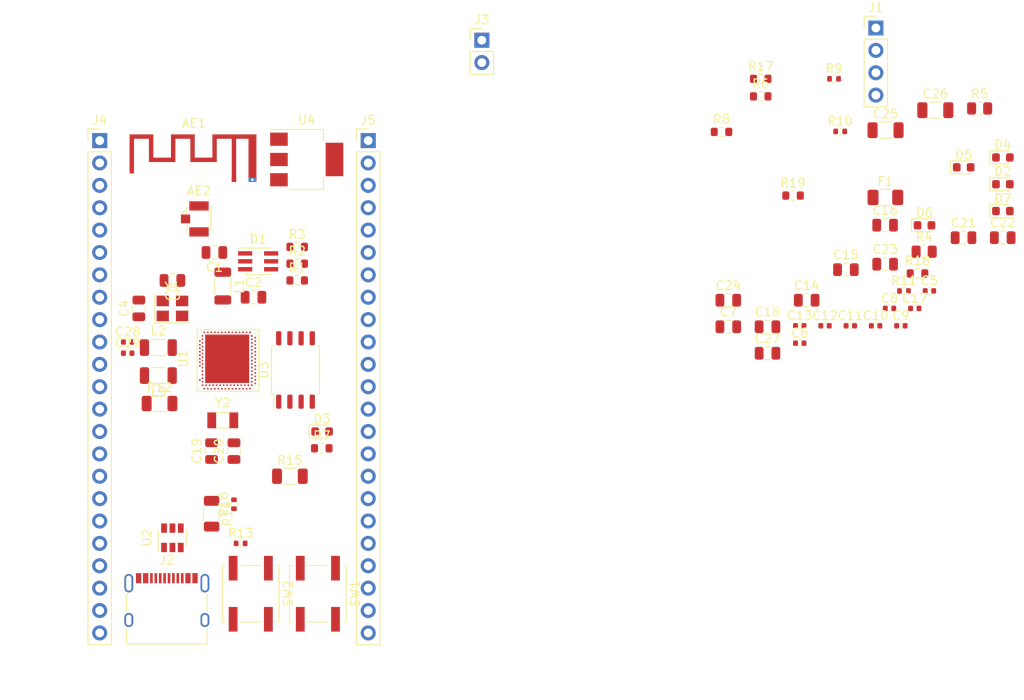
<source format=kicad_pcb>
(kicad_pcb (version 20171130) (host pcbnew 5.1.10)

  (general
    (thickness 1.6)
    (drawings 3)
    (tracks 0)
    (zones 0)
    (modules 74)
    (nets 86)
  )

  (page A4)
  (layers
    (0 F.Cu signal)
    (31 B.Cu signal)
    (32 B.Adhes user)
    (33 F.Adhes user)
    (34 B.Paste user)
    (35 F.Paste user)
    (36 B.SilkS user)
    (37 F.SilkS user)
    (38 B.Mask user)
    (39 F.Mask user)
    (40 Dwgs.User user)
    (41 Cmts.User user)
    (42 Eco1.User user)
    (43 Eco2.User user)
    (44 Edge.Cuts user)
    (45 Margin user)
    (46 B.CrtYd user)
    (47 F.CrtYd user)
    (48 B.Fab user)
    (49 F.Fab user)
  )

  (setup
    (last_trace_width 0.25)
    (trace_clearance 0.2)
    (zone_clearance 0.508)
    (zone_45_only no)
    (trace_min 0.2)
    (via_size 0.8)
    (via_drill 0.4)
    (via_min_size 0.4)
    (via_min_drill 0.3)
    (uvia_size 0.3)
    (uvia_drill 0.1)
    (uvias_allowed no)
    (uvia_min_size 0.2)
    (uvia_min_drill 0.1)
    (edge_width 0.05)
    (segment_width 0.2)
    (pcb_text_width 0.3)
    (pcb_text_size 1.5 1.5)
    (mod_edge_width 0.12)
    (mod_text_size 1 1)
    (mod_text_width 0.15)
    (pad_size 5.5 5)
    (pad_drill 0)
    (pad_to_mask_clearance 0)
    (aux_axis_origin 0 0)
    (visible_elements FFFFFF7F)
    (pcbplotparams
      (layerselection 0x010fc_ffffffff)
      (usegerberextensions false)
      (usegerberattributes true)
      (usegerberadvancedattributes true)
      (creategerberjobfile true)
      (excludeedgelayer true)
      (linewidth 0.100000)
      (plotframeref false)
      (viasonmask false)
      (mode 1)
      (useauxorigin false)
      (hpglpennumber 1)
      (hpglpenspeed 20)
      (hpglpendiameter 15.000000)
      (psnegative false)
      (psa4output false)
      (plotreference true)
      (plotvalue true)
      (plotinvisibletext false)
      (padsonsilk false)
      (subtractmaskfromsilk false)
      (outputformat 1)
      (mirror false)
      (drillshape 1)
      (scaleselection 1)
      (outputdirectory ""))
  )

  (net 0 "")
  (net 1 "Net-(D2-Pad2)")
  (net 2 "Net-(D3-Pad2)")
  (net 3 "Net-(U1-PadA27)")
  (net 4 "Net-(AE1-Pad1)")
  (net 5 "Net-(AE2-Pad1)")
  (net 6 GNDREF)
  (net 7 "Net-(C1-Pad1)")
  (net 8 "Net-(C2-Pad1)")
  (net 9 "Net-(C3-Pad1)")
  (net 10 "Net-(C4-Pad1)")
  (net 11 VDD)
  (net 12 "Net-(C14-Pad1)")
  (net 13 "Net-(C15-Pad1)")
  (net 14 "Net-(C16-Pad1)")
  (net 15 "Net-(C17-Pad1)")
  (net 16 "Net-(C18-Pad1)")
  (net 17 "Net-(C19-Pad1)")
  (net 18 "Net-(C20-Pad1)")
  (net 19 "Net-(C21-Pad2)")
  (net 20 "Net-(C22-Pad1)")
  (net 21 VBUS)
  (net 22 /DCC)
  (net 23 "Net-(D1-Pad4)")
  (net 24 "Net-(D1-Pad5)")
  (net 25 "Net-(D1-Pad6)")
  (net 26 "Net-(D4-Pad2)")
  (net 27 "Net-(D5-Pad2)")
  (net 28 "Net-(D6-Pad2)")
  (net 29 "Net-(D7-Pad2)")
  (net 30 "Net-(F1-Pad2)")
  (net 31 "Net-(J1-Pad3)")
  (net 32 "Net-(J1-Pad2)")
  (net 33 "Net-(J2-PadA5)")
  (net 34 "Net-(J2-PadA7)")
  (net 35 "Net-(J2-PadA6)")
  (net 36 "Net-(J2-PadB5)")
  (net 37 /P1.15)
  (net 38 /P1.14)
  (net 39 /P1.13)
  (net 40 /P1.12)
  (net 41 /P1.11)
  (net 42 /P1.10)
  (net 43 /P1.9)
  (net 44 /P1.7)
  (net 45 /P1.6)
  (net 46 /P1.5)
  (net 47 /P1.4)
  (net 48 /P1.3)
  (net 49 /P1.2)
  (net 50 /P1.1)
  (net 51 /P1.0)
  (net 52 /P0.4)
  (net 53 /P0.5)
  (net 54 /P0.6)
  (net 55 /P0.7)
  (net 56 /P0.8)
  (net 57 /P0.9)
  (net 58 /P0.10)
  (net 59 /P0.11)
  (net 60 /P0.12)
  (net 61 /R_LED)
  (net 62 /G_LED)
  (net 63 /B_LED)
  (net 64 /P0.23)
  (net 65 /P0.24)
  (net 66 /P0.25)
  (net 67 /P0.26)
  (net 68 /P0.27)
  (net 69 /P0.28)
  (net 70 /P0.29)
  (net 71 /P0.30)
  (net 72 /P0.31)
  (net 73 "Net-(L2-Pad2)")
  (net 74 "Net-(L3-Pad2)")
  (net 75 "Net-(R15-Pad2)")
  (net 76 /QSPI_0)
  (net 77 "Net-(R12-Pad1)")
  (net 78 "Net-(R13-Pad2)")
  (net 79 "Net-(R14-Pad2)")
  (net 80 /D+)
  (net 81 /QSPI_3)
  (net 82 /QSPI_2)
  (net 83 /QSPI_CS)
  (net 84 /QSPI_1)
  (net 85 /QSPI_CLK)

  (net_class Default "This is the default net class."
    (clearance 0.2)
    (trace_width 0.25)
    (via_dia 0.8)
    (via_drill 0.4)
    (uvia_dia 0.3)
    (uvia_drill 0.1)
    (add_net /B_LED)
    (add_net /D+)
    (add_net /D-)
    (add_net /DCC)
    (add_net /G_LED)
    (add_net /P0.10)
    (add_net /P0.11)
    (add_net /P0.12)
    (add_net /P0.23)
    (add_net /P0.24)
    (add_net /P0.25)
    (add_net /P0.26)
    (add_net /P0.27)
    (add_net /P0.28)
    (add_net /P0.29)
    (add_net /P0.30)
    (add_net /P0.31)
    (add_net /P0.4)
    (add_net /P0.5)
    (add_net /P0.6)
    (add_net /P0.7)
    (add_net /P0.8)
    (add_net /P0.9)
    (add_net /P1.0)
    (add_net /P1.1)
    (add_net /P1.10)
    (add_net /P1.11)
    (add_net /P1.12)
    (add_net /P1.13)
    (add_net /P1.14)
    (add_net /P1.15)
    (add_net /P1.2)
    (add_net /P1.3)
    (add_net /P1.4)
    (add_net /P1.5)
    (add_net /P1.6)
    (add_net /P1.7)
    (add_net /P1.9)
    (add_net /QSPI_0)
    (add_net /QSPI_1)
    (add_net /QSPI_2)
    (add_net /QSPI_3)
    (add_net /QSPI_CLK)
    (add_net /QSPI_CS)
    (add_net /RESET)
    (add_net /R_LED)
    (add_net /USER_BUT)
    (add_net GNDREF)
    (add_net "Net-(AE1-Pad1)")
    (add_net "Net-(AE2-Pad1)")
    (add_net "Net-(C1-Pad1)")
    (add_net "Net-(C14-Pad1)")
    (add_net "Net-(C15-Pad1)")
    (add_net "Net-(C16-Pad1)")
    (add_net "Net-(C17-Pad1)")
    (add_net "Net-(C18-Pad1)")
    (add_net "Net-(C19-Pad1)")
    (add_net "Net-(C2-Pad1)")
    (add_net "Net-(C20-Pad1)")
    (add_net "Net-(C21-Pad2)")
    (add_net "Net-(C22-Pad1)")
    (add_net "Net-(C3-Pad1)")
    (add_net "Net-(C4-Pad1)")
    (add_net "Net-(D1-Pad4)")
    (add_net "Net-(D1-Pad5)")
    (add_net "Net-(D1-Pad6)")
    (add_net "Net-(D2-Pad2)")
    (add_net "Net-(D3-Pad2)")
    (add_net "Net-(D4-Pad2)")
    (add_net "Net-(D5-Pad2)")
    (add_net "Net-(D6-Pad2)")
    (add_net "Net-(D7-Pad2)")
    (add_net "Net-(F1-Pad2)")
    (add_net "Net-(J1-Pad2)")
    (add_net "Net-(J1-Pad3)")
    (add_net "Net-(J2-PadA5)")
    (add_net "Net-(J2-PadA6)")
    (add_net "Net-(J2-PadA7)")
    (add_net "Net-(J2-PadA8)")
    (add_net "Net-(J2-PadB5)")
    (add_net "Net-(J2-PadB8)")
    (add_net "Net-(J4-Pad13)")
    (add_net "Net-(L2-Pad2)")
    (add_net "Net-(L3-Pad2)")
    (add_net "Net-(R1-Pad2)")
    (add_net "Net-(R12-Pad1)")
    (add_net "Net-(R13-Pad2)")
    (add_net "Net-(R14-Pad2)")
    (add_net "Net-(R15-Pad2)")
    (add_net "Net-(R2-Pad2)")
    (add_net "Net-(R3-Pad2)")
    (add_net "Net-(U1-PadA27)")
    (add_net "Net-(U1-PadAC31)")
    (add_net "Net-(U1-PadAG31)")
    (add_net "Net-(U1-PadB2)")
    (add_net "Net-(U1-PadB4)")
    (add_net "Net-(U1-PadJ1)")
    (add_net VBUS)
    (add_net VDD)
  )

  (module Resistor_SMD:R_0603_1608Metric (layer F.Cu) (tedit 5F68FEEE) (tstamp 60BCDB92)
    (at 144.240001 56.160001)
    (descr "Resistor SMD 0603 (1608 Metric), square (rectangular) end terminal, IPC_7351 nominal, (Body size source: IPC-SM-782 page 72, https://www.pcb-3d.com/wordpress/wp-content/uploads/ipc-sm-782a_amendment_1_and_2.pdf), generated with kicad-footprint-generator")
    (tags resistor)
    (path /60D2842C)
    (attr smd)
    (fp_text reference R8 (at 0 -1.43) (layer F.SilkS)
      (effects (font (size 1 1) (thickness 0.15)))
    )
    (fp_text value 3k5 (at 0 1.43) (layer F.Fab)
      (effects (font (size 1 1) (thickness 0.15)))
    )
    (fp_text user %R (at 0 0) (layer F.Fab)
      (effects (font (size 0.4 0.4) (thickness 0.06)))
    )
    (fp_line (start -0.8 0.4125) (end -0.8 -0.4125) (layer F.Fab) (width 0.1))
    (fp_line (start -0.8 -0.4125) (end 0.8 -0.4125) (layer F.Fab) (width 0.1))
    (fp_line (start 0.8 -0.4125) (end 0.8 0.4125) (layer F.Fab) (width 0.1))
    (fp_line (start 0.8 0.4125) (end -0.8 0.4125) (layer F.Fab) (width 0.1))
    (fp_line (start -0.237258 -0.5225) (end 0.237258 -0.5225) (layer F.SilkS) (width 0.12))
    (fp_line (start -0.237258 0.5225) (end 0.237258 0.5225) (layer F.SilkS) (width 0.12))
    (fp_line (start -1.48 0.73) (end -1.48 -0.73) (layer F.CrtYd) (width 0.05))
    (fp_line (start -1.48 -0.73) (end 1.48 -0.73) (layer F.CrtYd) (width 0.05))
    (fp_line (start 1.48 -0.73) (end 1.48 0.73) (layer F.CrtYd) (width 0.05))
    (fp_line (start 1.48 0.73) (end -1.48 0.73) (layer F.CrtYd) (width 0.05))
    (pad 2 smd roundrect (at 0.825 0) (size 0.8 0.95) (layers F.Cu F.Paste F.Mask) (roundrect_rratio 0.25)
      (net 76 /QSPI_0))
    (pad 1 smd roundrect (at -0.825 0) (size 0.8 0.95) (layers F.Cu F.Paste F.Mask) (roundrect_rratio 0.25)
      (net 26 "Net-(D4-Pad2)"))
    (model ${KISYS3DMOD}/Resistor_SMD.3dshapes/R_0603_1608Metric.wrl
      (at (xyz 0 0 0))
      (scale (xyz 1 1 1))
      (rotate (xyz 0 0 0))
    )
  )

  (module Diode_SMD:D_0603_1608Metric (layer F.Cu) (tedit 5F68FEF0) (tstamp 60BCD9E1)
    (at 176.180001 59.065001)
    (descr "Diode SMD 0603 (1608 Metric), square (rectangular) end terminal, IPC_7351 nominal, (Body size source: http://www.tortai-tech.com/upload/download/2011102023233369053.pdf), generated with kicad-footprint-generator")
    (tags diode)
    (path /60D2841F)
    (attr smd)
    (fp_text reference D4 (at 0 -1.43) (layer F.SilkS)
      (effects (font (size 1 1) (thickness 0.15)))
    )
    (fp_text value LED (at 0 1.43) (layer F.Fab)
      (effects (font (size 1 1) (thickness 0.15)))
    )
    (fp_text user %R (at 0 0) (layer F.Fab)
      (effects (font (size 0.4 0.4) (thickness 0.06)))
    )
    (fp_line (start 0.8 -0.4) (end -0.5 -0.4) (layer F.Fab) (width 0.1))
    (fp_line (start -0.5 -0.4) (end -0.8 -0.1) (layer F.Fab) (width 0.1))
    (fp_line (start -0.8 -0.1) (end -0.8 0.4) (layer F.Fab) (width 0.1))
    (fp_line (start -0.8 0.4) (end 0.8 0.4) (layer F.Fab) (width 0.1))
    (fp_line (start 0.8 0.4) (end 0.8 -0.4) (layer F.Fab) (width 0.1))
    (fp_line (start 0.8 -0.735) (end -1.485 -0.735) (layer F.SilkS) (width 0.12))
    (fp_line (start -1.485 -0.735) (end -1.485 0.735) (layer F.SilkS) (width 0.12))
    (fp_line (start -1.485 0.735) (end 0.8 0.735) (layer F.SilkS) (width 0.12))
    (fp_line (start -1.48 0.73) (end -1.48 -0.73) (layer F.CrtYd) (width 0.05))
    (fp_line (start -1.48 -0.73) (end 1.48 -0.73) (layer F.CrtYd) (width 0.05))
    (fp_line (start 1.48 -0.73) (end 1.48 0.73) (layer F.CrtYd) (width 0.05))
    (fp_line (start 1.48 0.73) (end -1.48 0.73) (layer F.CrtYd) (width 0.05))
    (pad 2 smd roundrect (at 0.7875 0) (size 0.875 0.95) (layers F.Cu F.Paste F.Mask) (roundrect_rratio 0.25)
      (net 26 "Net-(D4-Pad2)"))
    (pad 1 smd roundrect (at -0.7875 0) (size 0.875 0.95) (layers F.Cu F.Paste F.Mask) (roundrect_rratio 0.25)
      (net 6 GNDREF))
    (model ${KISYS3DMOD}/Diode_SMD.3dshapes/D_0603_1608Metric.wrl
      (at (xyz 0 0 0))
      (scale (xyz 1 1 1))
      (rotate (xyz 0 0 0))
    )
  )

  (module Resistor_SMD:R_0603_1608Metric (layer F.Cu) (tedit 5F68FEEE) (tstamp 60BCDB81)
    (at 98.87 92.075)
    (descr "Resistor SMD 0603 (1608 Metric), square (rectangular) end terminal, IPC_7351 nominal, (Body size source: IPC-SM-782 page 72, https://www.pcb-3d.com/wordpress/wp-content/uploads/ipc-sm-782a_amendment_1_and_2.pdf), generated with kicad-footprint-generator")
    (tags resistor)
    (path /60D60694)
    (attr smd)
    (fp_text reference R7 (at 0 -1.43) (layer F.SilkS)
      (effects (font (size 1 1) (thickness 0.15)))
    )
    (fp_text value 3k (at 0 1.43) (layer F.Fab)
      (effects (font (size 1 1) (thickness 0.15)))
    )
    (fp_text user %R (at 0 0) (layer F.Fab)
      (effects (font (size 0.4 0.4) (thickness 0.06)))
    )
    (fp_line (start -0.8 0.4125) (end -0.8 -0.4125) (layer F.Fab) (width 0.1))
    (fp_line (start -0.8 -0.4125) (end 0.8 -0.4125) (layer F.Fab) (width 0.1))
    (fp_line (start 0.8 -0.4125) (end 0.8 0.4125) (layer F.Fab) (width 0.1))
    (fp_line (start 0.8 0.4125) (end -0.8 0.4125) (layer F.Fab) (width 0.1))
    (fp_line (start -0.237258 -0.5225) (end 0.237258 -0.5225) (layer F.SilkS) (width 0.12))
    (fp_line (start -0.237258 0.5225) (end 0.237258 0.5225) (layer F.SilkS) (width 0.12))
    (fp_line (start -1.48 0.73) (end -1.48 -0.73) (layer F.CrtYd) (width 0.05))
    (fp_line (start -1.48 -0.73) (end 1.48 -0.73) (layer F.CrtYd) (width 0.05))
    (fp_line (start 1.48 -0.73) (end 1.48 0.73) (layer F.CrtYd) (width 0.05))
    (fp_line (start 1.48 0.73) (end -1.48 0.73) (layer F.CrtYd) (width 0.05))
    (pad 2 smd roundrect (at 0.825 0) (size 0.8 0.95) (layers F.Cu F.Paste F.Mask) (roundrect_rratio 0.25)
      (net 75 "Net-(R15-Pad2)"))
    (pad 1 smd roundrect (at -0.825 0) (size 0.8 0.95) (layers F.Cu F.Paste F.Mask) (roundrect_rratio 0.25)
      (net 2 "Net-(D3-Pad2)"))
    (model ${KISYS3DMOD}/Resistor_SMD.3dshapes/R_0603_1608Metric.wrl
      (at (xyz 0 0 0))
      (scale (xyz 1 1 1))
      (rotate (xyz 0 0 0))
    )
  )

  (module Resistor_SMD:R_0603_1608Metric (layer F.Cu) (tedit 5F68FEEE) (tstamp 60BCDB70)
    (at 148.690001 52.130001)
    (descr "Resistor SMD 0603 (1608 Metric), square (rectangular) end terminal, IPC_7351 nominal, (Body size source: IPC-SM-782 page 72, https://www.pcb-3d.com/wordpress/wp-content/uploads/ipc-sm-782a_amendment_1_and_2.pdf), generated with kicad-footprint-generator")
    (tags resistor)
    (path /60C97F9A)
    (attr smd)
    (fp_text reference R6 (at 0 -1.43) (layer F.SilkS)
      (effects (font (size 1 1) (thickness 0.15)))
    )
    (fp_text value R_Small (at 0 1.43) (layer F.Fab)
      (effects (font (size 1 1) (thickness 0.15)))
    )
    (fp_text user %R (at 0 0) (layer F.Fab)
      (effects (font (size 0.4 0.4) (thickness 0.06)))
    )
    (fp_line (start -0.8 0.4125) (end -0.8 -0.4125) (layer F.Fab) (width 0.1))
    (fp_line (start -0.8 -0.4125) (end 0.8 -0.4125) (layer F.Fab) (width 0.1))
    (fp_line (start 0.8 -0.4125) (end 0.8 0.4125) (layer F.Fab) (width 0.1))
    (fp_line (start 0.8 0.4125) (end -0.8 0.4125) (layer F.Fab) (width 0.1))
    (fp_line (start -0.237258 -0.5225) (end 0.237258 -0.5225) (layer F.SilkS) (width 0.12))
    (fp_line (start -0.237258 0.5225) (end 0.237258 0.5225) (layer F.SilkS) (width 0.12))
    (fp_line (start -1.48 0.73) (end -1.48 -0.73) (layer F.CrtYd) (width 0.05))
    (fp_line (start -1.48 -0.73) (end 1.48 -0.73) (layer F.CrtYd) (width 0.05))
    (fp_line (start 1.48 -0.73) (end 1.48 0.73) (layer F.CrtYd) (width 0.05))
    (fp_line (start 1.48 0.73) (end -1.48 0.73) (layer F.CrtYd) (width 0.05))
    (pad 2 smd roundrect (at 0.825 0) (size 0.8 0.95) (layers F.Cu F.Paste F.Mask) (roundrect_rratio 0.25)
      (net 21 VBUS))
    (pad 1 smd roundrect (at -0.825 0) (size 0.8 0.95) (layers F.Cu F.Paste F.Mask) (roundrect_rratio 0.25)
      (net 1 "Net-(D2-Pad2)"))
    (model ${KISYS3DMOD}/Resistor_SMD.3dshapes/R_0603_1608Metric.wrl
      (at (xyz 0 0 0))
      (scale (xyz 1 1 1))
      (rotate (xyz 0 0 0))
    )
  )

  (module Diode_SMD:D_0603_1608Metric (layer F.Cu) (tedit 5F68FEF0) (tstamp 60BCD9CE)
    (at 98.9075 90.17)
    (descr "Diode SMD 0603 (1608 Metric), square (rectangular) end terminal, IPC_7351 nominal, (Body size source: http://www.tortai-tech.com/upload/download/2011102023233369053.pdf), generated with kicad-footprint-generator")
    (tags diode)
    (path /60D60687)
    (attr smd)
    (fp_text reference D3 (at 0 -1.43) (layer F.SilkS)
      (effects (font (size 1 1) (thickness 0.15)))
    )
    (fp_text value LED (at 0 1.43) (layer F.Fab)
      (effects (font (size 1 1) (thickness 0.15)))
    )
    (fp_text user %R (at 0 0) (layer F.Fab)
      (effects (font (size 0.4 0.4) (thickness 0.06)))
    )
    (fp_line (start 0.8 -0.4) (end -0.5 -0.4) (layer F.Fab) (width 0.1))
    (fp_line (start -0.5 -0.4) (end -0.8 -0.1) (layer F.Fab) (width 0.1))
    (fp_line (start -0.8 -0.1) (end -0.8 0.4) (layer F.Fab) (width 0.1))
    (fp_line (start -0.8 0.4) (end 0.8 0.4) (layer F.Fab) (width 0.1))
    (fp_line (start 0.8 0.4) (end 0.8 -0.4) (layer F.Fab) (width 0.1))
    (fp_line (start 0.8 -0.735) (end -1.485 -0.735) (layer F.SilkS) (width 0.12))
    (fp_line (start -1.485 -0.735) (end -1.485 0.735) (layer F.SilkS) (width 0.12))
    (fp_line (start -1.485 0.735) (end 0.8 0.735) (layer F.SilkS) (width 0.12))
    (fp_line (start -1.48 0.73) (end -1.48 -0.73) (layer F.CrtYd) (width 0.05))
    (fp_line (start -1.48 -0.73) (end 1.48 -0.73) (layer F.CrtYd) (width 0.05))
    (fp_line (start 1.48 -0.73) (end 1.48 0.73) (layer F.CrtYd) (width 0.05))
    (fp_line (start 1.48 0.73) (end -1.48 0.73) (layer F.CrtYd) (width 0.05))
    (pad 2 smd roundrect (at 0.7875 0) (size 0.875 0.95) (layers F.Cu F.Paste F.Mask) (roundrect_rratio 0.25)
      (net 2 "Net-(D3-Pad2)"))
    (pad 1 smd roundrect (at -0.7875 0) (size 0.875 0.95) (layers F.Cu F.Paste F.Mask) (roundrect_rratio 0.25)
      (net 6 GNDREF))
    (model ${KISYS3DMOD}/Diode_SMD.3dshapes/D_0603_1608Metric.wrl
      (at (xyz 0 0 0))
      (scale (xyz 1 1 1))
      (rotate (xyz 0 0 0))
    )
  )

  (module Diode_SMD:D_0603_1608Metric (layer F.Cu) (tedit 5F68FEF0) (tstamp 60BCD9BB)
    (at 176.180001 62.105001)
    (descr "Diode SMD 0603 (1608 Metric), square (rectangular) end terminal, IPC_7351 nominal, (Body size source: http://www.tortai-tech.com/upload/download/2011102023233369053.pdf), generated with kicad-footprint-generator")
    (tags diode)
    (path /60C7C08F)
    (attr smd)
    (fp_text reference D2 (at 0 -1.43) (layer F.SilkS)
      (effects (font (size 1 1) (thickness 0.15)))
    )
    (fp_text value LED (at 0 1.43) (layer F.Fab)
      (effects (font (size 1 1) (thickness 0.15)))
    )
    (fp_text user %R (at 0 0) (layer F.Fab)
      (effects (font (size 0.4 0.4) (thickness 0.06)))
    )
    (fp_line (start 0.8 -0.4) (end -0.5 -0.4) (layer F.Fab) (width 0.1))
    (fp_line (start -0.5 -0.4) (end -0.8 -0.1) (layer F.Fab) (width 0.1))
    (fp_line (start -0.8 -0.1) (end -0.8 0.4) (layer F.Fab) (width 0.1))
    (fp_line (start -0.8 0.4) (end 0.8 0.4) (layer F.Fab) (width 0.1))
    (fp_line (start 0.8 0.4) (end 0.8 -0.4) (layer F.Fab) (width 0.1))
    (fp_line (start 0.8 -0.735) (end -1.485 -0.735) (layer F.SilkS) (width 0.12))
    (fp_line (start -1.485 -0.735) (end -1.485 0.735) (layer F.SilkS) (width 0.12))
    (fp_line (start -1.485 0.735) (end 0.8 0.735) (layer F.SilkS) (width 0.12))
    (fp_line (start -1.48 0.73) (end -1.48 -0.73) (layer F.CrtYd) (width 0.05))
    (fp_line (start -1.48 -0.73) (end 1.48 -0.73) (layer F.CrtYd) (width 0.05))
    (fp_line (start 1.48 -0.73) (end 1.48 0.73) (layer F.CrtYd) (width 0.05))
    (fp_line (start 1.48 0.73) (end -1.48 0.73) (layer F.CrtYd) (width 0.05))
    (pad 2 smd roundrect (at 0.7875 0) (size 0.875 0.95) (layers F.Cu F.Paste F.Mask) (roundrect_rratio 0.25)
      (net 1 "Net-(D2-Pad2)"))
    (pad 1 smd roundrect (at -0.7875 0) (size 0.875 0.95) (layers F.Cu F.Paste F.Mask) (roundrect_rratio 0.25)
      (net 6 GNDREF))
    (model ${KISYS3DMOD}/Diode_SMD.3dshapes/D_0603_1608Metric.wrl
      (at (xyz 0 0 0))
      (scale (xyz 1 1 1))
      (rotate (xyz 0 0 0))
    )
  )

  (module Resistor_SMD:R_0603_1608Metric (layer F.Cu) (tedit 5F68FEEE) (tstamp 60BCDC4D)
    (at 152.360001 63.390001)
    (descr "Resistor SMD 0603 (1608 Metric), square (rectangular) end terminal, IPC_7351 nominal, (Body size source: IPC-SM-782 page 72, https://www.pcb-3d.com/wordpress/wp-content/uploads/ipc-sm-782a_amendment_1_and_2.pdf), generated with kicad-footprint-generator")
    (tags resistor)
    (path /6337A2C0)
    (attr smd)
    (fp_text reference R19 (at 0 -1.43) (layer F.SilkS)
      (effects (font (size 1 1) (thickness 0.15)))
    )
    (fp_text value 3k5 (at 0 1.43) (layer F.Fab)
      (effects (font (size 1 1) (thickness 0.15)))
    )
    (fp_text user %R (at 0 0) (layer F.Fab)
      (effects (font (size 0.4 0.4) (thickness 0.06)))
    )
    (fp_line (start -0.8 0.4125) (end -0.8 -0.4125) (layer F.Fab) (width 0.1))
    (fp_line (start -0.8 -0.4125) (end 0.8 -0.4125) (layer F.Fab) (width 0.1))
    (fp_line (start 0.8 -0.4125) (end 0.8 0.4125) (layer F.Fab) (width 0.1))
    (fp_line (start 0.8 0.4125) (end -0.8 0.4125) (layer F.Fab) (width 0.1))
    (fp_line (start -0.237258 -0.5225) (end 0.237258 -0.5225) (layer F.SilkS) (width 0.12))
    (fp_line (start -0.237258 0.5225) (end 0.237258 0.5225) (layer F.SilkS) (width 0.12))
    (fp_line (start -1.48 0.73) (end -1.48 -0.73) (layer F.CrtYd) (width 0.05))
    (fp_line (start -1.48 -0.73) (end 1.48 -0.73) (layer F.CrtYd) (width 0.05))
    (fp_line (start 1.48 -0.73) (end 1.48 0.73) (layer F.CrtYd) (width 0.05))
    (fp_line (start 1.48 0.73) (end -1.48 0.73) (layer F.CrtYd) (width 0.05))
    (pad 2 smd roundrect (at 0.825 0) (size 0.8 0.95) (layers F.Cu F.Paste F.Mask) (roundrect_rratio 0.25)
      (net 29 "Net-(D7-Pad2)"))
    (pad 1 smd roundrect (at -0.825 0) (size 0.8 0.95) (layers F.Cu F.Paste F.Mask) (roundrect_rratio 0.25)
      (net 66 /P0.25))
    (model ${KISYS3DMOD}/Resistor_SMD.3dshapes/R_0603_1608Metric.wrl
      (at (xyz 0 0 0))
      (scale (xyz 1 1 1))
      (rotate (xyz 0 0 0))
    )
  )

  (module Resistor_SMD:R_0603_1608Metric (layer F.Cu) (tedit 5F68FEEE) (tstamp 60BCDC3C)
    (at 166.490001 72.230001)
    (descr "Resistor SMD 0603 (1608 Metric), square (rectangular) end terminal, IPC_7351 nominal, (Body size source: IPC-SM-782 page 72, https://www.pcb-3d.com/wordpress/wp-content/uploads/ipc-sm-782a_amendment_1_and_2.pdf), generated with kicad-footprint-generator")
    (tags resistor)
    (path /63359D13)
    (attr smd)
    (fp_text reference R18 (at 0 -1.43) (layer F.SilkS)
      (effects (font (size 1 1) (thickness 0.15)))
    )
    (fp_text value 3k5 (at 0 1.43) (layer F.Fab)
      (effects (font (size 1 1) (thickness 0.15)))
    )
    (fp_text user %R (at 0 0) (layer F.Fab)
      (effects (font (size 0.4 0.4) (thickness 0.06)))
    )
    (fp_line (start -0.8 0.4125) (end -0.8 -0.4125) (layer F.Fab) (width 0.1))
    (fp_line (start -0.8 -0.4125) (end 0.8 -0.4125) (layer F.Fab) (width 0.1))
    (fp_line (start 0.8 -0.4125) (end 0.8 0.4125) (layer F.Fab) (width 0.1))
    (fp_line (start 0.8 0.4125) (end -0.8 0.4125) (layer F.Fab) (width 0.1))
    (fp_line (start -0.237258 -0.5225) (end 0.237258 -0.5225) (layer F.SilkS) (width 0.12))
    (fp_line (start -0.237258 0.5225) (end 0.237258 0.5225) (layer F.SilkS) (width 0.12))
    (fp_line (start -1.48 0.73) (end -1.48 -0.73) (layer F.CrtYd) (width 0.05))
    (fp_line (start -1.48 -0.73) (end 1.48 -0.73) (layer F.CrtYd) (width 0.05))
    (fp_line (start 1.48 -0.73) (end 1.48 0.73) (layer F.CrtYd) (width 0.05))
    (fp_line (start 1.48 0.73) (end -1.48 0.73) (layer F.CrtYd) (width 0.05))
    (pad 2 smd roundrect (at 0.825 0) (size 0.8 0.95) (layers F.Cu F.Paste F.Mask) (roundrect_rratio 0.25)
      (net 28 "Net-(D6-Pad2)"))
    (pad 1 smd roundrect (at -0.825 0) (size 0.8 0.95) (layers F.Cu F.Paste F.Mask) (roundrect_rratio 0.25)
      (net 65 /P0.24))
    (model ${KISYS3DMOD}/Resistor_SMD.3dshapes/R_0603_1608Metric.wrl
      (at (xyz 0 0 0))
      (scale (xyz 1 1 1))
      (rotate (xyz 0 0 0))
    )
  )

  (module Resistor_SMD:R_0603_1608Metric (layer F.Cu) (tedit 5F68FEEE) (tstamp 60BCDC2B)
    (at 148.690001 50.140001)
    (descr "Resistor SMD 0603 (1608 Metric), square (rectangular) end terminal, IPC_7351 nominal, (Body size source: IPC-SM-782 page 72, https://www.pcb-3d.com/wordpress/wp-content/uploads/ipc-sm-782a_amendment_1_and_2.pdf), generated with kicad-footprint-generator")
    (tags resistor)
    (path /63337AD5)
    (attr smd)
    (fp_text reference R17 (at 0 -1.43) (layer F.SilkS)
      (effects (font (size 1 1) (thickness 0.15)))
    )
    (fp_text value 3k5 (at 0 1.43) (layer F.Fab)
      (effects (font (size 1 1) (thickness 0.15)))
    )
    (fp_text user %R (at 0 0) (layer F.Fab)
      (effects (font (size 0.4 0.4) (thickness 0.06)))
    )
    (fp_line (start -0.8 0.4125) (end -0.8 -0.4125) (layer F.Fab) (width 0.1))
    (fp_line (start -0.8 -0.4125) (end 0.8 -0.4125) (layer F.Fab) (width 0.1))
    (fp_line (start 0.8 -0.4125) (end 0.8 0.4125) (layer F.Fab) (width 0.1))
    (fp_line (start 0.8 0.4125) (end -0.8 0.4125) (layer F.Fab) (width 0.1))
    (fp_line (start -0.237258 -0.5225) (end 0.237258 -0.5225) (layer F.SilkS) (width 0.12))
    (fp_line (start -0.237258 0.5225) (end 0.237258 0.5225) (layer F.SilkS) (width 0.12))
    (fp_line (start -1.48 0.73) (end -1.48 -0.73) (layer F.CrtYd) (width 0.05))
    (fp_line (start -1.48 -0.73) (end 1.48 -0.73) (layer F.CrtYd) (width 0.05))
    (fp_line (start 1.48 -0.73) (end 1.48 0.73) (layer F.CrtYd) (width 0.05))
    (fp_line (start 1.48 0.73) (end -1.48 0.73) (layer F.CrtYd) (width 0.05))
    (pad 2 smd roundrect (at 0.825 0) (size 0.8 0.95) (layers F.Cu F.Paste F.Mask) (roundrect_rratio 0.25)
      (net 27 "Net-(D5-Pad2)"))
    (pad 1 smd roundrect (at -0.825 0) (size 0.8 0.95) (layers F.Cu F.Paste F.Mask) (roundrect_rratio 0.25)
      (net 64 /P0.23))
    (model ${KISYS3DMOD}/Resistor_SMD.3dshapes/R_0603_1608Metric.wrl
      (at (xyz 0 0 0))
      (scale (xyz 1 1 1))
      (rotate (xyz 0 0 0))
    )
  )

  (module Resistor_SMD:R_0603_1608Metric (layer F.Cu) (tedit 5F68FEEE) (tstamp 60BCDB3D)
    (at 96.075 69.215)
    (descr "Resistor SMD 0603 (1608 Metric), square (rectangular) end terminal, IPC_7351 nominal, (Body size source: IPC-SM-782 page 72, https://www.pcb-3d.com/wordpress/wp-content/uploads/ipc-sm-782a_amendment_1_and_2.pdf), generated with kicad-footprint-generator")
    (tags resistor)
    (path /60CDF795)
    (attr smd)
    (fp_text reference R3 (at 0 -1.43) (layer F.SilkS)
      (effects (font (size 1 1) (thickness 0.15)))
    )
    (fp_text value 3k.5 (at 0 1.43) (layer F.Fab)
      (effects (font (size 1 1) (thickness 0.15)))
    )
    (fp_text user %R (at 0 0) (layer F.Fab)
      (effects (font (size 0.4 0.4) (thickness 0.06)))
    )
    (fp_line (start -0.8 0.4125) (end -0.8 -0.4125) (layer F.Fab) (width 0.1))
    (fp_line (start -0.8 -0.4125) (end 0.8 -0.4125) (layer F.Fab) (width 0.1))
    (fp_line (start 0.8 -0.4125) (end 0.8 0.4125) (layer F.Fab) (width 0.1))
    (fp_line (start 0.8 0.4125) (end -0.8 0.4125) (layer F.Fab) (width 0.1))
    (fp_line (start -0.237258 -0.5225) (end 0.237258 -0.5225) (layer F.SilkS) (width 0.12))
    (fp_line (start -0.237258 0.5225) (end 0.237258 0.5225) (layer F.SilkS) (width 0.12))
    (fp_line (start -1.48 0.73) (end -1.48 -0.73) (layer F.CrtYd) (width 0.05))
    (fp_line (start -1.48 -0.73) (end 1.48 -0.73) (layer F.CrtYd) (width 0.05))
    (fp_line (start 1.48 -0.73) (end 1.48 0.73) (layer F.CrtYd) (width 0.05))
    (fp_line (start 1.48 0.73) (end -1.48 0.73) (layer F.CrtYd) (width 0.05))
    (pad 2 smd roundrect (at 0.825 0) (size 0.8 0.95) (layers F.Cu F.Paste F.Mask) (roundrect_rratio 0.25))
    (pad 1 smd roundrect (at -0.825 0) (size 0.8 0.95) (layers F.Cu F.Paste F.Mask) (roundrect_rratio 0.25)
      (net 25 "Net-(D1-Pad6)"))
    (model ${KISYS3DMOD}/Resistor_SMD.3dshapes/R_0603_1608Metric.wrl
      (at (xyz 0 0 0))
      (scale (xyz 1 1 1))
      (rotate (xyz 0 0 0))
    )
  )

  (module Resistor_SMD:R_0603_1608Metric (layer F.Cu) (tedit 5F68FEEE) (tstamp 60BCDB2C)
    (at 96.075 71.12)
    (descr "Resistor SMD 0603 (1608 Metric), square (rectangular) end terminal, IPC_7351 nominal, (Body size source: IPC-SM-782 page 72, https://www.pcb-3d.com/wordpress/wp-content/uploads/ipc-sm-782a_amendment_1_and_2.pdf), generated with kicad-footprint-generator")
    (tags resistor)
    (path /60CE2912)
    (attr smd)
    (fp_text reference R2 (at 0 -1.43) (layer F.SilkS)
      (effects (font (size 1 1) (thickness 0.15)))
    )
    (fp_text value 3k5 (at 0 1.43) (layer F.Fab)
      (effects (font (size 1 1) (thickness 0.15)))
    )
    (fp_text user %R (at 0 0) (layer F.Fab)
      (effects (font (size 0.4 0.4) (thickness 0.06)))
    )
    (fp_line (start -0.8 0.4125) (end -0.8 -0.4125) (layer F.Fab) (width 0.1))
    (fp_line (start -0.8 -0.4125) (end 0.8 -0.4125) (layer F.Fab) (width 0.1))
    (fp_line (start 0.8 -0.4125) (end 0.8 0.4125) (layer F.Fab) (width 0.1))
    (fp_line (start 0.8 0.4125) (end -0.8 0.4125) (layer F.Fab) (width 0.1))
    (fp_line (start -0.237258 -0.5225) (end 0.237258 -0.5225) (layer F.SilkS) (width 0.12))
    (fp_line (start -0.237258 0.5225) (end 0.237258 0.5225) (layer F.SilkS) (width 0.12))
    (fp_line (start -1.48 0.73) (end -1.48 -0.73) (layer F.CrtYd) (width 0.05))
    (fp_line (start -1.48 -0.73) (end 1.48 -0.73) (layer F.CrtYd) (width 0.05))
    (fp_line (start 1.48 -0.73) (end 1.48 0.73) (layer F.CrtYd) (width 0.05))
    (fp_line (start 1.48 0.73) (end -1.48 0.73) (layer F.CrtYd) (width 0.05))
    (pad 2 smd roundrect (at 0.825 0) (size 0.8 0.95) (layers F.Cu F.Paste F.Mask) (roundrect_rratio 0.25))
    (pad 1 smd roundrect (at -0.825 0) (size 0.8 0.95) (layers F.Cu F.Paste F.Mask) (roundrect_rratio 0.25)
      (net 24 "Net-(D1-Pad5)"))
    (model ${KISYS3DMOD}/Resistor_SMD.3dshapes/R_0603_1608Metric.wrl
      (at (xyz 0 0 0))
      (scale (xyz 1 1 1))
      (rotate (xyz 0 0 0))
    )
  )

  (module Resistor_SMD:R_0603_1608Metric (layer F.Cu) (tedit 5F68FEEE) (tstamp 60BCDB1B)
    (at 96.075 73.025)
    (descr "Resistor SMD 0603 (1608 Metric), square (rectangular) end terminal, IPC_7351 nominal, (Body size source: IPC-SM-782 page 72, https://www.pcb-3d.com/wordpress/wp-content/uploads/ipc-sm-782a_amendment_1_and_2.pdf), generated with kicad-footprint-generator")
    (tags resistor)
    (path /60CE5B0A)
    (attr smd)
    (fp_text reference R1 (at 0 -1.43) (layer F.SilkS)
      (effects (font (size 1 1) (thickness 0.15)))
    )
    (fp_text value 3k5 (at 0 1.43) (layer F.Fab)
      (effects (font (size 1 1) (thickness 0.15)))
    )
    (fp_text user %R (at 0 0) (layer F.Fab)
      (effects (font (size 0.4 0.4) (thickness 0.06)))
    )
    (fp_line (start -0.8 0.4125) (end -0.8 -0.4125) (layer F.Fab) (width 0.1))
    (fp_line (start -0.8 -0.4125) (end 0.8 -0.4125) (layer F.Fab) (width 0.1))
    (fp_line (start 0.8 -0.4125) (end 0.8 0.4125) (layer F.Fab) (width 0.1))
    (fp_line (start 0.8 0.4125) (end -0.8 0.4125) (layer F.Fab) (width 0.1))
    (fp_line (start -0.237258 -0.5225) (end 0.237258 -0.5225) (layer F.SilkS) (width 0.12))
    (fp_line (start -0.237258 0.5225) (end 0.237258 0.5225) (layer F.SilkS) (width 0.12))
    (fp_line (start -1.48 0.73) (end -1.48 -0.73) (layer F.CrtYd) (width 0.05))
    (fp_line (start -1.48 -0.73) (end 1.48 -0.73) (layer F.CrtYd) (width 0.05))
    (fp_line (start 1.48 -0.73) (end 1.48 0.73) (layer F.CrtYd) (width 0.05))
    (fp_line (start 1.48 0.73) (end -1.48 0.73) (layer F.CrtYd) (width 0.05))
    (pad 2 smd roundrect (at 0.825 0) (size 0.8 0.95) (layers F.Cu F.Paste F.Mask) (roundrect_rratio 0.25))
    (pad 1 smd roundrect (at -0.825 0) (size 0.8 0.95) (layers F.Cu F.Paste F.Mask) (roundrect_rratio 0.25)
      (net 23 "Net-(D1-Pad4)"))
    (model ${KISYS3DMOD}/Resistor_SMD.3dshapes/R_0603_1608Metric.wrl
      (at (xyz 0 0 0))
      (scale (xyz 1 1 1))
      (rotate (xyz 0 0 0))
    )
  )

  (module Diode_SMD:D_0603_1608Metric (layer F.Cu) (tedit 5F68FEF0) (tstamp 60BCDA1A)
    (at 176.180001 65.145001)
    (descr "Diode SMD 0603 (1608 Metric), square (rectangular) end terminal, IPC_7351 nominal, (Body size source: http://www.tortai-tech.com/upload/download/2011102023233369053.pdf), generated with kicad-footprint-generator")
    (tags diode)
    (path /632A9AE4)
    (attr smd)
    (fp_text reference D7 (at 0 -1.43) (layer F.SilkS)
      (effects (font (size 1 1) (thickness 0.15)))
    )
    (fp_text value LED (at 0 1.43) (layer F.Fab)
      (effects (font (size 1 1) (thickness 0.15)))
    )
    (fp_text user %R (at 0 0) (layer F.Fab)
      (effects (font (size 0.4 0.4) (thickness 0.06)))
    )
    (fp_line (start 0.8 -0.4) (end -0.5 -0.4) (layer F.Fab) (width 0.1))
    (fp_line (start -0.5 -0.4) (end -0.8 -0.1) (layer F.Fab) (width 0.1))
    (fp_line (start -0.8 -0.1) (end -0.8 0.4) (layer F.Fab) (width 0.1))
    (fp_line (start -0.8 0.4) (end 0.8 0.4) (layer F.Fab) (width 0.1))
    (fp_line (start 0.8 0.4) (end 0.8 -0.4) (layer F.Fab) (width 0.1))
    (fp_line (start 0.8 -0.735) (end -1.485 -0.735) (layer F.SilkS) (width 0.12))
    (fp_line (start -1.485 -0.735) (end -1.485 0.735) (layer F.SilkS) (width 0.12))
    (fp_line (start -1.485 0.735) (end 0.8 0.735) (layer F.SilkS) (width 0.12))
    (fp_line (start -1.48 0.73) (end -1.48 -0.73) (layer F.CrtYd) (width 0.05))
    (fp_line (start -1.48 -0.73) (end 1.48 -0.73) (layer F.CrtYd) (width 0.05))
    (fp_line (start 1.48 -0.73) (end 1.48 0.73) (layer F.CrtYd) (width 0.05))
    (fp_line (start 1.48 0.73) (end -1.48 0.73) (layer F.CrtYd) (width 0.05))
    (pad 2 smd roundrect (at 0.7875 0) (size 0.875 0.95) (layers F.Cu F.Paste F.Mask) (roundrect_rratio 0.25)
      (net 29 "Net-(D7-Pad2)"))
    (pad 1 smd roundrect (at -0.7875 0) (size 0.875 0.95) (layers F.Cu F.Paste F.Mask) (roundrect_rratio 0.25)
      (net 6 GNDREF))
    (model ${KISYS3DMOD}/Diode_SMD.3dshapes/D_0603_1608Metric.wrl
      (at (xyz 0 0 0))
      (scale (xyz 1 1 1))
      (rotate (xyz 0 0 0))
    )
  )

  (module Diode_SMD:D_0603_1608Metric (layer F.Cu) (tedit 5F68FEF0) (tstamp 60BCDA07)
    (at 167.280001 66.765001)
    (descr "Diode SMD 0603 (1608 Metric), square (rectangular) end terminal, IPC_7351 nominal, (Body size source: http://www.tortai-tech.com/upload/download/2011102023233369053.pdf), generated with kicad-footprint-generator")
    (tags diode)
    (path /632AD07A)
    (attr smd)
    (fp_text reference D6 (at 0 -1.43) (layer F.SilkS)
      (effects (font (size 1 1) (thickness 0.15)))
    )
    (fp_text value LED (at 0 1.43) (layer F.Fab)
      (effects (font (size 1 1) (thickness 0.15)))
    )
    (fp_text user %R (at 0 0) (layer F.Fab)
      (effects (font (size 0.4 0.4) (thickness 0.06)))
    )
    (fp_line (start 0.8 -0.4) (end -0.5 -0.4) (layer F.Fab) (width 0.1))
    (fp_line (start -0.5 -0.4) (end -0.8 -0.1) (layer F.Fab) (width 0.1))
    (fp_line (start -0.8 -0.1) (end -0.8 0.4) (layer F.Fab) (width 0.1))
    (fp_line (start -0.8 0.4) (end 0.8 0.4) (layer F.Fab) (width 0.1))
    (fp_line (start 0.8 0.4) (end 0.8 -0.4) (layer F.Fab) (width 0.1))
    (fp_line (start 0.8 -0.735) (end -1.485 -0.735) (layer F.SilkS) (width 0.12))
    (fp_line (start -1.485 -0.735) (end -1.485 0.735) (layer F.SilkS) (width 0.12))
    (fp_line (start -1.485 0.735) (end 0.8 0.735) (layer F.SilkS) (width 0.12))
    (fp_line (start -1.48 0.73) (end -1.48 -0.73) (layer F.CrtYd) (width 0.05))
    (fp_line (start -1.48 -0.73) (end 1.48 -0.73) (layer F.CrtYd) (width 0.05))
    (fp_line (start 1.48 -0.73) (end 1.48 0.73) (layer F.CrtYd) (width 0.05))
    (fp_line (start 1.48 0.73) (end -1.48 0.73) (layer F.CrtYd) (width 0.05))
    (pad 2 smd roundrect (at 0.7875 0) (size 0.875 0.95) (layers F.Cu F.Paste F.Mask) (roundrect_rratio 0.25)
      (net 28 "Net-(D6-Pad2)"))
    (pad 1 smd roundrect (at -0.7875 0) (size 0.875 0.95) (layers F.Cu F.Paste F.Mask) (roundrect_rratio 0.25)
      (net 6 GNDREF))
    (model ${KISYS3DMOD}/Diode_SMD.3dshapes/D_0603_1608Metric.wrl
      (at (xyz 0 0 0))
      (scale (xyz 1 1 1))
      (rotate (xyz 0 0 0))
    )
  )

  (module Diode_SMD:D_0603_1608Metric (layer F.Cu) (tedit 5F68FEF0) (tstamp 60BCD9F4)
    (at 171.730001 60.185001)
    (descr "Diode SMD 0603 (1608 Metric), square (rectangular) end terminal, IPC_7351 nominal, (Body size source: http://www.tortai-tech.com/upload/download/2011102023233369053.pdf), generated with kicad-footprint-generator")
    (tags diode)
    (path /632CD66C)
    (attr smd)
    (fp_text reference D5 (at 0 -1.43) (layer F.SilkS)
      (effects (font (size 1 1) (thickness 0.15)))
    )
    (fp_text value LED (at 0 1.43) (layer F.Fab)
      (effects (font (size 1 1) (thickness 0.15)))
    )
    (fp_text user %R (at 0 0) (layer F.Fab)
      (effects (font (size 0.4 0.4) (thickness 0.06)))
    )
    (fp_line (start 0.8 -0.4) (end -0.5 -0.4) (layer F.Fab) (width 0.1))
    (fp_line (start -0.5 -0.4) (end -0.8 -0.1) (layer F.Fab) (width 0.1))
    (fp_line (start -0.8 -0.1) (end -0.8 0.4) (layer F.Fab) (width 0.1))
    (fp_line (start -0.8 0.4) (end 0.8 0.4) (layer F.Fab) (width 0.1))
    (fp_line (start 0.8 0.4) (end 0.8 -0.4) (layer F.Fab) (width 0.1))
    (fp_line (start 0.8 -0.735) (end -1.485 -0.735) (layer F.SilkS) (width 0.12))
    (fp_line (start -1.485 -0.735) (end -1.485 0.735) (layer F.SilkS) (width 0.12))
    (fp_line (start -1.485 0.735) (end 0.8 0.735) (layer F.SilkS) (width 0.12))
    (fp_line (start -1.48 0.73) (end -1.48 -0.73) (layer F.CrtYd) (width 0.05))
    (fp_line (start -1.48 -0.73) (end 1.48 -0.73) (layer F.CrtYd) (width 0.05))
    (fp_line (start 1.48 -0.73) (end 1.48 0.73) (layer F.CrtYd) (width 0.05))
    (fp_line (start 1.48 0.73) (end -1.48 0.73) (layer F.CrtYd) (width 0.05))
    (pad 2 smd roundrect (at 0.7875 0) (size 0.875 0.95) (layers F.Cu F.Paste F.Mask) (roundrect_rratio 0.25)
      (net 27 "Net-(D5-Pad2)"))
    (pad 1 smd roundrect (at -0.7875 0) (size 0.875 0.95) (layers F.Cu F.Paste F.Mask) (roundrect_rratio 0.25)
      (net 6 GNDREF))
    (model ${KISYS3DMOD}/Diode_SMD.3dshapes/D_0603_1608Metric.wrl
      (at (xyz 0 0 0))
      (scale (xyz 1 1 1))
      (rotate (xyz 0 0 0))
    )
  )

  (module Crystal:Crystal_SMD_3215-2Pin_3.2x1.5mm (layer F.Cu) (tedit 5A0FD1B2) (tstamp 60BCDD58)
    (at 87.63 88.9)
    (descr "SMD Crystal FC-135 https://support.epson.biz/td/api/doc_check.php?dl=brief_FC-135R_en.pdf")
    (tags "SMD SMT Crystal")
    (path /61681C85)
    (attr smd)
    (fp_text reference Y2 (at 0 -2) (layer F.SilkS)
      (effects (font (size 1 1) (thickness 0.15)))
    )
    (fp_text value Crystal_Small (at 0 2) (layer F.Fab)
      (effects (font (size 1 1) (thickness 0.15)))
    )
    (fp_line (start 2 -1.15) (end 2 1.15) (layer F.CrtYd) (width 0.05))
    (fp_line (start -2 -1.15) (end -2 1.15) (layer F.CrtYd) (width 0.05))
    (fp_line (start -2 1.15) (end 2 1.15) (layer F.CrtYd) (width 0.05))
    (fp_line (start -1.6 0.75) (end 1.6 0.75) (layer F.Fab) (width 0.1))
    (fp_line (start -1.6 -0.75) (end 1.6 -0.75) (layer F.Fab) (width 0.1))
    (fp_line (start 1.6 -0.75) (end 1.6 0.75) (layer F.Fab) (width 0.1))
    (fp_line (start -0.675 -0.875) (end 0.675 -0.875) (layer F.SilkS) (width 0.12))
    (fp_line (start -0.675 0.875) (end 0.675 0.875) (layer F.SilkS) (width 0.12))
    (fp_line (start -1.6 -0.75) (end -1.6 0.75) (layer F.Fab) (width 0.1))
    (fp_line (start -2 -1.15) (end 2 -1.15) (layer F.CrtYd) (width 0.05))
    (fp_text user %R (at 0 -2) (layer F.Fab)
      (effects (font (size 1 1) (thickness 0.15)))
    )
    (pad 2 smd rect (at -1.25 0) (size 1 1.8) (layers F.Cu F.Paste F.Mask)
      (net 17 "Net-(C19-Pad1)"))
    (pad 1 smd rect (at 1.25 0) (size 1 1.8) (layers F.Cu F.Paste F.Mask)
      (net 18 "Net-(C20-Pad1)"))
    (model ${KISYS3DMOD}/Crystal.3dshapes/Crystal_SMD_3215-2Pin_3.2x1.5mm.wrl
      (at (xyz 0 0 0))
      (scale (xyz 1 1 1))
      (rotate (xyz 0 0 0))
    )
  )

  (module Crystal:Crystal_SMD_3225-4Pin_3.2x2.5mm (layer F.Cu) (tedit 5A0FD1B2) (tstamp 60BCDD47)
    (at 81.915 76.2)
    (descr "SMD Crystal SERIES SMD3225/4 http://www.txccrystal.com/images/pdf/7m-accuracy.pdf, 3.2x2.5mm^2 package")
    (tags "SMD SMT crystal")
    (path /60F37ECF)
    (attr smd)
    (fp_text reference Y1 (at 0 -2.45) (layer F.SilkS)
      (effects (font (size 1 1) (thickness 0.15)))
    )
    (fp_text value Crystal_GND24_Small (at 0 2.45) (layer F.Fab)
      (effects (font (size 1 1) (thickness 0.15)))
    )
    (fp_line (start 2.1 -1.7) (end -2.1 -1.7) (layer F.CrtYd) (width 0.05))
    (fp_line (start 2.1 1.7) (end 2.1 -1.7) (layer F.CrtYd) (width 0.05))
    (fp_line (start -2.1 1.7) (end 2.1 1.7) (layer F.CrtYd) (width 0.05))
    (fp_line (start -2.1 -1.7) (end -2.1 1.7) (layer F.CrtYd) (width 0.05))
    (fp_line (start -2 1.65) (end 2 1.65) (layer F.SilkS) (width 0.12))
    (fp_line (start -2 -1.65) (end -2 1.65) (layer F.SilkS) (width 0.12))
    (fp_line (start -1.6 0.25) (end -0.6 1.25) (layer F.Fab) (width 0.1))
    (fp_line (start 1.6 -1.25) (end -1.6 -1.25) (layer F.Fab) (width 0.1))
    (fp_line (start 1.6 1.25) (end 1.6 -1.25) (layer F.Fab) (width 0.1))
    (fp_line (start -1.6 1.25) (end 1.6 1.25) (layer F.Fab) (width 0.1))
    (fp_line (start -1.6 -1.25) (end -1.6 1.25) (layer F.Fab) (width 0.1))
    (fp_text user %R (at 0 0) (layer F.Fab)
      (effects (font (size 0.7 0.7) (thickness 0.105)))
    )
    (pad 4 smd rect (at -1.1 -0.85) (size 1.4 1.2) (layers F.Cu F.Paste F.Mask)
      (net 6 GNDREF))
    (pad 3 smd rect (at 1.1 -0.85) (size 1.4 1.2) (layers F.Cu F.Paste F.Mask)
      (net 9 "Net-(C3-Pad1)"))
    (pad 2 smd rect (at 1.1 0.85) (size 1.4 1.2) (layers F.Cu F.Paste F.Mask)
      (net 6 GNDREF))
    (pad 1 smd rect (at -1.1 0.85) (size 1.4 1.2) (layers F.Cu F.Paste F.Mask)
      (net 10 "Net-(C4-Pad1)"))
    (model ${KISYS3DMOD}/Crystal.3dshapes/Crystal_SMD_3225-4Pin_3.2x2.5mm.wrl
      (at (xyz 0 0 0))
      (scale (xyz 1 1 1))
      (rotate (xyz 0 0 0))
    )
  )

  (module Package_TO_SOT_SMD:SOT-223 (layer F.Cu) (tedit 5A02FF57) (tstamp 60BCDD33)
    (at 97.155 59.295)
    (descr "module CMS SOT223 4 pins")
    (tags "CMS SOT")
    (path /6173BAE4)
    (attr smd)
    (fp_text reference U4 (at 0 -4.5) (layer F.SilkS)
      (effects (font (size 1 1) (thickness 0.15)))
    )
    (fp_text value AZ1117-3.3 (at 0 4.5) (layer F.Fab)
      (effects (font (size 1 1) (thickness 0.15)))
    )
    (fp_line (start 1.85 -3.35) (end 1.85 3.35) (layer F.Fab) (width 0.1))
    (fp_line (start -1.85 3.35) (end 1.85 3.35) (layer F.Fab) (width 0.1))
    (fp_line (start -4.1 -3.41) (end 1.91 -3.41) (layer F.SilkS) (width 0.12))
    (fp_line (start -0.8 -3.35) (end 1.85 -3.35) (layer F.Fab) (width 0.1))
    (fp_line (start -1.85 3.41) (end 1.91 3.41) (layer F.SilkS) (width 0.12))
    (fp_line (start -1.85 -2.3) (end -1.85 3.35) (layer F.Fab) (width 0.1))
    (fp_line (start -4.4 -3.6) (end -4.4 3.6) (layer F.CrtYd) (width 0.05))
    (fp_line (start -4.4 3.6) (end 4.4 3.6) (layer F.CrtYd) (width 0.05))
    (fp_line (start 4.4 3.6) (end 4.4 -3.6) (layer F.CrtYd) (width 0.05))
    (fp_line (start 4.4 -3.6) (end -4.4 -3.6) (layer F.CrtYd) (width 0.05))
    (fp_line (start 1.91 -3.41) (end 1.91 -2.15) (layer F.SilkS) (width 0.12))
    (fp_line (start 1.91 3.41) (end 1.91 2.15) (layer F.SilkS) (width 0.12))
    (fp_line (start -1.85 -2.3) (end -0.8 -3.35) (layer F.Fab) (width 0.1))
    (fp_text user %R (at 0 0 90) (layer F.Fab)
      (effects (font (size 0.8 0.8) (thickness 0.12)))
    )
    (pad 1 smd rect (at -3.15 -2.3) (size 2 1.5) (layers F.Cu F.Paste F.Mask)
      (net 6 GNDREF))
    (pad 3 smd rect (at -3.15 2.3) (size 2 1.5) (layers F.Cu F.Paste F.Mask)
      (net 21 VBUS))
    (pad 2 smd rect (at -3.15 0) (size 2 1.5) (layers F.Cu F.Paste F.Mask)
      (net 11 VDD))
    (pad 4 smd rect (at 3.15 0) (size 2 3.8) (layers F.Cu F.Paste F.Mask))
    (model ${KISYS3DMOD}/Package_TO_SOT_SMD.3dshapes/SOT-223.wrl
      (at (xyz 0 0 0))
      (scale (xyz 1 1 1))
      (rotate (xyz 0 0 0))
    )
  )

  (module Package_SO:SOIC-8_5.23x5.23mm_P1.27mm (layer F.Cu) (tedit 5D9F72B1) (tstamp 60BCDD1D)
    (at 95.885 83.185 90)
    (descr "SOIC, 8 Pin (http://www.winbond.com/resource-files/w25q32jv%20revg%2003272018%20plus.pdf#page=68), generated with kicad-footprint-generator ipc_gullwing_generator.py")
    (tags "SOIC SO")
    (path /60BB2552)
    (attr smd)
    (fp_text reference U3 (at 0 -3.56 90) (layer F.SilkS)
      (effects (font (size 1 1) (thickness 0.15)))
    )
    (fp_text value W25Q128JVS (at 0 3.56 90) (layer F.Fab)
      (effects (font (size 1 1) (thickness 0.15)))
    )
    (fp_line (start 4.65 -2.86) (end -4.65 -2.86) (layer F.CrtYd) (width 0.05))
    (fp_line (start 4.65 2.86) (end 4.65 -2.86) (layer F.CrtYd) (width 0.05))
    (fp_line (start -4.65 2.86) (end 4.65 2.86) (layer F.CrtYd) (width 0.05))
    (fp_line (start -4.65 -2.86) (end -4.65 2.86) (layer F.CrtYd) (width 0.05))
    (fp_line (start -2.615 -1.615) (end -1.615 -2.615) (layer F.Fab) (width 0.1))
    (fp_line (start -2.615 2.615) (end -2.615 -1.615) (layer F.Fab) (width 0.1))
    (fp_line (start 2.615 2.615) (end -2.615 2.615) (layer F.Fab) (width 0.1))
    (fp_line (start 2.615 -2.615) (end 2.615 2.615) (layer F.Fab) (width 0.1))
    (fp_line (start -1.615 -2.615) (end 2.615 -2.615) (layer F.Fab) (width 0.1))
    (fp_line (start -2.725 -2.465) (end -4.4 -2.465) (layer F.SilkS) (width 0.12))
    (fp_line (start -2.725 -2.725) (end -2.725 -2.465) (layer F.SilkS) (width 0.12))
    (fp_line (start 0 -2.725) (end -2.725 -2.725) (layer F.SilkS) (width 0.12))
    (fp_line (start 2.725 -2.725) (end 2.725 -2.465) (layer F.SilkS) (width 0.12))
    (fp_line (start 0 -2.725) (end 2.725 -2.725) (layer F.SilkS) (width 0.12))
    (fp_line (start -2.725 2.725) (end -2.725 2.465) (layer F.SilkS) (width 0.12))
    (fp_line (start 0 2.725) (end -2.725 2.725) (layer F.SilkS) (width 0.12))
    (fp_line (start 2.725 2.725) (end 2.725 2.465) (layer F.SilkS) (width 0.12))
    (fp_line (start 0 2.725) (end 2.725 2.725) (layer F.SilkS) (width 0.12))
    (fp_text user %R (at 0 0 90) (layer F.Fab)
      (effects (font (size 1 1) (thickness 0.15)))
    )
    (pad 8 smd roundrect (at 3.6 -1.905 90) (size 1.6 0.6) (layers F.Cu F.Paste F.Mask) (roundrect_rratio 0.25)
      (net 11 VDD))
    (pad 7 smd roundrect (at 3.6 -0.635 90) (size 1.6 0.6) (layers F.Cu F.Paste F.Mask) (roundrect_rratio 0.25)
      (net 81 /QSPI_3))
    (pad 6 smd roundrect (at 3.6 0.635 90) (size 1.6 0.6) (layers F.Cu F.Paste F.Mask) (roundrect_rratio 0.25)
      (net 85 /QSPI_CLK))
    (pad 5 smd roundrect (at 3.6 1.905 90) (size 1.6 0.6) (layers F.Cu F.Paste F.Mask) (roundrect_rratio 0.25)
      (net 76 /QSPI_0))
    (pad 4 smd roundrect (at -3.6 1.905 90) (size 1.6 0.6) (layers F.Cu F.Paste F.Mask) (roundrect_rratio 0.25)
      (net 6 GNDREF))
    (pad 3 smd roundrect (at -3.6 0.635 90) (size 1.6 0.6) (layers F.Cu F.Paste F.Mask) (roundrect_rratio 0.25)
      (net 82 /QSPI_2))
    (pad 2 smd roundrect (at -3.6 -0.635 90) (size 1.6 0.6) (layers F.Cu F.Paste F.Mask) (roundrect_rratio 0.25)
      (net 84 /QSPI_1))
    (pad 1 smd roundrect (at -3.6 -1.905 90) (size 1.6 0.6) (layers F.Cu F.Paste F.Mask) (roundrect_rratio 0.25)
      (net 83 /QSPI_CS))
    (model ${KISYS3DMOD}/Package_SO.3dshapes/SOIC-8_5.23x5.23mm_P1.27mm.wrl
      (at (xyz 0 0 0))
      (scale (xyz 1 1 1))
      (rotate (xyz 0 0 0))
    )
  )

  (module Package_TO_SOT_SMD:SOT-23-6 (layer F.Cu) (tedit 5A02FF57) (tstamp 60BCDCFE)
    (at 81.915 102.235 90)
    (descr "6-pin SOT-23 package")
    (tags SOT-23-6)
    (path /60BF74D0)
    (attr smd)
    (fp_text reference U2 (at 0 -2.9 90) (layer F.SilkS)
      (effects (font (size 1 1) (thickness 0.15)))
    )
    (fp_text value USBLC6-2SC6 (at 0 2.9 90) (layer F.Fab)
      (effects (font (size 1 1) (thickness 0.15)))
    )
    (fp_line (start 0.9 -1.55) (end 0.9 1.55) (layer F.Fab) (width 0.1))
    (fp_line (start 0.9 1.55) (end -0.9 1.55) (layer F.Fab) (width 0.1))
    (fp_line (start -0.9 -0.9) (end -0.9 1.55) (layer F.Fab) (width 0.1))
    (fp_line (start 0.9 -1.55) (end -0.25 -1.55) (layer F.Fab) (width 0.1))
    (fp_line (start -0.9 -0.9) (end -0.25 -1.55) (layer F.Fab) (width 0.1))
    (fp_line (start -1.9 -1.8) (end -1.9 1.8) (layer F.CrtYd) (width 0.05))
    (fp_line (start -1.9 1.8) (end 1.9 1.8) (layer F.CrtYd) (width 0.05))
    (fp_line (start 1.9 1.8) (end 1.9 -1.8) (layer F.CrtYd) (width 0.05))
    (fp_line (start 1.9 -1.8) (end -1.9 -1.8) (layer F.CrtYd) (width 0.05))
    (fp_line (start 0.9 -1.61) (end -1.55 -1.61) (layer F.SilkS) (width 0.12))
    (fp_line (start -0.9 1.61) (end 0.9 1.61) (layer F.SilkS) (width 0.12))
    (fp_text user %R (at 0 0) (layer F.Fab)
      (effects (font (size 0.5 0.5) (thickness 0.075)))
    )
    (pad 5 smd rect (at 1.1 0 90) (size 1.06 0.65) (layers F.Cu F.Paste F.Mask)
      (net 21 VBUS))
    (pad 6 smd rect (at 1.1 -0.95 90) (size 1.06 0.65) (layers F.Cu F.Paste F.Mask)
      (net 75 "Net-(R15-Pad2)"))
    (pad 4 smd rect (at 1.1 0.95 90) (size 1.06 0.65) (layers F.Cu F.Paste F.Mask)
      (net 79 "Net-(R14-Pad2)"))
    (pad 3 smd rect (at -1.1 0.95 90) (size 1.06 0.65) (layers F.Cu F.Paste F.Mask)
      (net 35 "Net-(J2-PadA6)"))
    (pad 2 smd rect (at -1.1 0 90) (size 1.06 0.65) (layers F.Cu F.Paste F.Mask)
      (net 6 GNDREF))
    (pad 1 smd rect (at -1.1 -0.95 90) (size 1.06 0.65) (layers F.Cu F.Paste F.Mask)
      (net 34 "Net-(J2-PadA7)"))
    (model ${KISYS3DMOD}/Package_TO_SOT_SMD.3dshapes/SOT-23-6.wrl
      (at (xyz 0 0 0))
      (scale (xyz 1 1 1))
      (rotate (xyz 0 0 0))
    )
  )

  (module dev_board_5340:Nordic_aQFN94_7x7mm_P0.4mm (layer F.Cu) (tedit 60B89803) (tstamp 60BCDCE8)
    (at 87.63 81.915 90)
    (descr http://infocenter.nordicsemi.com/index.jsp?topic=%2Fcom.nordic.infocenter.nrf52%2Fdita%2Fnrf52%2Fchips%2Fnrf52840.html)
    (tags "AQFN 7mm ")
    (path /60B79876)
    (attr smd)
    (fp_text reference U1 (at 0 -4.5 90) (layer F.SilkS)
      (effects (font (size 1 1) (thickness 0.15)))
    )
    (fp_text value nrf5340 (at 0.03 5.72 90) (layer F.Fab)
      (effects (font (size 1 1) (thickness 0.15)))
    )
    (fp_line (start 3.3 4.1) (end 3.3 -2.9) (layer F.SilkS) (width 0.12))
    (fp_line (start -3.7 4.1) (end 3.3 4.1) (layer F.SilkS) (width 0.12))
    (fp_line (start -3.7 -2.9) (end -3.7 4.1) (layer F.SilkS) (width 0.12))
    (fp_line (start 3.3 -2.9) (end -3.7 -2.9) (layer F.SilkS) (width 0.12))
    (pad AK2 smd circle (at -3 3.3 180) (size 0.2 0.2) (layers F.Cu F.Mask)
      (net 58 /P0.10))
    (pad AH2 smd circle (at -3 2.9 180) (size 0.2 0.2) (layers F.Cu F.Mask)
      (net 56 /P0.8))
    (pad AF2 smd circle (at -3 2.5 180) (size 0.2 0.2) (layers F.Cu F.Mask)
      (net 48 /P1.3))
    (pad AD2 smd circle (at -3 2.1 180) (size 0.2 0.2) (layers F.Cu F.Mask)
      (net 55 /P0.7))
    (pad AB2 smd circle (at -3 1.7 180) (size 0.2 0.2) (layers F.Cu F.Mask)
      (net 54 /P0.6))
    (pad Y2 smd circle (at -3 1.3 180) (size 0.2 0.2) (layers F.Cu F.Mask)
      (net 53 /P0.5))
    (pad V2 smd circle (at -3 0.9 180) (size 0.2 0.2) (layers F.Cu F.Mask)
      (net 52 /P0.4))
    (pad T2 smd circle (at -3 0.5 180) (size 0.2 0.2) (layers F.Cu F.Mask))
    (pad P2 smd circle (at -3 0.1 180) (size 0.2 0.2) (layers F.Cu F.Mask)
      (net 50 /P1.1))
    (pad M2 smd circle (at -3 -0.3 180) (size 0.2 0.2) (layers F.Cu F.Mask)
      (net 51 /P1.0))
    (pad K2 smd circle (at -3 -0.7 180) (size 0.2 0.2) (layers F.Cu F.Mask))
    (pad H2 smd circle (at -3 -1.1 180) (size 0.2 0.2) (layers F.Cu F.Mask)
      (net 6 GNDREF))
    (pad F2 smd circle (at -3 -1.5 180) (size 0.2 0.2) (layers F.Cu F.Mask))
    (pad D2 smd circle (at -3 -1.9 180) (size 0.2 0.2) (layers F.Cu F.Mask))
    (pad AE1 smd circle (at -3.4 2.3 270) (size 0.2 0.2) (layers F.Cu F.Mask)
      (net 49 /P1.2))
    (pad AA1 smd circle (at -3.4 1.5) (size 0.2 0.2) (layers F.Cu F.Mask)
      (net 20 "Net-(C22-Pad1)"))
    (pad U1 smd circle (at -3.4 0.7 270) (size 0.2 0.2) (layers F.Cu F.Mask)
      (net 11 VDD))
    (pad R1 smd circle (at -3.4 0.3 270) (size 0.2 0.2) (layers F.Cu F.Mask)
      (net 18 "Net-(C20-Pad1)"))
    (pad AJ1 smd circle (at -3.4 3.1 270) (size 0.2 0.2) (layers F.Cu F.Mask)
      (net 57 /P0.9))
    (pad W1 smd circle (at -3.4 1.1 270) (size 0.2 0.2) (layers F.Cu F.Mask)
      (net 19 "Net-(C21-Pad2)"))
    (pad AG1 smd circle (at -3.4 2.7 270) (size 0.2 0.2) (layers F.Cu F.Mask)
      (net 11 VDD))
    (pad AC1 smd circle (at -3.4 1.9 270) (size 0.2 0.2) (layers F.Cu F.Mask)
      (net 11 VDD))
    (pad E1 smd circle (at -3.4 -1.7 270) (size 0.2 0.2) (layers F.Cu F.Mask)
      (net 11 VDD))
    (pad C1 smd circle (at -3.4 -2.1 270) (size 0.2 0.2) (layers F.Cu F.Mask)
      (net 11 VDD))
    (pad N1 smd circle (at -3.4 -0.1 270) (size 0.2 0.2) (layers F.Cu F.Mask)
      (net 17 "Net-(C19-Pad1)"))
    (pad L1 smd circle (at -3.4 -0.5 270) (size 0.2 0.2) (layers F.Cu F.Mask)
      (net 11 VDD))
    (pad J1 smd circle (at -3.4 -0.9 270) (size 0.2 0.2) (layers F.Cu F.Mask))
    (pad G1 smd circle (at -3.4 -1.3 270) (size 0.2 0.2) (layers F.Cu F.Mask)
      (net 6 GNDREF))
    (pad B30 smd circle (at 2.6 -2.3 270) (size 0.2 0.2) (layers F.Cu F.Mask)
      (net 10 "Net-(C4-Pad1)"))
    (pad R31 smd circle (at 3 0.3 270) (size 0.2 0.2) (layers F.Cu F.Mask)
      (net 42 /P1.10))
    (pad AC31 smd circle (at 3 1.9 270) (size 0.2 0.2) (layers F.Cu F.Mask))
    (pad E31 smd circle (at 3 -1.7 270) (size 0.2 0.2) (layers F.Cu F.Mask)
      (net 11 VDD))
    (pad C31 smd circle (at 3 -2.1 270) (size 0.2 0.2) (layers F.Cu F.Mask)
      (net 9 "Net-(C3-Pad1)"))
    (pad W31 smd circle (at 3 1.1) (size 0.2 0.2) (layers F.Cu F.Mask)
      (net 32 "Net-(J1-Pad2)"))
    (pad U31 smd circle (at 3 0.7 270) (size 0.2 0.2) (layers F.Cu F.Mask)
      (net 70 /P0.29))
    (pad AE31 smd circle (at 3 2.3 270) (size 0.2 0.2) (layers F.Cu F.Mask)
      (net 69 /P0.28))
    (pad G31 smd circle (at 3 -1.3 270) (size 0.2 0.2) (layers F.Cu F.Mask)
      (net 3 "Net-(U1-PadA27)"))
    (pad J31 smd circle (at 3 -0.9 270) (size 0.2 0.2) (layers F.Cu F.Mask)
      (net 6 GNDREF))
    (pad AG31 smd circle (at 3 2.7 270) (size 0.2 0.2) (layers F.Cu F.Mask))
    (pad AJ31 smd circle (at 3 3.1 270) (size 0.2 0.2) (layers F.Cu F.Mask)
      (net 11 VDD))
    (pad AA31 smd circle (at 3 1.5 270) (size 0.2 0.2) (layers F.Cu F.Mask)
      (net 31 "Net-(J1-Pad3)"))
    (pad N31 smd circle (at 3 -0.1 270) (size 0.2 0.2) (layers F.Cu F.Mask)
      (net 11 VDD))
    (pad L31 smd circle (at 3 -0.5 270) (size 0.2 0.2) (layers F.Cu F.Mask)
      (net 8 "Net-(C2-Pad1)"))
    (pad AL17 smd circle (at 0 3.7 180) (size 0.2 0.2) (layers F.Cu F.Mask)
      (net 11 VDD))
    (pad AL9 smd circle (at -1.6 3.7 180) (size 0.2 0.2) (layers F.Cu F.Mask)
      (net 81 /QSPI_3))
    (pad AL27 smd circle (at 2 3.7 180) (size 0.2 0.2) (layers F.Cu F.Mask)
      (net 65 /P0.24))
    (pad AL29 smd circle (at 2.4 3.7 180) (size 0.2 0.2) (layers F.Cu F.Mask)
      (net 67 /P0.26))
    (pad AL13 smd circle (at -0.8 3.7 180) (size 0.2 0.2) (layers F.Cu F.Mask))
    (pad AL15 smd circle (at -0.4 3.7 180) (size 0.2 0.2) (layers F.Cu F.Mask)
      (net 62 /G_LED))
    (pad AL7 smd circle (at -2 3.7 180) (size 0.2 0.2) (layers F.Cu F.Mask)
      (net 11 VDD))
    (pad AL25 smd circle (at 1.6 3.7 180) (size 0.2 0.2) (layers F.Cu F.Mask)
      (net 11 VDD))
    (pad AL23 smd circle (at 1.2 3.7 180) (size 0.2 0.2) (layers F.Cu F.Mask)
      (net 11 VDD))
    (pad AL5 smd circle (at -2.4 3.7 180) (size 0.2 0.2) (layers F.Cu F.Mask)
      (net 76 /QSPI_0))
    (pad AL3 smd circle (at -2.8 3.7 180) (size 0.2 0.2) (layers F.Cu F.Mask)
      (net 11 VDD))
    (pad AL11 smd circle (at -1.2 3.7 180) (size 0.2 0.2) (layers F.Cu F.Mask)
      (net 11 VDD))
    (pad AL19 smd circle (at 0.4 3.7 180) (size 0.2 0.2) (layers F.Cu F.Mask)
      (net 47 /P1.4))
    (pad AL21 smd circle (at 0.8 3.7 180) (size 0.2 0.2) (layers F.Cu F.Mask)
      (net 45 /P1.6))
    (pad A17 smd circle (at 0 -2.6 180) (size 0.2 0.2) (layers F.Cu F.Mask)
      (net 39 /P1.13))
    (pad A27 smd circle (at 2 -2.6 180) (size 0.2 0.2) (layers F.Cu F.Mask)
      (net 3 "Net-(U1-PadA27)"))
    (pad A13 smd circle (at -0.8 -2.6 180) (size 0.2 0.2) (layers F.Cu F.Mask)
      (net 16 "Net-(C18-Pad1)"))
    (pad A15 smd circle (at -0.4 -2.6 180) (size 0.2 0.2) (layers F.Cu F.Mask)
      (net 13 "Net-(C15-Pad1)"))
    (pad A25 smd circle (at 1.6 -2.6 180) (size 0.2 0.2) (layers F.Cu F.Mask)
      (net 6 GNDREF))
    (pad A23 smd circle (at 1.2 -2.6 180) (size 0.2 0.2) (layers F.Cu F.Mask)
      (net 15 "Net-(C17-Pad1)"))
    (pad A5 smd circle (at -2.4 -2.6 180) (size 0.2 0.2) (layers F.Cu F.Mask)
      (net 77 "Net-(R12-Pad1)"))
    (pad A19 smd circle (at 0.4 -2.6 180) (size 0.2 0.2) (layers F.Cu F.Mask)
      (net 11 VDD))
    (pad A21 smd circle (at 0.8 -2.6 180) (size 0.2 0.2) (layers F.Cu F.Mask)
      (net 73 "Net-(L2-Pad2)"))
    (pad AK18 smd circle (at 0.2 3.3 180) (size 0.2 0.2) (layers F.Cu F.Mask)
      (net 63 /B_LED))
    (pad AK10 smd circle (at -1.4 3.3 180) (size 0.2 0.2) (layers F.Cu F.Mask)
      (net 82 /QSPI_2))
    (pad AK28 smd circle (at 2.2 3.3 180) (size 0.2 0.2) (layers F.Cu F.Mask)
      (net 66 /P0.25))
    (pad AK30 smd circle (at 2.6 3.3 180) (size 0.2 0.2) (layers F.Cu F.Mask)
      (net 68 /P0.27))
    (pad AK14 smd circle (at -0.6 3.3 180) (size 0.2 0.2) (layers F.Cu F.Mask)
      (net 83 /QSPI_CS))
    (pad AK16 smd circle (at -0.2 3.3 180) (size 0.2 0.2) (layers F.Cu F.Mask)
      (net 61 /R_LED))
    (pad AK8 smd circle (at -1.8 3.3 180) (size 0.2 0.2) (layers F.Cu F.Mask)
      (net 84 /QSPI_1))
    (pad AK26 smd circle (at 1.8 3.3 180) (size 0.2 0.2) (layers F.Cu F.Mask)
      (net 43 /P1.9))
    (pad AK24 smd circle (at 1.4 3.3 180) (size 0.2 0.2) (layers F.Cu F.Mask)
      (net 44 /P1.7))
    (pad AK6 smd circle (at -2.2 3.3 180) (size 0.2 0.2) (layers F.Cu F.Mask)
      (net 60 /P0.12))
    (pad AK4 smd circle (at -2.6 3.3 180) (size 0.2 0.2) (layers F.Cu F.Mask)
      (net 59 /P0.11))
    (pad AK12 smd circle (at -1 3.3 180) (size 0.2 0.2) (layers F.Cu F.Mask)
      (net 85 /QSPI_CLK))
    (pad AK20 smd circle (at 0.6 3.3 180) (size 0.2 0.2) (layers F.Cu F.Mask)
      (net 64 /P0.23))
    (pad AK22 smd circle (at 1 3.3 180) (size 0.2 0.2) (layers F.Cu F.Mask)
      (net 46 /P1.5))
    (pad B16 smd circle (at -0.2 -2.3 180) (size 0.2 0.2) (layers F.Cu F.Mask)
      (net 38 /P1.14))
    (pad B8 smd circle (at -1.8 -2.3 180) (size 0.2 0.2) (layers F.Cu F.Mask)
      (net 11 VDD))
    (pad B26 smd circle (at 1.8 -2.3 180) (size 0.2 0.2) (layers F.Cu F.Mask)
      (net 6 GNDREF))
    (pad B28 smd circle (at 2.2 -2.3 180) (size 0.2 0.2) (layers F.Cu F.Mask)
      (net 11 VDD))
    (pad B12 smd circle (at -1 -2.3 180) (size 0.2 0.2) (layers F.Cu F.Mask)
      (net 6 GNDREF))
    (pad B14 smd circle (at -0.6 -2.3 180) (size 0.2 0.2) (layers F.Cu F.Mask)
      (net 37 /P1.15))
    (pad B6 smd circle (at -2.2 -2.3 180) (size 0.2 0.2) (layers F.Cu F.Mask)
      (net 14 "Net-(C16-Pad1)"))
    (pad B24 smd circle (at 1.4 -2.3 180) (size 0.2 0.2) (layers F.Cu F.Mask)
      (net 71 /P0.30))
    (pad B22 smd circle (at 1 -2.3 180) (size 0.2 0.2) (layers F.Cu F.Mask)
      (net 72 /P0.31))
    (pad B4 smd circle (at -2.6 -2.3 180) (size 0.2 0.2) (layers F.Cu F.Mask))
    (pad B2 smd circle (at -3 -2.3 180) (size 0.2 0.2) (layers F.Cu F.Mask))
    (pad B10 smd circle (at -1.4 -2.3 180) (size 0.2 0.2) (layers F.Cu F.Mask)
      (net 74 "Net-(L3-Pad2)"))
    (pad B18 smd circle (at 0.2 -2.3 180) (size 0.2 0.2) (layers F.Cu F.Mask)
      (net 40 /P1.12))
    (pad B20 smd circle (at 0.6 -2.3 180) (size 0.2 0.2) (layers F.Cu F.Mask)
      (net 41 /P1.11))
    (pad VSS smd rect (at 0 0.5 270) (size 5.5 5) (layers F.Cu F.Mask)
      (net 6 GNDREF))
    (model ${KISYS3DMOD}/Package_DFN_QFN.3dshapes/Nordic_AQFN-73-1EP_7x7mm_P0.5mm.wrl
      (at (xyz 0 0 0))
      (scale (xyz 1 1 1))
      (rotate (xyz 0 0 0))
    )
  )

  (module Button_Switch_SMD:SW_Push_1P1T_NO_CK_KSC6xxJ (layer F.Cu) (tedit 5C63FDBF) (tstamp 60BCDC81)
    (at 90.805 108.585 90)
    (descr "CK components KSC6 tactile switch https://www.ckswitches.com/media/1972/ksc6.pdf")
    (tags "tactile switch ksc6")
    (path /6199F1EB)
    (attr smd)
    (fp_text reference SW2 (at 0 4.24 90) (layer F.SilkS)
      (effects (font (size 1 1) (thickness 0.15)))
    )
    (fp_text value SW_Push_Dual_x2 (at 0 -4.23 90) (layer F.Fab)
      (effects (font (size 1 1) (thickness 0.15)))
    )
    (fp_line (start -3.21 -1.2) (end -3.21 1.2) (layer F.SilkS) (width 0.12))
    (fp_line (start -3.21 -3.21) (end -3.21 -2.8) (layer F.SilkS) (width 0.12))
    (fp_line (start 3.21 -3.21) (end -3.21 -3.21) (layer F.SilkS) (width 0.12))
    (fp_line (start 3.21 -2.8) (end 3.21 -3.21) (layer F.SilkS) (width 0.12))
    (fp_line (start 3.21 1.2) (end 3.21 -1.2) (layer F.SilkS) (width 0.12))
    (fp_line (start 3.21 3.21) (end 3.21 2.93) (layer F.SilkS) (width 0.12))
    (fp_line (start -3.21 3.21) (end 3.21 3.21) (layer F.SilkS) (width 0.12))
    (fp_line (start -3.21 2.8) (end -3.21 3.21) (layer F.SilkS) (width 0.12))
    (fp_circle (center 0 0) (end 1.45 0) (layer F.Fab) (width 0.1))
    (fp_line (start -4.55 3.35) (end -4.55 -3.35) (layer F.CrtYd) (width 0.05))
    (fp_line (start 4.55 3.35) (end -4.55 3.35) (layer F.CrtYd) (width 0.05))
    (fp_line (start 4.55 -3.35) (end 4.55 3.35) (layer F.CrtYd) (width 0.05))
    (fp_line (start -4.55 -3.35) (end 4.55 -3.35) (layer F.CrtYd) (width 0.05))
    (fp_line (start -3.1 3.1) (end -3.1 -3.1) (layer F.Fab) (width 0.1))
    (fp_line (start 3.1 3.1) (end -3.1 3.1) (layer F.Fab) (width 0.1))
    (fp_line (start 3.1 -3.1) (end 3.1 3.1) (layer F.Fab) (width 0.1))
    (fp_line (start -3.1 -3.1) (end 3.1 -3.1) (layer F.Fab) (width 0.1))
    (fp_text user %R (at 0 0 90) (layer F.Fab)
      (effects (font (size 1 1) (thickness 0.15)))
    )
    (pad 2 smd rect (at 2.9 2 90) (size 2.8 1) (layers F.Cu F.Paste F.Mask)
      (net 6 GNDREF))
    (pad 2 smd rect (at -2.9 2 90) (size 2.8 1) (layers F.Cu F.Paste F.Mask)
      (net 6 GNDREF))
    (pad 1 smd rect (at 2.9 -2 90) (size 2.8 1) (layers F.Cu F.Paste F.Mask)
      (net 78 "Net-(R13-Pad2)"))
    (pad 1 smd rect (at -2.9 -2 90) (size 2.8 1) (layers F.Cu F.Paste F.Mask)
      (net 78 "Net-(R13-Pad2)"))
    (model ${KISYS3DMOD}/Button_Switch_SMD.3dshapes/SW_push_1P1T_NO_CK_KSC6xxJxxx.wrl
      (at (xyz 0 0 0))
      (scale (xyz 1 1 1))
      (rotate (xyz 0 0 0))
    )
  )

  (module Button_Switch_SMD:SW_Push_1P1T_NO_CK_KSC6xxJ (layer F.Cu) (tedit 5C63FDBF) (tstamp 60BCDC67)
    (at 98.425 108.585 90)
    (descr "CK components KSC6 tactile switch https://www.ckswitches.com/media/1972/ksc6.pdf")
    (tags "tactile switch ksc6")
    (path /6196B563)
    (attr smd)
    (fp_text reference SW1 (at 0 4.24 90) (layer F.SilkS)
      (effects (font (size 1 1) (thickness 0.15)))
    )
    (fp_text value SW_Push_Dual_x2 (at 0 -4.23 90) (layer F.Fab)
      (effects (font (size 1 1) (thickness 0.15)))
    )
    (fp_line (start -3.21 -1.2) (end -3.21 1.2) (layer F.SilkS) (width 0.12))
    (fp_line (start -3.21 -3.21) (end -3.21 -2.8) (layer F.SilkS) (width 0.12))
    (fp_line (start 3.21 -3.21) (end -3.21 -3.21) (layer F.SilkS) (width 0.12))
    (fp_line (start 3.21 -2.8) (end 3.21 -3.21) (layer F.SilkS) (width 0.12))
    (fp_line (start 3.21 1.2) (end 3.21 -1.2) (layer F.SilkS) (width 0.12))
    (fp_line (start 3.21 3.21) (end 3.21 2.93) (layer F.SilkS) (width 0.12))
    (fp_line (start -3.21 3.21) (end 3.21 3.21) (layer F.SilkS) (width 0.12))
    (fp_line (start -3.21 2.8) (end -3.21 3.21) (layer F.SilkS) (width 0.12))
    (fp_circle (center 0 0) (end 1.45 0) (layer F.Fab) (width 0.1))
    (fp_line (start -4.55 3.35) (end -4.55 -3.35) (layer F.CrtYd) (width 0.05))
    (fp_line (start 4.55 3.35) (end -4.55 3.35) (layer F.CrtYd) (width 0.05))
    (fp_line (start 4.55 -3.35) (end 4.55 3.35) (layer F.CrtYd) (width 0.05))
    (fp_line (start -4.55 -3.35) (end 4.55 -3.35) (layer F.CrtYd) (width 0.05))
    (fp_line (start -3.1 3.1) (end -3.1 -3.1) (layer F.Fab) (width 0.1))
    (fp_line (start 3.1 3.1) (end -3.1 3.1) (layer F.Fab) (width 0.1))
    (fp_line (start 3.1 -3.1) (end 3.1 3.1) (layer F.Fab) (width 0.1))
    (fp_line (start -3.1 -3.1) (end 3.1 -3.1) (layer F.Fab) (width 0.1))
    (fp_text user %R (at 0 0 90) (layer F.Fab)
      (effects (font (size 1 1) (thickness 0.15)))
    )
    (pad 2 smd rect (at 2.9 2 90) (size 2.8 1) (layers F.Cu F.Paste F.Mask)
      (net 6 GNDREF))
    (pad 2 smd rect (at -2.9 2 90) (size 2.8 1) (layers F.Cu F.Paste F.Mask)
      (net 6 GNDREF))
    (pad 1 smd rect (at 2.9 -2 90) (size 2.8 1) (layers F.Cu F.Paste F.Mask)
      (net 12 "Net-(C14-Pad1)"))
    (pad 1 smd rect (at -2.9 -2 90) (size 2.8 1) (layers F.Cu F.Paste F.Mask)
      (net 12 "Net-(C14-Pad1)"))
    (model ${KISYS3DMOD}/Button_Switch_SMD.3dshapes/SW_push_1P1T_NO_CK_KSC6xxJxxx.wrl
      (at (xyz 0 0 0))
      (scale (xyz 1 1 1))
      (rotate (xyz 0 0 0))
    )
  )

  (module Resistor_SMD:R_0402_1005Metric (layer F.Cu) (tedit 5F68FEEE) (tstamp 60BCDC1A)
    (at 88.9 98.425 90)
    (descr "Resistor SMD 0402 (1005 Metric), square (rectangular) end terminal, IPC_7351 nominal, (Body size source: IPC-SM-782 page 72, https://www.pcb-3d.com/wordpress/wp-content/uploads/ipc-sm-782a_amendment_1_and_2.pdf), generated with kicad-footprint-generator")
    (tags resistor)
    (path /60D69A7B)
    (attr smd)
    (fp_text reference R16 (at 0 -1.17 90) (layer F.SilkS)
      (effects (font (size 1 1) (thickness 0.15)))
    )
    (fp_text value 1k5 (at 0 1.17 90) (layer F.Fab)
      (effects (font (size 1 1) (thickness 0.15)))
    )
    (fp_line (start 0.93 0.47) (end -0.93 0.47) (layer F.CrtYd) (width 0.05))
    (fp_line (start 0.93 -0.47) (end 0.93 0.47) (layer F.CrtYd) (width 0.05))
    (fp_line (start -0.93 -0.47) (end 0.93 -0.47) (layer F.CrtYd) (width 0.05))
    (fp_line (start -0.93 0.47) (end -0.93 -0.47) (layer F.CrtYd) (width 0.05))
    (fp_line (start -0.153641 0.38) (end 0.153641 0.38) (layer F.SilkS) (width 0.12))
    (fp_line (start -0.153641 -0.38) (end 0.153641 -0.38) (layer F.SilkS) (width 0.12))
    (fp_line (start 0.525 0.27) (end -0.525 0.27) (layer F.Fab) (width 0.1))
    (fp_line (start 0.525 -0.27) (end 0.525 0.27) (layer F.Fab) (width 0.1))
    (fp_line (start -0.525 -0.27) (end 0.525 -0.27) (layer F.Fab) (width 0.1))
    (fp_line (start -0.525 0.27) (end -0.525 -0.27) (layer F.Fab) (width 0.1))
    (fp_text user %R (at 0 0 90) (layer F.Fab)
      (effects (font (size 0.26 0.26) (thickness 0.04)))
    )
    (pad 2 smd roundrect (at 0.51 0 90) (size 0.54 0.64) (layers F.Cu F.Paste F.Mask) (roundrect_rratio 0.25)
      (net 80 /D+))
    (pad 1 smd roundrect (at -0.51 0 90) (size 0.54 0.64) (layers F.Cu F.Paste F.Mask) (roundrect_rratio 0.25)
      (net 11 VDD))
    (model ${KISYS3DMOD}/Resistor_SMD.3dshapes/R_0402_1005Metric.wrl
      (at (xyz 0 0 0))
      (scale (xyz 1 1 1))
      (rotate (xyz 0 0 0))
    )
  )

  (module Resistor_SMD:R_1206_3216Metric (layer F.Cu) (tedit 5F68FEEE) (tstamp 60BCDC09)
    (at 95.25 95.25)
    (descr "Resistor SMD 1206 (3216 Metric), square (rectangular) end terminal, IPC_7351 nominal, (Body size source: IPC-SM-782 page 72, https://www.pcb-3d.com/wordpress/wp-content/uploads/ipc-sm-782a_amendment_1_and_2.pdf), generated with kicad-footprint-generator")
    (tags resistor)
    (path /60C1887E)
    (attr smd)
    (fp_text reference R15 (at 0 -1.82) (layer F.SilkS)
      (effects (font (size 1 1) (thickness 0.15)))
    )
    (fp_text value 10R (at 0 1.82) (layer F.Fab)
      (effects (font (size 1 1) (thickness 0.15)))
    )
    (fp_line (start 2.28 1.12) (end -2.28 1.12) (layer F.CrtYd) (width 0.05))
    (fp_line (start 2.28 -1.12) (end 2.28 1.12) (layer F.CrtYd) (width 0.05))
    (fp_line (start -2.28 -1.12) (end 2.28 -1.12) (layer F.CrtYd) (width 0.05))
    (fp_line (start -2.28 1.12) (end -2.28 -1.12) (layer F.CrtYd) (width 0.05))
    (fp_line (start -0.727064 0.91) (end 0.727064 0.91) (layer F.SilkS) (width 0.12))
    (fp_line (start -0.727064 -0.91) (end 0.727064 -0.91) (layer F.SilkS) (width 0.12))
    (fp_line (start 1.6 0.8) (end -1.6 0.8) (layer F.Fab) (width 0.1))
    (fp_line (start 1.6 -0.8) (end 1.6 0.8) (layer F.Fab) (width 0.1))
    (fp_line (start -1.6 -0.8) (end 1.6 -0.8) (layer F.Fab) (width 0.1))
    (fp_line (start -1.6 0.8) (end -1.6 -0.8) (layer F.Fab) (width 0.1))
    (fp_text user %R (at 0 0) (layer F.Fab)
      (effects (font (size 0.8 0.8) (thickness 0.12)))
    )
    (pad 2 smd roundrect (at 1.4625 0) (size 1.125 1.75) (layers F.Cu F.Paste F.Mask) (roundrect_rratio 0.222222)
      (net 75 "Net-(R15-Pad2)"))
    (pad 1 smd roundrect (at -1.4625 0) (size 1.125 1.75) (layers F.Cu F.Paste F.Mask) (roundrect_rratio 0.222222))
    (model ${KISYS3DMOD}/Resistor_SMD.3dshapes/R_1206_3216Metric.wrl
      (at (xyz 0 0 0))
      (scale (xyz 1 1 1))
      (rotate (xyz 0 0 0))
    )
  )

  (module Resistor_SMD:R_1206_3216Metric (layer F.Cu) (tedit 5F68FEEE) (tstamp 60BCDBF8)
    (at 86.36 99.5025 270)
    (descr "Resistor SMD 1206 (3216 Metric), square (rectangular) end terminal, IPC_7351 nominal, (Body size source: IPC-SM-782 page 72, https://www.pcb-3d.com/wordpress/wp-content/uploads/ipc-sm-782a_amendment_1_and_2.pdf), generated with kicad-footprint-generator")
    (tags resistor)
    (path /60D41FCF)
    (attr smd)
    (fp_text reference R14 (at 0 -1.82 90) (layer F.SilkS)
      (effects (font (size 1 1) (thickness 0.15)))
    )
    (fp_text value 10R (at 0 1.82 90) (layer F.Fab)
      (effects (font (size 1 1) (thickness 0.15)))
    )
    (fp_line (start 2.28 1.12) (end -2.28 1.12) (layer F.CrtYd) (width 0.05))
    (fp_line (start 2.28 -1.12) (end 2.28 1.12) (layer F.CrtYd) (width 0.05))
    (fp_line (start -2.28 -1.12) (end 2.28 -1.12) (layer F.CrtYd) (width 0.05))
    (fp_line (start -2.28 1.12) (end -2.28 -1.12) (layer F.CrtYd) (width 0.05))
    (fp_line (start -0.727064 0.91) (end 0.727064 0.91) (layer F.SilkS) (width 0.12))
    (fp_line (start -0.727064 -0.91) (end 0.727064 -0.91) (layer F.SilkS) (width 0.12))
    (fp_line (start 1.6 0.8) (end -1.6 0.8) (layer F.Fab) (width 0.1))
    (fp_line (start 1.6 -0.8) (end 1.6 0.8) (layer F.Fab) (width 0.1))
    (fp_line (start -1.6 -0.8) (end 1.6 -0.8) (layer F.Fab) (width 0.1))
    (fp_line (start -1.6 0.8) (end -1.6 -0.8) (layer F.Fab) (width 0.1))
    (fp_text user %R (at 0 0 90) (layer F.Fab)
      (effects (font (size 0.8 0.8) (thickness 0.12)))
    )
    (pad 2 smd roundrect (at 1.4625 0 270) (size 1.125 1.75) (layers F.Cu F.Paste F.Mask) (roundrect_rratio 0.222222)
      (net 79 "Net-(R14-Pad2)"))
    (pad 1 smd roundrect (at -1.4625 0 270) (size 1.125 1.75) (layers F.Cu F.Paste F.Mask) (roundrect_rratio 0.222222)
      (net 80 /D+))
    (model ${KISYS3DMOD}/Resistor_SMD.3dshapes/R_1206_3216Metric.wrl
      (at (xyz 0 0 0))
      (scale (xyz 1 1 1))
      (rotate (xyz 0 0 0))
    )
  )

  (module Resistor_SMD:R_0402_1005Metric (layer F.Cu) (tedit 5F68FEEE) (tstamp 60BCDBE7)
    (at 89.66 102.87)
    (descr "Resistor SMD 0402 (1005 Metric), square (rectangular) end terminal, IPC_7351 nominal, (Body size source: IPC-SM-782 page 72, https://www.pcb-3d.com/wordpress/wp-content/uploads/ipc-sm-782a_amendment_1_and_2.pdf), generated with kicad-footprint-generator")
    (tags resistor)
    (path /60EBDE55)
    (attr smd)
    (fp_text reference R13 (at 0 -1.17) (layer F.SilkS)
      (effects (font (size 1 1) (thickness 0.15)))
    )
    (fp_text value 2k (at 0 1.17) (layer F.Fab)
      (effects (font (size 1 1) (thickness 0.15)))
    )
    (fp_line (start 0.93 0.47) (end -0.93 0.47) (layer F.CrtYd) (width 0.05))
    (fp_line (start 0.93 -0.47) (end 0.93 0.47) (layer F.CrtYd) (width 0.05))
    (fp_line (start -0.93 -0.47) (end 0.93 -0.47) (layer F.CrtYd) (width 0.05))
    (fp_line (start -0.93 0.47) (end -0.93 -0.47) (layer F.CrtYd) (width 0.05))
    (fp_line (start -0.153641 0.38) (end 0.153641 0.38) (layer F.SilkS) (width 0.12))
    (fp_line (start -0.153641 -0.38) (end 0.153641 -0.38) (layer F.SilkS) (width 0.12))
    (fp_line (start 0.525 0.27) (end -0.525 0.27) (layer F.Fab) (width 0.1))
    (fp_line (start 0.525 -0.27) (end 0.525 0.27) (layer F.Fab) (width 0.1))
    (fp_line (start -0.525 -0.27) (end 0.525 -0.27) (layer F.Fab) (width 0.1))
    (fp_line (start -0.525 0.27) (end -0.525 -0.27) (layer F.Fab) (width 0.1))
    (fp_text user %R (at 0 0) (layer F.Fab)
      (effects (font (size 0.26 0.26) (thickness 0.04)))
    )
    (pad 2 smd roundrect (at 0.51 0) (size 0.54 0.64) (layers F.Cu F.Paste F.Mask) (roundrect_rratio 0.25)
      (net 78 "Net-(R13-Pad2)"))
    (pad 1 smd roundrect (at -0.51 0) (size 0.54 0.64) (layers F.Cu F.Paste F.Mask) (roundrect_rratio 0.25)
      (net 11 VDD))
    (model ${KISYS3DMOD}/Resistor_SMD.3dshapes/R_0402_1005Metric.wrl
      (at (xyz 0 0 0))
      (scale (xyz 1 1 1))
      (rotate (xyz 0 0 0))
    )
  )

  (module Resistor_SMD:R_1206_3216Metric (layer F.Cu) (tedit 5F68FEEE) (tstamp 60BCDBD6)
    (at 80.4525 86.995)
    (descr "Resistor SMD 1206 (3216 Metric), square (rectangular) end terminal, IPC_7351 nominal, (Body size source: IPC-SM-782 page 72, https://www.pcb-3d.com/wordpress/wp-content/uploads/ipc-sm-782a_amendment_1_and_2.pdf), generated with kicad-footprint-generator")
    (tags resistor)
    (path /61566115)
    (attr smd)
    (fp_text reference R12 (at 0 -1.82) (layer F.SilkS)
      (effects (font (size 1 1) (thickness 0.15)))
    )
    (fp_text value 2R2 (at 0 1.82) (layer F.Fab)
      (effects (font (size 1 1) (thickness 0.15)))
    )
    (fp_line (start 2.28 1.12) (end -2.28 1.12) (layer F.CrtYd) (width 0.05))
    (fp_line (start 2.28 -1.12) (end 2.28 1.12) (layer F.CrtYd) (width 0.05))
    (fp_line (start -2.28 -1.12) (end 2.28 -1.12) (layer F.CrtYd) (width 0.05))
    (fp_line (start -2.28 1.12) (end -2.28 -1.12) (layer F.CrtYd) (width 0.05))
    (fp_line (start -0.727064 0.91) (end 0.727064 0.91) (layer F.SilkS) (width 0.12))
    (fp_line (start -0.727064 -0.91) (end 0.727064 -0.91) (layer F.SilkS) (width 0.12))
    (fp_line (start 1.6 0.8) (end -1.6 0.8) (layer F.Fab) (width 0.1))
    (fp_line (start 1.6 -0.8) (end 1.6 0.8) (layer F.Fab) (width 0.1))
    (fp_line (start -1.6 -0.8) (end 1.6 -0.8) (layer F.Fab) (width 0.1))
    (fp_line (start -1.6 0.8) (end -1.6 -0.8) (layer F.Fab) (width 0.1))
    (fp_text user %R (at 0 0) (layer F.Fab)
      (effects (font (size 0.8 0.8) (thickness 0.12)))
    )
    (pad 2 smd roundrect (at 1.4625 0) (size 1.125 1.75) (layers F.Cu F.Paste F.Mask) (roundrect_rratio 0.222222)
      (net 21 VBUS))
    (pad 1 smd roundrect (at -1.4625 0) (size 1.125 1.75) (layers F.Cu F.Paste F.Mask) (roundrect_rratio 0.222222)
      (net 77 "Net-(R12-Pad1)"))
    (model ${KISYS3DMOD}/Resistor_SMD.3dshapes/R_1206_3216Metric.wrl
      (at (xyz 0 0 0))
      (scale (xyz 1 1 1))
      (rotate (xyz 0 0 0))
    )
  )

  (module Resistor_SMD:R_0402_1005Metric (layer F.Cu) (tedit 5F68FEEE) (tstamp 60BCDBC5)
    (at 164.950001 74.220001)
    (descr "Resistor SMD 0402 (1005 Metric), square (rectangular) end terminal, IPC_7351 nominal, (Body size source: IPC-SM-782 page 72, https://www.pcb-3d.com/wordpress/wp-content/uploads/ipc-sm-782a_amendment_1_and_2.pdf), generated with kicad-footprint-generator")
    (tags resistor)
    (path /616CBCED)
    (attr smd)
    (fp_text reference R11 (at 0 -1.17) (layer F.SilkS)
      (effects (font (size 1 1) (thickness 0.15)))
    )
    (fp_text value 0R0 (at 0 1.17) (layer F.Fab)
      (effects (font (size 1 1) (thickness 0.15)))
    )
    (fp_line (start 0.93 0.47) (end -0.93 0.47) (layer F.CrtYd) (width 0.05))
    (fp_line (start 0.93 -0.47) (end 0.93 0.47) (layer F.CrtYd) (width 0.05))
    (fp_line (start -0.93 -0.47) (end 0.93 -0.47) (layer F.CrtYd) (width 0.05))
    (fp_line (start -0.93 0.47) (end -0.93 -0.47) (layer F.CrtYd) (width 0.05))
    (fp_line (start -0.153641 0.38) (end 0.153641 0.38) (layer F.SilkS) (width 0.12))
    (fp_line (start -0.153641 -0.38) (end 0.153641 -0.38) (layer F.SilkS) (width 0.12))
    (fp_line (start 0.525 0.27) (end -0.525 0.27) (layer F.Fab) (width 0.1))
    (fp_line (start 0.525 -0.27) (end 0.525 0.27) (layer F.Fab) (width 0.1))
    (fp_line (start -0.525 -0.27) (end 0.525 -0.27) (layer F.Fab) (width 0.1))
    (fp_line (start -0.525 0.27) (end -0.525 -0.27) (layer F.Fab) (width 0.1))
    (fp_text user %R (at 0 0) (layer F.Fab)
      (effects (font (size 0.26 0.26) (thickness 0.04)))
    )
    (pad 2 smd roundrect (at 0.51 0) (size 0.54 0.64) (layers F.Cu F.Paste F.Mask) (roundrect_rratio 0.25)
      (net 7 "Net-(C1-Pad1)"))
    (pad 1 smd roundrect (at -0.51 0) (size 0.54 0.64) (layers F.Cu F.Paste F.Mask) (roundrect_rratio 0.25)
      (net 4 "Net-(AE1-Pad1)"))
    (model ${KISYS3DMOD}/Resistor_SMD.3dshapes/R_0402_1005Metric.wrl
      (at (xyz 0 0 0))
      (scale (xyz 1 1 1))
      (rotate (xyz 0 0 0))
    )
  )

  (module Resistor_SMD:R_0402_1005Metric (layer F.Cu) (tedit 5F68FEEE) (tstamp 60BCDBB4)
    (at 157.710001 56.110001)
    (descr "Resistor SMD 0402 (1005 Metric), square (rectangular) end terminal, IPC_7351 nominal, (Body size source: IPC-SM-782 page 72, https://www.pcb-3d.com/wordpress/wp-content/uploads/ipc-sm-782a_amendment_1_and_2.pdf), generated with kicad-footprint-generator")
    (tags resistor)
    (path /616D833C)
    (attr smd)
    (fp_text reference R10 (at 0 -1.17) (layer F.SilkS)
      (effects (font (size 1 1) (thickness 0.15)))
    )
    (fp_text value 0R0 (at 0 1.17) (layer F.Fab)
      (effects (font (size 1 1) (thickness 0.15)))
    )
    (fp_line (start 0.93 0.47) (end -0.93 0.47) (layer F.CrtYd) (width 0.05))
    (fp_line (start 0.93 -0.47) (end 0.93 0.47) (layer F.CrtYd) (width 0.05))
    (fp_line (start -0.93 -0.47) (end 0.93 -0.47) (layer F.CrtYd) (width 0.05))
    (fp_line (start -0.93 0.47) (end -0.93 -0.47) (layer F.CrtYd) (width 0.05))
    (fp_line (start -0.153641 0.38) (end 0.153641 0.38) (layer F.SilkS) (width 0.12))
    (fp_line (start -0.153641 -0.38) (end 0.153641 -0.38) (layer F.SilkS) (width 0.12))
    (fp_line (start 0.525 0.27) (end -0.525 0.27) (layer F.Fab) (width 0.1))
    (fp_line (start 0.525 -0.27) (end 0.525 0.27) (layer F.Fab) (width 0.1))
    (fp_line (start -0.525 -0.27) (end 0.525 -0.27) (layer F.Fab) (width 0.1))
    (fp_line (start -0.525 0.27) (end -0.525 -0.27) (layer F.Fab) (width 0.1))
    (fp_text user %R (at 0 0) (layer F.Fab)
      (effects (font (size 0.26 0.26) (thickness 0.04)))
    )
    (pad 2 smd roundrect (at 0.51 0) (size 0.54 0.64) (layers F.Cu F.Paste F.Mask) (roundrect_rratio 0.25)
      (net 7 "Net-(C1-Pad1)"))
    (pad 1 smd roundrect (at -0.51 0) (size 0.54 0.64) (layers F.Cu F.Paste F.Mask) (roundrect_rratio 0.25)
      (net 5 "Net-(AE2-Pad1)"))
    (model ${KISYS3DMOD}/Resistor_SMD.3dshapes/R_0402_1005Metric.wrl
      (at (xyz 0 0 0))
      (scale (xyz 1 1 1))
      (rotate (xyz 0 0 0))
    )
  )

  (module Resistor_SMD:R_0402_1005Metric (layer F.Cu) (tedit 5F68FEEE) (tstamp 60BCDBA3)
    (at 157.010001 50.140001)
    (descr "Resistor SMD 0402 (1005 Metric), square (rectangular) end terminal, IPC_7351 nominal, (Body size source: IPC-SM-782 page 72, https://www.pcb-3d.com/wordpress/wp-content/uploads/ipc-sm-782a_amendment_1_and_2.pdf), generated with kicad-footprint-generator")
    (tags resistor)
    (path /60E46E75)
    (attr smd)
    (fp_text reference R9 (at 0 -1.17) (layer F.SilkS)
      (effects (font (size 1 1) (thickness 0.15)))
    )
    (fp_text value 2k0 (at 0 1.17) (layer F.Fab)
      (effects (font (size 1 1) (thickness 0.15)))
    )
    (fp_line (start 0.93 0.47) (end -0.93 0.47) (layer F.CrtYd) (width 0.05))
    (fp_line (start 0.93 -0.47) (end 0.93 0.47) (layer F.CrtYd) (width 0.05))
    (fp_line (start -0.93 -0.47) (end 0.93 -0.47) (layer F.CrtYd) (width 0.05))
    (fp_line (start -0.93 0.47) (end -0.93 -0.47) (layer F.CrtYd) (width 0.05))
    (fp_line (start -0.153641 0.38) (end 0.153641 0.38) (layer F.SilkS) (width 0.12))
    (fp_line (start -0.153641 -0.38) (end 0.153641 -0.38) (layer F.SilkS) (width 0.12))
    (fp_line (start 0.525 0.27) (end -0.525 0.27) (layer F.Fab) (width 0.1))
    (fp_line (start 0.525 -0.27) (end 0.525 0.27) (layer F.Fab) (width 0.1))
    (fp_line (start -0.525 -0.27) (end 0.525 -0.27) (layer F.Fab) (width 0.1))
    (fp_line (start -0.525 0.27) (end -0.525 -0.27) (layer F.Fab) (width 0.1))
    (fp_text user %R (at 0 0) (layer F.Fab)
      (effects (font (size 0.26 0.26) (thickness 0.04)))
    )
    (pad 2 smd roundrect (at 0.51 0) (size 0.54 0.64) (layers F.Cu F.Paste F.Mask) (roundrect_rratio 0.25)
      (net 12 "Net-(C14-Pad1)"))
    (pad 1 smd roundrect (at -0.51 0) (size 0.54 0.64) (layers F.Cu F.Paste F.Mask) (roundrect_rratio 0.25)
      (net 11 VDD))
    (model ${KISYS3DMOD}/Resistor_SMD.3dshapes/R_0402_1005Metric.wrl
      (at (xyz 0 0 0))
      (scale (xyz 1 1 1))
      (rotate (xyz 0 0 0))
    )
  )

  (module Resistor_SMD:R_0805_2012Metric (layer F.Cu) (tedit 5F68FEEE) (tstamp 60BCDB5F)
    (at 173.540001 53.500001)
    (descr "Resistor SMD 0805 (2012 Metric), square (rectangular) end terminal, IPC_7351 nominal, (Body size source: IPC-SM-782 page 72, https://www.pcb-3d.com/wordpress/wp-content/uploads/ipc-sm-782a_amendment_1_and_2.pdf), generated with kicad-footprint-generator")
    (tags resistor)
    (path /60BEC4E2)
    (attr smd)
    (fp_text reference R5 (at 0 -1.65) (layer F.SilkS)
      (effects (font (size 1 1) (thickness 0.15)))
    )
    (fp_text value R_Small (at 0 1.65) (layer F.Fab)
      (effects (font (size 1 1) (thickness 0.15)))
    )
    (fp_line (start 1.68 0.95) (end -1.68 0.95) (layer F.CrtYd) (width 0.05))
    (fp_line (start 1.68 -0.95) (end 1.68 0.95) (layer F.CrtYd) (width 0.05))
    (fp_line (start -1.68 -0.95) (end 1.68 -0.95) (layer F.CrtYd) (width 0.05))
    (fp_line (start -1.68 0.95) (end -1.68 -0.95) (layer F.CrtYd) (width 0.05))
    (fp_line (start -0.227064 0.735) (end 0.227064 0.735) (layer F.SilkS) (width 0.12))
    (fp_line (start -0.227064 -0.735) (end 0.227064 -0.735) (layer F.SilkS) (width 0.12))
    (fp_line (start 1 0.625) (end -1 0.625) (layer F.Fab) (width 0.1))
    (fp_line (start 1 -0.625) (end 1 0.625) (layer F.Fab) (width 0.1))
    (fp_line (start -1 -0.625) (end 1 -0.625) (layer F.Fab) (width 0.1))
    (fp_line (start -1 0.625) (end -1 -0.625) (layer F.Fab) (width 0.1))
    (fp_text user %R (at 0 0) (layer F.Fab)
      (effects (font (size 0.5 0.5) (thickness 0.08)))
    )
    (pad 2 smd roundrect (at 0.9125 0) (size 1.025 1.4) (layers F.Cu F.Paste F.Mask) (roundrect_rratio 0.243902)
      (net 36 "Net-(J2-PadB5)"))
    (pad 1 smd roundrect (at -0.9125 0) (size 1.025 1.4) (layers F.Cu F.Paste F.Mask) (roundrect_rratio 0.243902)
      (net 6 GNDREF))
    (model ${KISYS3DMOD}/Resistor_SMD.3dshapes/R_0805_2012Metric.wrl
      (at (xyz 0 0 0))
      (scale (xyz 1 1 1))
      (rotate (xyz 0 0 0))
    )
  )

  (module Resistor_SMD:R_0805_2012Metric (layer F.Cu) (tedit 5F68FEEE) (tstamp 60BCDB4E)
    (at 167.240001 69.760001)
    (descr "Resistor SMD 0805 (2012 Metric), square (rectangular) end terminal, IPC_7351 nominal, (Body size source: IPC-SM-782 page 72, https://www.pcb-3d.com/wordpress/wp-content/uploads/ipc-sm-782a_amendment_1_and_2.pdf), generated with kicad-footprint-generator")
    (tags resistor)
    (path /60BEBB41)
    (attr smd)
    (fp_text reference R4 (at 0 -1.65) (layer F.SilkS)
      (effects (font (size 1 1) (thickness 0.15)))
    )
    (fp_text value R_Small (at 0 1.65) (layer F.Fab)
      (effects (font (size 1 1) (thickness 0.15)))
    )
    (fp_line (start 1.68 0.95) (end -1.68 0.95) (layer F.CrtYd) (width 0.05))
    (fp_line (start 1.68 -0.95) (end 1.68 0.95) (layer F.CrtYd) (width 0.05))
    (fp_line (start -1.68 -0.95) (end 1.68 -0.95) (layer F.CrtYd) (width 0.05))
    (fp_line (start -1.68 0.95) (end -1.68 -0.95) (layer F.CrtYd) (width 0.05))
    (fp_line (start -0.227064 0.735) (end 0.227064 0.735) (layer F.SilkS) (width 0.12))
    (fp_line (start -0.227064 -0.735) (end 0.227064 -0.735) (layer F.SilkS) (width 0.12))
    (fp_line (start 1 0.625) (end -1 0.625) (layer F.Fab) (width 0.1))
    (fp_line (start 1 -0.625) (end 1 0.625) (layer F.Fab) (width 0.1))
    (fp_line (start -1 -0.625) (end 1 -0.625) (layer F.Fab) (width 0.1))
    (fp_line (start -1 0.625) (end -1 -0.625) (layer F.Fab) (width 0.1))
    (fp_text user %R (at 0 0) (layer F.Fab)
      (effects (font (size 0.5 0.5) (thickness 0.08)))
    )
    (pad 2 smd roundrect (at 0.9125 0) (size 1.025 1.4) (layers F.Cu F.Paste F.Mask) (roundrect_rratio 0.243902)
      (net 33 "Net-(J2-PadA5)"))
    (pad 1 smd roundrect (at -0.9125 0) (size 1.025 1.4) (layers F.Cu F.Paste F.Mask) (roundrect_rratio 0.243902)
      (net 6 GNDREF))
    (model ${KISYS3DMOD}/Resistor_SMD.3dshapes/R_0805_2012Metric.wrl
      (at (xyz 0 0 0))
      (scale (xyz 1 1 1))
      (rotate (xyz 0 0 0))
    )
  )

  (module Inductor_SMD:L_1206_3216Metric (layer F.Cu) (tedit 5F68FEF0) (tstamp 60BCDB0A)
    (at 80.315 83.82 180)
    (descr "Inductor SMD 1206 (3216 Metric), square (rectangular) end terminal, IPC_7351 nominal, (Body size source: IPC-SM-782 page 80, https://www.pcb-3d.com/wordpress/wp-content/uploads/ipc-sm-782a_amendment_1_and_2.pdf), generated with kicad-footprint-generator")
    (tags inductor)
    (path /614CA08D)
    (attr smd)
    (fp_text reference L3 (at 0 -1.9) (layer F.SilkS)
      (effects (font (size 1 1) (thickness 0.15)))
    )
    (fp_text value 10uH (at 0 1.9) (layer F.Fab)
      (effects (font (size 1 1) (thickness 0.15)))
    )
    (fp_line (start 2.35 1.2) (end -2.35 1.2) (layer F.CrtYd) (width 0.05))
    (fp_line (start 2.35 -1.2) (end 2.35 1.2) (layer F.CrtYd) (width 0.05))
    (fp_line (start -2.35 -1.2) (end 2.35 -1.2) (layer F.CrtYd) (width 0.05))
    (fp_line (start -2.35 1.2) (end -2.35 -1.2) (layer F.CrtYd) (width 0.05))
    (fp_line (start -0.835242 0.91) (end 0.835242 0.91) (layer F.SilkS) (width 0.12))
    (fp_line (start -0.835242 -0.91) (end 0.835242 -0.91) (layer F.SilkS) (width 0.12))
    (fp_line (start 1.6 0.8) (end -1.6 0.8) (layer F.Fab) (width 0.1))
    (fp_line (start 1.6 -0.8) (end 1.6 0.8) (layer F.Fab) (width 0.1))
    (fp_line (start -1.6 -0.8) (end 1.6 -0.8) (layer F.Fab) (width 0.1))
    (fp_line (start -1.6 0.8) (end -1.6 -0.8) (layer F.Fab) (width 0.1))
    (fp_text user %R (at 0 0) (layer F.Fab)
      (effects (font (size 0.8 0.8) (thickness 0.12)))
    )
    (pad 2 smd roundrect (at 1.575 0 180) (size 1.05 1.9) (layers F.Cu F.Paste F.Mask) (roundrect_rratio 0.238095)
      (net 74 "Net-(L3-Pad2)"))
    (pad 1 smd roundrect (at -1.575 0 180) (size 1.05 1.9) (layers F.Cu F.Paste F.Mask) (roundrect_rratio 0.238095)
      (net 13 "Net-(C15-Pad1)"))
    (model ${KISYS3DMOD}/Inductor_SMD.3dshapes/L_1206_3216Metric.wrl
      (at (xyz 0 0 0))
      (scale (xyz 1 1 1))
      (rotate (xyz 0 0 0))
    )
  )

  (module Inductor_SMD:L_1206_3216Metric (layer F.Cu) (tedit 5F68FEF0) (tstamp 60BCDAF9)
    (at 80.315 80.645)
    (descr "Inductor SMD 1206 (3216 Metric), square (rectangular) end terminal, IPC_7351 nominal, (Body size source: IPC-SM-782 page 80, https://www.pcb-3d.com/wordpress/wp-content/uploads/ipc-sm-782a_amendment_1_and_2.pdf), generated with kicad-footprint-generator")
    (tags inductor)
    (path /614EF55D)
    (attr smd)
    (fp_text reference L2 (at 0 -1.9) (layer F.SilkS)
      (effects (font (size 1 1) (thickness 0.15)))
    )
    (fp_text value 10uH (at 0 1.9) (layer F.Fab)
      (effects (font (size 1 1) (thickness 0.15)))
    )
    (fp_line (start 2.35 1.2) (end -2.35 1.2) (layer F.CrtYd) (width 0.05))
    (fp_line (start 2.35 -1.2) (end 2.35 1.2) (layer F.CrtYd) (width 0.05))
    (fp_line (start -2.35 -1.2) (end 2.35 -1.2) (layer F.CrtYd) (width 0.05))
    (fp_line (start -2.35 1.2) (end -2.35 -1.2) (layer F.CrtYd) (width 0.05))
    (fp_line (start -0.835242 0.91) (end 0.835242 0.91) (layer F.SilkS) (width 0.12))
    (fp_line (start -0.835242 -0.91) (end 0.835242 -0.91) (layer F.SilkS) (width 0.12))
    (fp_line (start 1.6 0.8) (end -1.6 0.8) (layer F.Fab) (width 0.1))
    (fp_line (start 1.6 -0.8) (end 1.6 0.8) (layer F.Fab) (width 0.1))
    (fp_line (start -1.6 -0.8) (end 1.6 -0.8) (layer F.Fab) (width 0.1))
    (fp_line (start -1.6 0.8) (end -1.6 -0.8) (layer F.Fab) (width 0.1))
    (fp_text user %R (at 0 0) (layer F.Fab)
      (effects (font (size 0.8 0.8) (thickness 0.12)))
    )
    (pad 2 smd roundrect (at 1.575 0) (size 1.05 1.9) (layers F.Cu F.Paste F.Mask) (roundrect_rratio 0.238095)
      (net 73 "Net-(L2-Pad2)"))
    (pad 1 smd roundrect (at -1.575 0) (size 1.05 1.9) (layers F.Cu F.Paste F.Mask) (roundrect_rratio 0.238095)
      (net 22 /DCC))
    (model ${KISYS3DMOD}/Inductor_SMD.3dshapes/L_1206_3216Metric.wrl
      (at (xyz 0 0 0))
      (scale (xyz 1 1 1))
      (rotate (xyz 0 0 0))
    )
  )

  (module Inductor_SMD:L_1206_3216Metric (layer F.Cu) (tedit 5F68FEF0) (tstamp 60BCDAE8)
    (at 87.63 73.66 270)
    (descr "Inductor SMD 1206 (3216 Metric), square (rectangular) end terminal, IPC_7351 nominal, (Body size source: IPC-SM-782 page 80, https://www.pcb-3d.com/wordpress/wp-content/uploads/ipc-sm-782a_amendment_1_and_2.pdf), generated with kicad-footprint-generator")
    (tags inductor)
    (path /60B5976D)
    (attr smd)
    (fp_text reference L1 (at 0 -1.9 90) (layer F.SilkS)
      (effects (font (size 1 1) (thickness 0.15)))
    )
    (fp_text value 2.2nH (at 0 1.9 90) (layer F.Fab)
      (effects (font (size 1 1) (thickness 0.15)))
    )
    (fp_line (start 2.35 1.2) (end -2.35 1.2) (layer F.CrtYd) (width 0.05))
    (fp_line (start 2.35 -1.2) (end 2.35 1.2) (layer F.CrtYd) (width 0.05))
    (fp_line (start -2.35 -1.2) (end 2.35 -1.2) (layer F.CrtYd) (width 0.05))
    (fp_line (start -2.35 1.2) (end -2.35 -1.2) (layer F.CrtYd) (width 0.05))
    (fp_line (start -0.835242 0.91) (end 0.835242 0.91) (layer F.SilkS) (width 0.12))
    (fp_line (start -0.835242 -0.91) (end 0.835242 -0.91) (layer F.SilkS) (width 0.12))
    (fp_line (start 1.6 0.8) (end -1.6 0.8) (layer F.Fab) (width 0.1))
    (fp_line (start 1.6 -0.8) (end 1.6 0.8) (layer F.Fab) (width 0.1))
    (fp_line (start -1.6 -0.8) (end 1.6 -0.8) (layer F.Fab) (width 0.1))
    (fp_line (start -1.6 0.8) (end -1.6 -0.8) (layer F.Fab) (width 0.1))
    (fp_text user %R (at 0 0 90) (layer F.Fab)
      (effects (font (size 0.8 0.8) (thickness 0.12)))
    )
    (pad 2 smd roundrect (at 1.575 0 270) (size 1.05 1.9) (layers F.Cu F.Paste F.Mask) (roundrect_rratio 0.238095)
      (net 8 "Net-(C2-Pad1)"))
    (pad 1 smd roundrect (at -1.575 0 270) (size 1.05 1.9) (layers F.Cu F.Paste F.Mask) (roundrect_rratio 0.238095)
      (net 7 "Net-(C1-Pad1)"))
    (model ${KISYS3DMOD}/Inductor_SMD.3dshapes/L_1206_3216Metric.wrl
      (at (xyz 0 0 0))
      (scale (xyz 1 1 1))
      (rotate (xyz 0 0 0))
    )
  )

  (module Connector_PinHeader_2.54mm:PinHeader_1x23_P2.54mm_Vertical (layer F.Cu) (tedit 59FED5CC) (tstamp 60BCDAD7)
    (at 104.14 57.15)
    (descr "Through hole straight pin header, 1x23, 2.54mm pitch, single row")
    (tags "Through hole pin header THT 1x23 2.54mm single row")
    (path /611F801D)
    (fp_text reference J5 (at 0 -2.33) (layer F.SilkS)
      (effects (font (size 1 1) (thickness 0.15)))
    )
    (fp_text value Conn_01x23 (at 0 58.21) (layer F.Fab)
      (effects (font (size 1 1) (thickness 0.15)))
    )
    (fp_line (start 1.8 -1.8) (end -1.8 -1.8) (layer F.CrtYd) (width 0.05))
    (fp_line (start 1.8 57.65) (end 1.8 -1.8) (layer F.CrtYd) (width 0.05))
    (fp_line (start -1.8 57.65) (end 1.8 57.65) (layer F.CrtYd) (width 0.05))
    (fp_line (start -1.8 -1.8) (end -1.8 57.65) (layer F.CrtYd) (width 0.05))
    (fp_line (start -1.33 -1.33) (end 0 -1.33) (layer F.SilkS) (width 0.12))
    (fp_line (start -1.33 0) (end -1.33 -1.33) (layer F.SilkS) (width 0.12))
    (fp_line (start -1.33 1.27) (end 1.33 1.27) (layer F.SilkS) (width 0.12))
    (fp_line (start 1.33 1.27) (end 1.33 57.21) (layer F.SilkS) (width 0.12))
    (fp_line (start -1.33 1.27) (end -1.33 57.21) (layer F.SilkS) (width 0.12))
    (fp_line (start -1.33 57.21) (end 1.33 57.21) (layer F.SilkS) (width 0.12))
    (fp_line (start -1.27 -0.635) (end -0.635 -1.27) (layer F.Fab) (width 0.1))
    (fp_line (start -1.27 57.15) (end -1.27 -0.635) (layer F.Fab) (width 0.1))
    (fp_line (start 1.27 57.15) (end -1.27 57.15) (layer F.Fab) (width 0.1))
    (fp_line (start 1.27 -1.27) (end 1.27 57.15) (layer F.Fab) (width 0.1))
    (fp_line (start -0.635 -1.27) (end 1.27 -1.27) (layer F.Fab) (width 0.1))
    (fp_text user %R (at 0 27.94 90) (layer F.Fab)
      (effects (font (size 1 1) (thickness 0.15)))
    )
    (pad 23 thru_hole oval (at 0 55.88) (size 1.7 1.7) (drill 1) (layers *.Cu *.Mask)
      (net 11 VDD))
    (pad 22 thru_hole oval (at 0 53.34) (size 1.7 1.7) (drill 1) (layers *.Cu *.Mask)
      (net 6 GNDREF))
    (pad 21 thru_hole oval (at 0 50.8) (size 1.7 1.7) (drill 1) (layers *.Cu *.Mask)
      (net 52 /P0.4))
    (pad 20 thru_hole oval (at 0 48.26) (size 1.7 1.7) (drill 1) (layers *.Cu *.Mask)
      (net 53 /P0.5))
    (pad 19 thru_hole oval (at 0 45.72) (size 1.7 1.7) (drill 1) (layers *.Cu *.Mask)
      (net 54 /P0.6))
    (pad 18 thru_hole oval (at 0 43.18) (size 1.7 1.7) (drill 1) (layers *.Cu *.Mask)
      (net 55 /P0.7))
    (pad 17 thru_hole oval (at 0 40.64) (size 1.7 1.7) (drill 1) (layers *.Cu *.Mask)
      (net 56 /P0.8))
    (pad 16 thru_hole oval (at 0 38.1) (size 1.7 1.7) (drill 1) (layers *.Cu *.Mask)
      (net 57 /P0.9))
    (pad 15 thru_hole oval (at 0 35.56) (size 1.7 1.7) (drill 1) (layers *.Cu *.Mask)
      (net 58 /P0.10))
    (pad 14 thru_hole oval (at 0 33.02) (size 1.7 1.7) (drill 1) (layers *.Cu *.Mask)
      (net 59 /P0.11))
    (pad 13 thru_hole oval (at 0 30.48) (size 1.7 1.7) (drill 1) (layers *.Cu *.Mask)
      (net 60 /P0.12))
    (pad 12 thru_hole oval (at 0 27.94) (size 1.7 1.7) (drill 1) (layers *.Cu *.Mask)
      (net 61 /R_LED))
    (pad 11 thru_hole oval (at 0 25.4) (size 1.7 1.7) (drill 1) (layers *.Cu *.Mask)
      (net 62 /G_LED))
    (pad 10 thru_hole oval (at 0 22.86) (size 1.7 1.7) (drill 1) (layers *.Cu *.Mask)
      (net 63 /B_LED))
    (pad 9 thru_hole oval (at 0 20.32) (size 1.7 1.7) (drill 1) (layers *.Cu *.Mask)
      (net 64 /P0.23))
    (pad 8 thru_hole oval (at 0 17.78) (size 1.7 1.7) (drill 1) (layers *.Cu *.Mask)
      (net 65 /P0.24))
    (pad 7 thru_hole oval (at 0 15.24) (size 1.7 1.7) (drill 1) (layers *.Cu *.Mask)
      (net 66 /P0.25))
    (pad 6 thru_hole oval (at 0 12.7) (size 1.7 1.7) (drill 1) (layers *.Cu *.Mask)
      (net 67 /P0.26))
    (pad 5 thru_hole oval (at 0 10.16) (size 1.7 1.7) (drill 1) (layers *.Cu *.Mask)
      (net 68 /P0.27))
    (pad 4 thru_hole oval (at 0 7.62) (size 1.7 1.7) (drill 1) (layers *.Cu *.Mask)
      (net 69 /P0.28))
    (pad 3 thru_hole oval (at 0 5.08) (size 1.7 1.7) (drill 1) (layers *.Cu *.Mask)
      (net 70 /P0.29))
    (pad 2 thru_hole oval (at 0 2.54) (size 1.7 1.7) (drill 1) (layers *.Cu *.Mask)
      (net 71 /P0.30))
    (pad 1 thru_hole rect (at 0 0) (size 1.7 1.7) (drill 1) (layers *.Cu *.Mask)
      (net 72 /P0.31))
    (model ${KISYS3DMOD}/Connector_PinHeader_2.54mm.3dshapes/PinHeader_1x23_P2.54mm_Vertical.wrl
      (at (xyz 0 0 0))
      (scale (xyz 1 1 1))
      (rotate (xyz 0 0 0))
    )
  )

  (module Connector_PinHeader_2.54mm:PinHeader_1x23_P2.54mm_Vertical (layer F.Cu) (tedit 59FED5CC) (tstamp 60BCDAAC)
    (at 73.66 57.15)
    (descr "Through hole straight pin header, 1x23, 2.54mm pitch, single row")
    (tags "Through hole pin header THT 1x23 2.54mm single row")
    (path /611F4994)
    (fp_text reference J4 (at 0 -2.33) (layer F.SilkS)
      (effects (font (size 1 1) (thickness 0.15)))
    )
    (fp_text value Conn_01x23 (at 0 58.21) (layer F.Fab)
      (effects (font (size 1 1) (thickness 0.15)))
    )
    (fp_line (start 1.8 -1.8) (end -1.8 -1.8) (layer F.CrtYd) (width 0.05))
    (fp_line (start 1.8 57.65) (end 1.8 -1.8) (layer F.CrtYd) (width 0.05))
    (fp_line (start -1.8 57.65) (end 1.8 57.65) (layer F.CrtYd) (width 0.05))
    (fp_line (start -1.8 -1.8) (end -1.8 57.65) (layer F.CrtYd) (width 0.05))
    (fp_line (start -1.33 -1.33) (end 0 -1.33) (layer F.SilkS) (width 0.12))
    (fp_line (start -1.33 0) (end -1.33 -1.33) (layer F.SilkS) (width 0.12))
    (fp_line (start -1.33 1.27) (end 1.33 1.27) (layer F.SilkS) (width 0.12))
    (fp_line (start 1.33 1.27) (end 1.33 57.21) (layer F.SilkS) (width 0.12))
    (fp_line (start -1.33 1.27) (end -1.33 57.21) (layer F.SilkS) (width 0.12))
    (fp_line (start -1.33 57.21) (end 1.33 57.21) (layer F.SilkS) (width 0.12))
    (fp_line (start -1.27 -0.635) (end -0.635 -1.27) (layer F.Fab) (width 0.1))
    (fp_line (start -1.27 57.15) (end -1.27 -0.635) (layer F.Fab) (width 0.1))
    (fp_line (start 1.27 57.15) (end -1.27 57.15) (layer F.Fab) (width 0.1))
    (fp_line (start 1.27 -1.27) (end 1.27 57.15) (layer F.Fab) (width 0.1))
    (fp_line (start -0.635 -1.27) (end 1.27 -1.27) (layer F.Fab) (width 0.1))
    (fp_text user %R (at 0 27.94 90) (layer F.Fab)
      (effects (font (size 1 1) (thickness 0.15)))
    )
    (pad 23 thru_hole oval (at 0 55.88) (size 1.7 1.7) (drill 1) (layers *.Cu *.Mask)
      (net 6 GNDREF))
    (pad 22 thru_hole oval (at 0 53.34) (size 1.7 1.7) (drill 1) (layers *.Cu *.Mask)
      (net 21 VBUS))
    (pad 21 thru_hole oval (at 0 50.8) (size 1.7 1.7) (drill 1) (layers *.Cu *.Mask))
    (pad 20 thru_hole oval (at 0 48.26) (size 1.7 1.7) (drill 1) (layers *.Cu *.Mask)
      (net 37 /P1.15))
    (pad 19 thru_hole oval (at 0 45.72) (size 1.7 1.7) (drill 1) (layers *.Cu *.Mask)
      (net 38 /P1.14))
    (pad 18 thru_hole oval (at 0 43.18) (size 1.7 1.7) (drill 1) (layers *.Cu *.Mask)
      (net 39 /P1.13))
    (pad 17 thru_hole oval (at 0 40.64) (size 1.7 1.7) (drill 1) (layers *.Cu *.Mask)
      (net 40 /P1.12))
    (pad 16 thru_hole oval (at 0 38.1) (size 1.7 1.7) (drill 1) (layers *.Cu *.Mask)
      (net 41 /P1.11))
    (pad 15 thru_hole oval (at 0 35.56) (size 1.7 1.7) (drill 1) (layers *.Cu *.Mask)
      (net 42 /P1.10))
    (pad 14 thru_hole oval (at 0 33.02) (size 1.7 1.7) (drill 1) (layers *.Cu *.Mask)
      (net 43 /P1.9))
    (pad 13 thru_hole oval (at 0 30.48) (size 1.7 1.7) (drill 1) (layers *.Cu *.Mask))
    (pad 12 thru_hole oval (at 0 27.94) (size 1.7 1.7) (drill 1) (layers *.Cu *.Mask)
      (net 6 GNDREF))
    (pad 11 thru_hole oval (at 0 25.4) (size 1.7 1.7) (drill 1) (layers *.Cu *.Mask)
      (net 11 VDD))
    (pad 10 thru_hole oval (at 0 22.86) (size 1.7 1.7) (drill 1) (layers *.Cu *.Mask)
      (net 44 /P1.7))
    (pad 9 thru_hole oval (at 0 20.32) (size 1.7 1.7) (drill 1) (layers *.Cu *.Mask)
      (net 45 /P1.6))
    (pad 8 thru_hole oval (at 0 17.78) (size 1.7 1.7) (drill 1) (layers *.Cu *.Mask)
      (net 46 /P1.5))
    (pad 7 thru_hole oval (at 0 15.24) (size 1.7 1.7) (drill 1) (layers *.Cu *.Mask)
      (net 47 /P1.4))
    (pad 6 thru_hole oval (at 0 12.7) (size 1.7 1.7) (drill 1) (layers *.Cu *.Mask)
      (net 48 /P1.3))
    (pad 5 thru_hole oval (at 0 10.16) (size 1.7 1.7) (drill 1) (layers *.Cu *.Mask)
      (net 49 /P1.2))
    (pad 4 thru_hole oval (at 0 7.62) (size 1.7 1.7) (drill 1) (layers *.Cu *.Mask)
      (net 50 /P1.1))
    (pad 3 thru_hole oval (at 0 5.08) (size 1.7 1.7) (drill 1) (layers *.Cu *.Mask)
      (net 51 /P1.0))
    (pad 2 thru_hole oval (at 0 2.54) (size 1.7 1.7) (drill 1) (layers *.Cu *.Mask)
      (net 6 GNDREF))
    (pad 1 thru_hole rect (at 0 0) (size 1.7 1.7) (drill 1) (layers *.Cu *.Mask)
      (net 11 VDD))
    (model ${KISYS3DMOD}/Connector_PinHeader_2.54mm.3dshapes/PinHeader_1x23_P2.54mm_Vertical.wrl
      (at (xyz 0 0 0))
      (scale (xyz 1 1 1))
      (rotate (xyz 0 0 0))
    )
  )

  (module Connector_PinHeader_2.54mm:PinHeader_1x02_P2.54mm_Vertical (layer F.Cu) (tedit 59FED5CC) (tstamp 60BCDA81)
    (at 117.035001 45.755001)
    (descr "Through hole straight pin header, 1x02, 2.54mm pitch, single row")
    (tags "Through hole pin header THT 1x02 2.54mm single row")
    (path /61364132)
    (fp_text reference J3 (at 0 -2.33) (layer F.SilkS)
      (effects (font (size 1 1) (thickness 0.15)))
    )
    (fp_text value Conn_01x02_Male (at 0 4.87) (layer F.Fab)
      (effects (font (size 1 1) (thickness 0.15)))
    )
    (fp_line (start 1.8 -1.8) (end -1.8 -1.8) (layer F.CrtYd) (width 0.05))
    (fp_line (start 1.8 4.35) (end 1.8 -1.8) (layer F.CrtYd) (width 0.05))
    (fp_line (start -1.8 4.35) (end 1.8 4.35) (layer F.CrtYd) (width 0.05))
    (fp_line (start -1.8 -1.8) (end -1.8 4.35) (layer F.CrtYd) (width 0.05))
    (fp_line (start -1.33 -1.33) (end 0 -1.33) (layer F.SilkS) (width 0.12))
    (fp_line (start -1.33 0) (end -1.33 -1.33) (layer F.SilkS) (width 0.12))
    (fp_line (start -1.33 1.27) (end 1.33 1.27) (layer F.SilkS) (width 0.12))
    (fp_line (start 1.33 1.27) (end 1.33 3.87) (layer F.SilkS) (width 0.12))
    (fp_line (start -1.33 1.27) (end -1.33 3.87) (layer F.SilkS) (width 0.12))
    (fp_line (start -1.33 3.87) (end 1.33 3.87) (layer F.SilkS) (width 0.12))
    (fp_line (start -1.27 -0.635) (end -0.635 -1.27) (layer F.Fab) (width 0.1))
    (fp_line (start -1.27 3.81) (end -1.27 -0.635) (layer F.Fab) (width 0.1))
    (fp_line (start 1.27 3.81) (end -1.27 3.81) (layer F.Fab) (width 0.1))
    (fp_line (start 1.27 -1.27) (end 1.27 3.81) (layer F.Fab) (width 0.1))
    (fp_line (start -0.635 -1.27) (end 1.27 -1.27) (layer F.Fab) (width 0.1))
    (fp_text user %R (at 0 1.27 90) (layer F.Fab)
      (effects (font (size 1 1) (thickness 0.15)))
    )
    (pad 2 thru_hole oval (at 0 2.54) (size 1.7 1.7) (drill 1) (layers *.Cu *.Mask)
      (net 19 "Net-(C21-Pad2)"))
    (pad 1 thru_hole rect (at 0 0) (size 1.7 1.7) (drill 1) (layers *.Cu *.Mask)
      (net 20 "Net-(C22-Pad1)"))
    (model ${KISYS3DMOD}/Connector_PinHeader_2.54mm.3dshapes/PinHeader_1x02_P2.54mm_Vertical.wrl
      (at (xyz 0 0 0))
      (scale (xyz 1 1 1))
      (rotate (xyz 0 0 0))
    )
  )

  (module Connector_USB:USB_C_Receptacle_XKB_U262-16XN-4BVC11 (layer F.Cu) (tedit 5E1305FC) (tstamp 60BCDA6B)
    (at 81.28 110.49)
    (descr "USB Type C, right-angle, SMT, https://datasheet.lcsc.com/szlcsc/1811141824_XKB-Enterprise-U262-161N-4BVC11_C319148.pdf")
    (tags "USB C Type-C Receptacle SMD")
    (path /60BE27C1)
    (attr smd)
    (fp_text reference J2 (at 0 -5.715) (layer F.SilkS)
      (effects (font (size 1 1) (thickness 0.15)))
    )
    (fp_text value USB_C_Receptacle_USB2.0 (at 0 4.935) (layer F.Fab)
      (effects (font (size 1 1) (thickness 0.15)))
    )
    (fp_line (start -4.47 -3.675) (end 4.47 -3.675) (layer F.Fab) (width 0.1))
    (fp_line (start 4.47 3.675) (end 4.47 -3.675) (layer F.Fab) (width 0.1))
    (fp_line (start -4.47 3.675) (end 4.47 3.675) (layer F.Fab) (width 0.1))
    (fp_line (start -4.47 -3.675) (end -4.47 3.675) (layer F.Fab) (width 0.1))
    (fp_line (start -5.32 4.18) (end -5.32 -4.75) (layer F.CrtYd) (width 0.05))
    (fp_line (start 5.32 4.18) (end -5.32 4.18) (layer F.CrtYd) (width 0.05))
    (fp_line (start 5.32 -4.75) (end 5.32 4.18) (layer F.CrtYd) (width 0.05))
    (fp_line (start -5.32 -4.75) (end 5.32 -4.75) (layer F.CrtYd) (width 0.05))
    (fp_line (start 4.58 3.785) (end -4.58 3.785) (layer F.SilkS) (width 0.12))
    (fp_line (start -4.58 3.785) (end -4.58 2.08) (layer F.SilkS) (width 0.12))
    (fp_line (start 4.58 2.08) (end 4.58 3.785) (layer F.SilkS) (width 0.12))
    (fp_line (start 4.58 0.07) (end 4.58 -1.85) (layer F.SilkS) (width 0.12))
    (fp_line (start -4.58 -1.85) (end -4.58 0.07) (layer F.SilkS) (width 0.12))
    (fp_text user %R (at 0 0) (layer F.Fab)
      (effects (font (size 1 1) (thickness 0.15)))
    )
    (pad A12 smd rect (at 3.35 -3.67) (size 0.3 1.15) (layers F.Cu F.Paste F.Mask)
      (net 6 GNDREF))
    (pad A9 smd rect (at 2.55 -3.67) (size 0.3 1.15) (layers F.Cu F.Paste F.Mask)
      (net 30 "Net-(F1-Pad2)"))
    (pad B9 smd rect (at -2.25 -3.67) (size 0.3 1.15) (layers F.Cu F.Paste F.Mask)
      (net 30 "Net-(F1-Pad2)"))
    (pad B12 smd rect (at -3.05 -3.67) (size 0.3 1.15) (layers F.Cu F.Paste F.Mask)
      (net 6 GNDREF))
    (pad A1 smd rect (at -3.35 -3.67) (size 0.3 1.15) (layers F.Cu F.Paste F.Mask)
      (net 6 GNDREF))
    (pad A4 smd rect (at -2.55 -3.67) (size 0.3 1.15) (layers F.Cu F.Paste F.Mask)
      (net 30 "Net-(F1-Pad2)"))
    (pad B8 smd rect (at -1.75 -3.67) (size 0.3 1.15) (layers F.Cu F.Paste F.Mask))
    (pad A5 smd rect (at -1.25 -3.67) (size 0.3 1.15) (layers F.Cu F.Paste F.Mask)
      (net 33 "Net-(J2-PadA5)"))
    (pad B7 smd rect (at -0.75 -3.67) (size 0.3 1.15) (layers F.Cu F.Paste F.Mask)
      (net 34 "Net-(J2-PadA7)"))
    (pad A6 smd rect (at -0.25 -3.67) (size 0.3 1.15) (layers F.Cu F.Paste F.Mask)
      (net 35 "Net-(J2-PadA6)"))
    (pad A7 smd rect (at 0.25 -3.67) (size 0.3 1.15) (layers F.Cu F.Paste F.Mask)
      (net 34 "Net-(J2-PadA7)"))
    (pad B6 smd rect (at 0.75 -3.67) (size 0.3 1.15) (layers F.Cu F.Paste F.Mask)
      (net 35 "Net-(J2-PadA6)"))
    (pad A8 smd rect (at 1.25 -3.67) (size 0.3 1.15) (layers F.Cu F.Paste F.Mask))
    (pad B5 smd rect (at 1.75 -3.67) (size 0.3 1.15) (layers F.Cu F.Paste F.Mask)
      (net 36 "Net-(J2-PadB5)"))
    (pad B4 smd rect (at 2.25 -3.67) (size 0.3 1.15) (layers F.Cu F.Paste F.Mask)
      (net 30 "Net-(F1-Pad2)"))
    (pad B1 smd rect (at 3.05 -3.67) (size 0.3 1.15) (layers F.Cu F.Paste F.Mask)
      (net 6 GNDREF))
    (pad "" np_thru_hole circle (at -2.89 -2.605) (size 0.65 0.65) (drill 0.65) (layers *.Cu *.Mask))
    (pad "" np_thru_hole circle (at 2.89 -2.605) (size 0.65 0.65) (drill 0.65) (layers *.Cu *.Mask))
    (pad S1 thru_hole oval (at 4.32 1.075) (size 1 1.6) (drill oval 0.6 1.2) (layers *.Cu *.Mask)
      (net 6 GNDREF))
    (pad S1 thru_hole oval (at -4.32 1.075) (size 1 1.6) (drill oval 0.6 1.2) (layers *.Cu *.Mask)
      (net 6 GNDREF))
    (pad S1 thru_hole oval (at 4.32 -3.105) (size 1 2.1) (drill oval 0.6 1.7) (layers *.Cu *.Mask)
      (net 6 GNDREF))
    (pad S1 thru_hole oval (at -4.32 -3.105) (size 1 2.1) (drill oval 0.6 1.7) (layers *.Cu *.Mask)
      (net 6 GNDREF))
    (model ${KISYS3DMOD}/Connector_USB.3dshapes/USB_C_Receptacle_XKB_U262-16XN-4BVC11.wrl
      (at (xyz 0 0 0))
      (scale (xyz 1 1 1))
      (rotate (xyz 0 0 0))
    )
  )

  (module Connector_PinHeader_2.54mm:PinHeader_1x04_P2.54mm_Vertical (layer F.Cu) (tedit 59FED5CC) (tstamp 60BCDA43)
    (at 161.760001 44.370001)
    (descr "Through hole straight pin header, 1x04, 2.54mm pitch, single row")
    (tags "Through hole pin header THT 1x04 2.54mm single row")
    (path /60B6E10A)
    (fp_text reference J1 (at 0 -2.33) (layer F.SilkS)
      (effects (font (size 1 1) (thickness 0.15)))
    )
    (fp_text value Conn_01x04_Male (at 0 9.95) (layer F.Fab)
      (effects (font (size 1 1) (thickness 0.15)))
    )
    (fp_line (start 1.8 -1.8) (end -1.8 -1.8) (layer F.CrtYd) (width 0.05))
    (fp_line (start 1.8 9.4) (end 1.8 -1.8) (layer F.CrtYd) (width 0.05))
    (fp_line (start -1.8 9.4) (end 1.8 9.4) (layer F.CrtYd) (width 0.05))
    (fp_line (start -1.8 -1.8) (end -1.8 9.4) (layer F.CrtYd) (width 0.05))
    (fp_line (start -1.33 -1.33) (end 0 -1.33) (layer F.SilkS) (width 0.12))
    (fp_line (start -1.33 0) (end -1.33 -1.33) (layer F.SilkS) (width 0.12))
    (fp_line (start -1.33 1.27) (end 1.33 1.27) (layer F.SilkS) (width 0.12))
    (fp_line (start 1.33 1.27) (end 1.33 8.95) (layer F.SilkS) (width 0.12))
    (fp_line (start -1.33 1.27) (end -1.33 8.95) (layer F.SilkS) (width 0.12))
    (fp_line (start -1.33 8.95) (end 1.33 8.95) (layer F.SilkS) (width 0.12))
    (fp_line (start -1.27 -0.635) (end -0.635 -1.27) (layer F.Fab) (width 0.1))
    (fp_line (start -1.27 8.89) (end -1.27 -0.635) (layer F.Fab) (width 0.1))
    (fp_line (start 1.27 8.89) (end -1.27 8.89) (layer F.Fab) (width 0.1))
    (fp_line (start 1.27 -1.27) (end 1.27 8.89) (layer F.Fab) (width 0.1))
    (fp_line (start -0.635 -1.27) (end 1.27 -1.27) (layer F.Fab) (width 0.1))
    (fp_text user %R (at 0 3.81 90) (layer F.Fab)
      (effects (font (size 1 1) (thickness 0.15)))
    )
    (pad 4 thru_hole oval (at 0 7.62) (size 1.7 1.7) (drill 1) (layers *.Cu *.Mask)
      (net 11 VDD))
    (pad 3 thru_hole oval (at 0 5.08) (size 1.7 1.7) (drill 1) (layers *.Cu *.Mask)
      (net 31 "Net-(J1-Pad3)"))
    (pad 2 thru_hole oval (at 0 2.54) (size 1.7 1.7) (drill 1) (layers *.Cu *.Mask)
      (net 32 "Net-(J1-Pad2)"))
    (pad 1 thru_hole rect (at 0 0) (size 1.7 1.7) (drill 1) (layers *.Cu *.Mask)
      (net 6 GNDREF))
    (model ${KISYS3DMOD}/Connector_PinHeader_2.54mm.3dshapes/PinHeader_1x04_P2.54mm_Vertical.wrl
      (at (xyz 0 0 0))
      (scale (xyz 1 1 1))
      (rotate (xyz 0 0 0))
    )
  )

  (module Fuse:Fuse_1206_3216Metric (layer F.Cu) (tedit 5F68FEF1) (tstamp 60BCDA2B)
    (at 162.840001 63.600001)
    (descr "Fuse SMD 1206 (3216 Metric), square (rectangular) end terminal, IPC_7351 nominal, (Body size source: http://www.tortai-tech.com/upload/download/2011102023233369053.pdf), generated with kicad-footprint-generator")
    (tags fuse)
    (path /60C71320)
    (attr smd)
    (fp_text reference F1 (at 0 -1.82) (layer F.SilkS)
      (effects (font (size 1 1) (thickness 0.15)))
    )
    (fp_text value Fuse (at 0 1.82) (layer F.Fab)
      (effects (font (size 1 1) (thickness 0.15)))
    )
    (fp_line (start 2.28 1.12) (end -2.28 1.12) (layer F.CrtYd) (width 0.05))
    (fp_line (start 2.28 -1.12) (end 2.28 1.12) (layer F.CrtYd) (width 0.05))
    (fp_line (start -2.28 -1.12) (end 2.28 -1.12) (layer F.CrtYd) (width 0.05))
    (fp_line (start -2.28 1.12) (end -2.28 -1.12) (layer F.CrtYd) (width 0.05))
    (fp_line (start -0.602064 0.91) (end 0.602064 0.91) (layer F.SilkS) (width 0.12))
    (fp_line (start -0.602064 -0.91) (end 0.602064 -0.91) (layer F.SilkS) (width 0.12))
    (fp_line (start 1.6 0.8) (end -1.6 0.8) (layer F.Fab) (width 0.1))
    (fp_line (start 1.6 -0.8) (end 1.6 0.8) (layer F.Fab) (width 0.1))
    (fp_line (start -1.6 -0.8) (end 1.6 -0.8) (layer F.Fab) (width 0.1))
    (fp_line (start -1.6 0.8) (end -1.6 -0.8) (layer F.Fab) (width 0.1))
    (fp_text user %R (at 0 0) (layer F.Fab)
      (effects (font (size 0.8 0.8) (thickness 0.12)))
    )
    (pad 2 smd roundrect (at 1.4 0) (size 1.25 1.75) (layers F.Cu F.Paste F.Mask) (roundrect_rratio 0.2)
      (net 30 "Net-(F1-Pad2)"))
    (pad 1 smd roundrect (at -1.4 0) (size 1.25 1.75) (layers F.Cu F.Paste F.Mask) (roundrect_rratio 0.2)
      (net 21 VBUS))
    (model ${KISYS3DMOD}/Fuse.3dshapes/Fuse_1206_3216Metric.wrl
      (at (xyz 0 0 0))
      (scale (xyz 1 1 1))
      (rotate (xyz 0 0 0))
    )
  )

  (module LED_SMD:LED_Avago_PLCC6_3x2.8mm (layer F.Cu) (tedit 5B211B3C) (tstamp 60BCD9A8)
    (at 91.645 70.855)
    (descr https://docs.broadcom.com/docs/AV02-3793EN)
    (tags "LED Avago PLCC-6 ASMT-YTB7-0AA02")
    (path /614507CE)
    (attr smd)
    (fp_text reference D1 (at 0 -2.5) (layer F.SilkS)
      (effects (font (size 1 1) (thickness 0.15)))
    )
    (fp_text value ASMT-YTC2-0AA02 (at 0 2.5) (layer F.Fab)
      (effects (font (size 1 1) (thickness 0.15)))
    )
    (fp_line (start -2.53 -1.65) (end 2.53 -1.65) (layer F.CrtYd) (width 0.05))
    (fp_line (start 2.53 -1.65) (end 2.53 1.65) (layer F.CrtYd) (width 0.05))
    (fp_line (start -2.53 1.65) (end 2.53 1.65) (layer F.CrtYd) (width 0.05))
    (fp_line (start -2.53 -1.65) (end -2.53 1.65) (layer F.CrtYd) (width 0.05))
    (fp_line (start -1.5 1.51) (end 1.5 1.51) (layer F.SilkS) (width 0.12))
    (fp_line (start -2.2 -1.51) (end 1.5 -1.51) (layer F.SilkS) (width 0.12))
    (fp_line (start -1.5 -0.9) (end -1 -1.4) (layer F.Fab) (width 0.1))
    (fp_line (start 1.5 -1.4) (end 1.5 1.4) (layer F.Fab) (width 0.1))
    (fp_line (start -1.5 -1.4) (end -1.5 1.4) (layer F.Fab) (width 0.1))
    (fp_line (start -1.5 -1.4) (end 1.5 -1.4) (layer F.Fab) (width 0.1))
    (fp_line (start -1.5 1.4) (end 1.5 1.4) (layer F.Fab) (width 0.1))
    (fp_text user %R (at 0 0) (layer F.Fab)
      (effects (font (size 0.5 0.5) (thickness 0.075)))
    )
    (pad 1 smd rect (at -1.475 -0.9) (size 1.6 0.5) (layers F.Cu F.Paste F.Mask)
      (net 6 GNDREF))
    (pad 2 smd rect (at -1.475 0) (size 1.6 0.5) (layers F.Cu F.Paste F.Mask)
      (net 6 GNDREF))
    (pad 3 smd rect (at -1.475 0.9) (size 1.6 0.5) (layers F.Cu F.Paste F.Mask)
      (net 6 GNDREF))
    (pad 4 smd rect (at 1.475 0.9) (size 1.6 0.5) (layers F.Cu F.Paste F.Mask)
      (net 23 "Net-(D1-Pad4)"))
    (pad 5 smd rect (at 1.475 0) (size 1.6 0.5) (layers F.Cu F.Paste F.Mask)
      (net 24 "Net-(D1-Pad5)"))
    (pad 6 smd rect (at 1.475 -0.9) (size 1.6 0.5) (layers F.Cu F.Paste F.Mask)
      (net 25 "Net-(D1-Pad6)"))
    (model ${KISYS3DMOD}/LED_SMD.3dshapes/LED_Avago_PLCC6_3x2.8mm.wrl
      (at (xyz 0 0 0))
      (scale (xyz 1 1 1))
      (rotate (xyz 0 0 0))
    )
  )

  (module Capacitor_SMD:C_0402_1005Metric (layer F.Cu) (tedit 5F68FEEE) (tstamp 60BCD992)
    (at 76.835 81.28)
    (descr "Capacitor SMD 0402 (1005 Metric), square (rectangular) end terminal, IPC_7351 nominal, (Body size source: IPC-SM-782 page 76, https://www.pcb-3d.com/wordpress/wp-content/uploads/ipc-sm-782a_amendment_1_and_2.pdf), generated with kicad-footprint-generator")
    (tags capacitor)
    (path /60BA9F2A)
    (attr smd)
    (fp_text reference C29 (at 0 -1.16) (layer F.SilkS)
      (effects (font (size 1 1) (thickness 0.15)))
    )
    (fp_text value 2.2nF (at 0 1.16) (layer F.Fab)
      (effects (font (size 1 1) (thickness 0.15)))
    )
    (fp_line (start 0.91 0.46) (end -0.91 0.46) (layer F.CrtYd) (width 0.05))
    (fp_line (start 0.91 -0.46) (end 0.91 0.46) (layer F.CrtYd) (width 0.05))
    (fp_line (start -0.91 -0.46) (end 0.91 -0.46) (layer F.CrtYd) (width 0.05))
    (fp_line (start -0.91 0.46) (end -0.91 -0.46) (layer F.CrtYd) (width 0.05))
    (fp_line (start -0.107836 0.36) (end 0.107836 0.36) (layer F.SilkS) (width 0.12))
    (fp_line (start -0.107836 -0.36) (end 0.107836 -0.36) (layer F.SilkS) (width 0.12))
    (fp_line (start 0.5 0.25) (end -0.5 0.25) (layer F.Fab) (width 0.1))
    (fp_line (start 0.5 -0.25) (end 0.5 0.25) (layer F.Fab) (width 0.1))
    (fp_line (start -0.5 -0.25) (end 0.5 -0.25) (layer F.Fab) (width 0.1))
    (fp_line (start -0.5 0.25) (end -0.5 -0.25) (layer F.Fab) (width 0.1))
    (fp_text user %R (at 0 0) (layer F.Fab)
      (effects (font (size 0.25 0.25) (thickness 0.04)))
    )
    (pad 2 smd roundrect (at 0.48 0) (size 0.56 0.62) (layers F.Cu F.Paste F.Mask) (roundrect_rratio 0.25)
      (net 22 /DCC))
    (pad 1 smd roundrect (at -0.48 0) (size 0.56 0.62) (layers F.Cu F.Paste F.Mask) (roundrect_rratio 0.25)
      (net 6 GNDREF))
    (model ${KISYS3DMOD}/Capacitor_SMD.3dshapes/C_0402_1005Metric.wrl
      (at (xyz 0 0 0))
      (scale (xyz 1 1 1))
      (rotate (xyz 0 0 0))
    )
  )

  (module Capacitor_SMD:C_0402_1005Metric (layer F.Cu) (tedit 5F68FEEE) (tstamp 60BCD981)
    (at 76.835 80.01)
    (descr "Capacitor SMD 0402 (1005 Metric), square (rectangular) end terminal, IPC_7351 nominal, (Body size source: IPC-SM-782 page 76, https://www.pcb-3d.com/wordpress/wp-content/uploads/ipc-sm-782a_amendment_1_and_2.pdf), generated with kicad-footprint-generator")
    (tags capacitor)
    (path /60BA9F31)
    (attr smd)
    (fp_text reference C28 (at 0 -1.16) (layer F.SilkS)
      (effects (font (size 1 1) (thickness 0.15)))
    )
    (fp_text value 1uF (at 0 1.16) (layer F.Fab)
      (effects (font (size 1 1) (thickness 0.15)))
    )
    (fp_line (start 0.91 0.46) (end -0.91 0.46) (layer F.CrtYd) (width 0.05))
    (fp_line (start 0.91 -0.46) (end 0.91 0.46) (layer F.CrtYd) (width 0.05))
    (fp_line (start -0.91 -0.46) (end 0.91 -0.46) (layer F.CrtYd) (width 0.05))
    (fp_line (start -0.91 0.46) (end -0.91 -0.46) (layer F.CrtYd) (width 0.05))
    (fp_line (start -0.107836 0.36) (end 0.107836 0.36) (layer F.SilkS) (width 0.12))
    (fp_line (start -0.107836 -0.36) (end 0.107836 -0.36) (layer F.SilkS) (width 0.12))
    (fp_line (start 0.5 0.25) (end -0.5 0.25) (layer F.Fab) (width 0.1))
    (fp_line (start 0.5 -0.25) (end 0.5 0.25) (layer F.Fab) (width 0.1))
    (fp_line (start -0.5 -0.25) (end 0.5 -0.25) (layer F.Fab) (width 0.1))
    (fp_line (start -0.5 0.25) (end -0.5 -0.25) (layer F.Fab) (width 0.1))
    (fp_text user %R (at 0 0) (layer F.Fab)
      (effects (font (size 0.25 0.25) (thickness 0.04)))
    )
    (pad 2 smd roundrect (at 0.48 0) (size 0.56 0.62) (layers F.Cu F.Paste F.Mask) (roundrect_rratio 0.25)
      (net 22 /DCC))
    (pad 1 smd roundrect (at -0.48 0) (size 0.56 0.62) (layers F.Cu F.Paste F.Mask) (roundrect_rratio 0.25)
      (net 6 GNDREF))
    (model ${KISYS3DMOD}/Capacitor_SMD.3dshapes/C_0402_1005Metric.wrl
      (at (xyz 0 0 0))
      (scale (xyz 1 1 1))
      (rotate (xyz 0 0 0))
    )
  )

  (module Capacitor_SMD:C_0805_2012Metric (layer F.Cu) (tedit 5F68FEEE) (tstamp 60BCD970)
    (at 149.460001 81.290001)
    (descr "Capacitor SMD 0805 (2012 Metric), square (rectangular) end terminal, IPC_7351 nominal, (Body size source: IPC-SM-782 page 76, https://www.pcb-3d.com/wordpress/wp-content/uploads/ipc-sm-782a_amendment_1_and_2.pdf, https://docs.google.com/spreadsheets/d/1BsfQQcO9C6DZCsRaXUlFlo91Tg2WpOkGARC1WS5S8t0/edit?usp=sharing), generated with kicad-footprint-generator")
    (tags capacitor)
    (path /617C11C4)
    (attr smd)
    (fp_text reference C27 (at 0 -1.68) (layer F.SilkS)
      (effects (font (size 1 1) (thickness 0.15)))
    )
    (fp_text value 1uF (at 0 1.68) (layer F.Fab)
      (effects (font (size 1 1) (thickness 0.15)))
    )
    (fp_line (start 1.7 0.98) (end -1.7 0.98) (layer F.CrtYd) (width 0.05))
    (fp_line (start 1.7 -0.98) (end 1.7 0.98) (layer F.CrtYd) (width 0.05))
    (fp_line (start -1.7 -0.98) (end 1.7 -0.98) (layer F.CrtYd) (width 0.05))
    (fp_line (start -1.7 0.98) (end -1.7 -0.98) (layer F.CrtYd) (width 0.05))
    (fp_line (start -0.261252 0.735) (end 0.261252 0.735) (layer F.SilkS) (width 0.12))
    (fp_line (start -0.261252 -0.735) (end 0.261252 -0.735) (layer F.SilkS) (width 0.12))
    (fp_line (start 1 0.625) (end -1 0.625) (layer F.Fab) (width 0.1))
    (fp_line (start 1 -0.625) (end 1 0.625) (layer F.Fab) (width 0.1))
    (fp_line (start -1 -0.625) (end 1 -0.625) (layer F.Fab) (width 0.1))
    (fp_line (start -1 0.625) (end -1 -0.625) (layer F.Fab) (width 0.1))
    (fp_text user %R (at 0 0) (layer F.Fab)
      (effects (font (size 0.5 0.5) (thickness 0.08)))
    )
    (pad 2 smd roundrect (at 0.95 0) (size 1 1.45) (layers F.Cu F.Paste F.Mask) (roundrect_rratio 0.25)
      (net 6 GNDREF))
    (pad 1 smd roundrect (at -0.95 0) (size 1 1.45) (layers F.Cu F.Paste F.Mask) (roundrect_rratio 0.25)
      (net 11 VDD))
    (model ${KISYS3DMOD}/Capacitor_SMD.3dshapes/C_0805_2012Metric.wrl
      (at (xyz 0 0 0))
      (scale (xyz 1 1 1))
      (rotate (xyz 0 0 0))
    )
  )

  (module Capacitor_SMD:C_1206_3216Metric (layer F.Cu) (tedit 5F68FEEE) (tstamp 60BCD95F)
    (at 168.510001 53.700001)
    (descr "Capacitor SMD 1206 (3216 Metric), square (rectangular) end terminal, IPC_7351 nominal, (Body size source: IPC-SM-782 page 76, https://www.pcb-3d.com/wordpress/wp-content/uploads/ipc-sm-782a_amendment_1_and_2.pdf), generated with kicad-footprint-generator")
    (tags capacitor)
    (path /617C11CA)
    (attr smd)
    (fp_text reference C26 (at 0 -1.85) (layer F.SilkS)
      (effects (font (size 1 1) (thickness 0.15)))
    )
    (fp_text value 10uF (at 0 1.85) (layer F.Fab)
      (effects (font (size 1 1) (thickness 0.15)))
    )
    (fp_line (start 2.3 1.15) (end -2.3 1.15) (layer F.CrtYd) (width 0.05))
    (fp_line (start 2.3 -1.15) (end 2.3 1.15) (layer F.CrtYd) (width 0.05))
    (fp_line (start -2.3 -1.15) (end 2.3 -1.15) (layer F.CrtYd) (width 0.05))
    (fp_line (start -2.3 1.15) (end -2.3 -1.15) (layer F.CrtYd) (width 0.05))
    (fp_line (start -0.711252 0.91) (end 0.711252 0.91) (layer F.SilkS) (width 0.12))
    (fp_line (start -0.711252 -0.91) (end 0.711252 -0.91) (layer F.SilkS) (width 0.12))
    (fp_line (start 1.6 0.8) (end -1.6 0.8) (layer F.Fab) (width 0.1))
    (fp_line (start 1.6 -0.8) (end 1.6 0.8) (layer F.Fab) (width 0.1))
    (fp_line (start -1.6 -0.8) (end 1.6 -0.8) (layer F.Fab) (width 0.1))
    (fp_line (start -1.6 0.8) (end -1.6 -0.8) (layer F.Fab) (width 0.1))
    (fp_text user %R (at 0 0) (layer F.Fab)
      (effects (font (size 0.8 0.8) (thickness 0.12)))
    )
    (pad 2 smd roundrect (at 1.475 0) (size 1.15 1.8) (layers F.Cu F.Paste F.Mask) (roundrect_rratio 0.217391)
      (net 6 GNDREF))
    (pad 1 smd roundrect (at -1.475 0) (size 1.15 1.8) (layers F.Cu F.Paste F.Mask) (roundrect_rratio 0.217391)
      (net 11 VDD))
    (model ${KISYS3DMOD}/Capacitor_SMD.3dshapes/C_1206_3216Metric.wrl
      (at (xyz 0 0 0))
      (scale (xyz 1 1 1))
      (rotate (xyz 0 0 0))
    )
  )

  (module Capacitor_SMD:C_1206_3216Metric (layer F.Cu) (tedit 5F68FEEE) (tstamp 60BCD94E)
    (at 162.860001 55.970001)
    (descr "Capacitor SMD 1206 (3216 Metric), square (rectangular) end terminal, IPC_7351 nominal, (Body size source: IPC-SM-782 page 76, https://www.pcb-3d.com/wordpress/wp-content/uploads/ipc-sm-782a_amendment_1_and_2.pdf), generated with kicad-footprint-generator")
    (tags capacitor)
    (path /617C11D0)
    (attr smd)
    (fp_text reference C25 (at 0 -1.85) (layer F.SilkS)
      (effects (font (size 1 1) (thickness 0.15)))
    )
    (fp_text value 10uF (at 0 1.85) (layer F.Fab)
      (effects (font (size 1 1) (thickness 0.15)))
    )
    (fp_line (start 2.3 1.15) (end -2.3 1.15) (layer F.CrtYd) (width 0.05))
    (fp_line (start 2.3 -1.15) (end 2.3 1.15) (layer F.CrtYd) (width 0.05))
    (fp_line (start -2.3 -1.15) (end 2.3 -1.15) (layer F.CrtYd) (width 0.05))
    (fp_line (start -2.3 1.15) (end -2.3 -1.15) (layer F.CrtYd) (width 0.05))
    (fp_line (start -0.711252 0.91) (end 0.711252 0.91) (layer F.SilkS) (width 0.12))
    (fp_line (start -0.711252 -0.91) (end 0.711252 -0.91) (layer F.SilkS) (width 0.12))
    (fp_line (start 1.6 0.8) (end -1.6 0.8) (layer F.Fab) (width 0.1))
    (fp_line (start 1.6 -0.8) (end 1.6 0.8) (layer F.Fab) (width 0.1))
    (fp_line (start -1.6 -0.8) (end 1.6 -0.8) (layer F.Fab) (width 0.1))
    (fp_line (start -1.6 0.8) (end -1.6 -0.8) (layer F.Fab) (width 0.1))
    (fp_text user %R (at 0 0) (layer F.Fab)
      (effects (font (size 0.8 0.8) (thickness 0.12)))
    )
    (pad 2 smd roundrect (at 1.475 0) (size 1.15 1.8) (layers F.Cu F.Paste F.Mask) (roundrect_rratio 0.217391)
      (net 6 GNDREF))
    (pad 1 smd roundrect (at -1.475 0) (size 1.15 1.8) (layers F.Cu F.Paste F.Mask) (roundrect_rratio 0.217391)
      (net 21 VBUS))
    (model ${KISYS3DMOD}/Capacitor_SMD.3dshapes/C_1206_3216Metric.wrl
      (at (xyz 0 0 0))
      (scale (xyz 1 1 1))
      (rotate (xyz 0 0 0))
    )
  )

  (module Capacitor_SMD:C_0805_2012Metric (layer F.Cu) (tedit 5F68FEEE) (tstamp 60BCD93D)
    (at 145.010001 75.270001)
    (descr "Capacitor SMD 0805 (2012 Metric), square (rectangular) end terminal, IPC_7351 nominal, (Body size source: IPC-SM-782 page 76, https://www.pcb-3d.com/wordpress/wp-content/uploads/ipc-sm-782a_amendment_1_and_2.pdf, https://docs.google.com/spreadsheets/d/1BsfQQcO9C6DZCsRaXUlFlo91Tg2WpOkGARC1WS5S8t0/edit?usp=sharing), generated with kicad-footprint-generator")
    (tags capacitor)
    (path /613A6529)
    (attr smd)
    (fp_text reference C24 (at 0 -1.68) (layer F.SilkS)
      (effects (font (size 1 1) (thickness 0.15)))
    )
    (fp_text value 100pF (at 0 1.68) (layer F.Fab)
      (effects (font (size 1 1) (thickness 0.15)))
    )
    (fp_line (start 1.7 0.98) (end -1.7 0.98) (layer F.CrtYd) (width 0.05))
    (fp_line (start 1.7 -0.98) (end 1.7 0.98) (layer F.CrtYd) (width 0.05))
    (fp_line (start -1.7 -0.98) (end 1.7 -0.98) (layer F.CrtYd) (width 0.05))
    (fp_line (start -1.7 0.98) (end -1.7 -0.98) (layer F.CrtYd) (width 0.05))
    (fp_line (start -0.261252 0.735) (end 0.261252 0.735) (layer F.SilkS) (width 0.12))
    (fp_line (start -0.261252 -0.735) (end 0.261252 -0.735) (layer F.SilkS) (width 0.12))
    (fp_line (start 1 0.625) (end -1 0.625) (layer F.Fab) (width 0.1))
    (fp_line (start 1 -0.625) (end 1 0.625) (layer F.Fab) (width 0.1))
    (fp_line (start -1 -0.625) (end 1 -0.625) (layer F.Fab) (width 0.1))
    (fp_line (start -1 0.625) (end -1 -0.625) (layer F.Fab) (width 0.1))
    (fp_text user %R (at 0 0) (layer F.Fab)
      (effects (font (size 0.5 0.5) (thickness 0.08)))
    )
    (pad 2 smd roundrect (at 0.95 0) (size 1 1.45) (layers F.Cu F.Paste F.Mask) (roundrect_rratio 0.25)
      (net 6 GNDREF))
    (pad 1 smd roundrect (at -0.95 0) (size 1 1.45) (layers F.Cu F.Paste F.Mask) (roundrect_rratio 0.25)
      (net 20 "Net-(C22-Pad1)"))
    (model ${KISYS3DMOD}/Capacitor_SMD.3dshapes/C_0805_2012Metric.wrl
      (at (xyz 0 0 0))
      (scale (xyz 1 1 1))
      (rotate (xyz 0 0 0))
    )
  )

  (module Capacitor_SMD:C_0805_2012Metric (layer F.Cu) (tedit 5F68FEEE) (tstamp 60BCD92C)
    (at 162.810001 71.180001)
    (descr "Capacitor SMD 0805 (2012 Metric), square (rectangular) end terminal, IPC_7351 nominal, (Body size source: IPC-SM-782 page 76, https://www.pcb-3d.com/wordpress/wp-content/uploads/ipc-sm-782a_amendment_1_and_2.pdf, https://docs.google.com/spreadsheets/d/1BsfQQcO9C6DZCsRaXUlFlo91Tg2WpOkGARC1WS5S8t0/edit?usp=sharing), generated with kicad-footprint-generator")
    (tags capacitor)
    (path /613A651D)
    (attr smd)
    (fp_text reference C23 (at 0 -1.68) (layer F.SilkS)
      (effects (font (size 1 1) (thickness 0.15)))
    )
    (fp_text value 100pF (at 0 1.68) (layer F.Fab)
      (effects (font (size 1 1) (thickness 0.15)))
    )
    (fp_line (start 1.7 0.98) (end -1.7 0.98) (layer F.CrtYd) (width 0.05))
    (fp_line (start 1.7 -0.98) (end 1.7 0.98) (layer F.CrtYd) (width 0.05))
    (fp_line (start -1.7 -0.98) (end 1.7 -0.98) (layer F.CrtYd) (width 0.05))
    (fp_line (start -1.7 0.98) (end -1.7 -0.98) (layer F.CrtYd) (width 0.05))
    (fp_line (start -0.261252 0.735) (end 0.261252 0.735) (layer F.SilkS) (width 0.12))
    (fp_line (start -0.261252 -0.735) (end 0.261252 -0.735) (layer F.SilkS) (width 0.12))
    (fp_line (start 1 0.625) (end -1 0.625) (layer F.Fab) (width 0.1))
    (fp_line (start 1 -0.625) (end 1 0.625) (layer F.Fab) (width 0.1))
    (fp_line (start -1 -0.625) (end 1 -0.625) (layer F.Fab) (width 0.1))
    (fp_line (start -1 0.625) (end -1 -0.625) (layer F.Fab) (width 0.1))
    (fp_text user %R (at 0 0) (layer F.Fab)
      (effects (font (size 0.5 0.5) (thickness 0.08)))
    )
    (pad 2 smd roundrect (at 0.95 0) (size 1 1.45) (layers F.Cu F.Paste F.Mask) (roundrect_rratio 0.25)
      (net 19 "Net-(C21-Pad2)"))
    (pad 1 smd roundrect (at -0.95 0) (size 1 1.45) (layers F.Cu F.Paste F.Mask) (roundrect_rratio 0.25)
      (net 6 GNDREF))
    (model ${KISYS3DMOD}/Capacitor_SMD.3dshapes/C_0805_2012Metric.wrl
      (at (xyz 0 0 0))
      (scale (xyz 1 1 1))
      (rotate (xyz 0 0 0))
    )
  )

  (module Capacitor_SMD:C_0805_2012Metric (layer F.Cu) (tedit 5F68FEEE) (tstamp 60BCD91B)
    (at 176.160001 68.170001)
    (descr "Capacitor SMD 0805 (2012 Metric), square (rectangular) end terminal, IPC_7351 nominal, (Body size source: IPC-SM-782 page 76, https://www.pcb-3d.com/wordpress/wp-content/uploads/ipc-sm-782a_amendment_1_and_2.pdf, https://docs.google.com/spreadsheets/d/1BsfQQcO9C6DZCsRaXUlFlo91Tg2WpOkGARC1WS5S8t0/edit?usp=sharing), generated with kicad-footprint-generator")
    (tags capacitor)
    (path /613A652F)
    (attr smd)
    (fp_text reference C22 (at 0 -1.68) (layer F.SilkS)
      (effects (font (size 1 1) (thickness 0.15)))
    )
    (fp_text value 100pF (at 0 1.68) (layer F.Fab)
      (effects (font (size 1 1) (thickness 0.15)))
    )
    (fp_line (start 1.7 0.98) (end -1.7 0.98) (layer F.CrtYd) (width 0.05))
    (fp_line (start 1.7 -0.98) (end 1.7 0.98) (layer F.CrtYd) (width 0.05))
    (fp_line (start -1.7 -0.98) (end 1.7 -0.98) (layer F.CrtYd) (width 0.05))
    (fp_line (start -1.7 0.98) (end -1.7 -0.98) (layer F.CrtYd) (width 0.05))
    (fp_line (start -0.261252 0.735) (end 0.261252 0.735) (layer F.SilkS) (width 0.12))
    (fp_line (start -0.261252 -0.735) (end 0.261252 -0.735) (layer F.SilkS) (width 0.12))
    (fp_line (start 1 0.625) (end -1 0.625) (layer F.Fab) (width 0.1))
    (fp_line (start 1 -0.625) (end 1 0.625) (layer F.Fab) (width 0.1))
    (fp_line (start -1 -0.625) (end 1 -0.625) (layer F.Fab) (width 0.1))
    (fp_line (start -1 0.625) (end -1 -0.625) (layer F.Fab) (width 0.1))
    (fp_text user %R (at 0 0) (layer F.Fab)
      (effects (font (size 0.5 0.5) (thickness 0.08)))
    )
    (pad 2 smd roundrect (at 0.95 0) (size 1 1.45) (layers F.Cu F.Paste F.Mask) (roundrect_rratio 0.25)
      (net 6 GNDREF))
    (pad 1 smd roundrect (at -0.95 0) (size 1 1.45) (layers F.Cu F.Paste F.Mask) (roundrect_rratio 0.25)
      (net 20 "Net-(C22-Pad1)"))
    (model ${KISYS3DMOD}/Capacitor_SMD.3dshapes/C_0805_2012Metric.wrl
      (at (xyz 0 0 0))
      (scale (xyz 1 1 1))
      (rotate (xyz 0 0 0))
    )
  )

  (module Capacitor_SMD:C_0805_2012Metric (layer F.Cu) (tedit 5F68FEEE) (tstamp 60BCD90A)
    (at 171.710001 68.170001)
    (descr "Capacitor SMD 0805 (2012 Metric), square (rectangular) end terminal, IPC_7351 nominal, (Body size source: IPC-SM-782 page 76, https://www.pcb-3d.com/wordpress/wp-content/uploads/ipc-sm-782a_amendment_1_and_2.pdf, https://docs.google.com/spreadsheets/d/1BsfQQcO9C6DZCsRaXUlFlo91Tg2WpOkGARC1WS5S8t0/edit?usp=sharing), generated with kicad-footprint-generator")
    (tags capacitor)
    (path /613A6523)
    (attr smd)
    (fp_text reference C21 (at 0 -1.68) (layer F.SilkS)
      (effects (font (size 1 1) (thickness 0.15)))
    )
    (fp_text value 100pF (at 0 1.68) (layer F.Fab)
      (effects (font (size 1 1) (thickness 0.15)))
    )
    (fp_line (start 1.7 0.98) (end -1.7 0.98) (layer F.CrtYd) (width 0.05))
    (fp_line (start 1.7 -0.98) (end 1.7 0.98) (layer F.CrtYd) (width 0.05))
    (fp_line (start -1.7 -0.98) (end 1.7 -0.98) (layer F.CrtYd) (width 0.05))
    (fp_line (start -1.7 0.98) (end -1.7 -0.98) (layer F.CrtYd) (width 0.05))
    (fp_line (start -0.261252 0.735) (end 0.261252 0.735) (layer F.SilkS) (width 0.12))
    (fp_line (start -0.261252 -0.735) (end 0.261252 -0.735) (layer F.SilkS) (width 0.12))
    (fp_line (start 1 0.625) (end -1 0.625) (layer F.Fab) (width 0.1))
    (fp_line (start 1 -0.625) (end 1 0.625) (layer F.Fab) (width 0.1))
    (fp_line (start -1 -0.625) (end 1 -0.625) (layer F.Fab) (width 0.1))
    (fp_line (start -1 0.625) (end -1 -0.625) (layer F.Fab) (width 0.1))
    (fp_text user %R (at 0 0) (layer F.Fab)
      (effects (font (size 0.5 0.5) (thickness 0.08)))
    )
    (pad 2 smd roundrect (at 0.95 0) (size 1 1.45) (layers F.Cu F.Paste F.Mask) (roundrect_rratio 0.25)
      (net 19 "Net-(C21-Pad2)"))
    (pad 1 smd roundrect (at -0.95 0) (size 1 1.45) (layers F.Cu F.Paste F.Mask) (roundrect_rratio 0.25)
      (net 6 GNDREF))
    (model ${KISYS3DMOD}/Capacitor_SMD.3dshapes/C_0805_2012Metric.wrl
      (at (xyz 0 0 0))
      (scale (xyz 1 1 1))
      (rotate (xyz 0 0 0))
    )
  )

  (module Capacitor_SMD:C_0805_2012Metric (layer F.Cu) (tedit 5F68FEEE) (tstamp 60BCD8F9)
    (at 88.9 92.395 90)
    (descr "Capacitor SMD 0805 (2012 Metric), square (rectangular) end terminal, IPC_7351 nominal, (Body size source: IPC-SM-782 page 76, https://www.pcb-3d.com/wordpress/wp-content/uploads/ipc-sm-782a_amendment_1_and_2.pdf, https://docs.google.com/spreadsheets/d/1BsfQQcO9C6DZCsRaXUlFlo91Tg2WpOkGARC1WS5S8t0/edit?usp=sharing), generated with kicad-footprint-generator")
    (tags capacitor)
    (path /60DFEBFF)
    (attr smd)
    (fp_text reference C20 (at 0 -1.68 90) (layer F.SilkS)
      (effects (font (size 1 1) (thickness 0.15)))
    )
    (fp_text value C_Small (at 0 1.68 90) (layer F.Fab)
      (effects (font (size 1 1) (thickness 0.15)))
    )
    (fp_line (start 1.7 0.98) (end -1.7 0.98) (layer F.CrtYd) (width 0.05))
    (fp_line (start 1.7 -0.98) (end 1.7 0.98) (layer F.CrtYd) (width 0.05))
    (fp_line (start -1.7 -0.98) (end 1.7 -0.98) (layer F.CrtYd) (width 0.05))
    (fp_line (start -1.7 0.98) (end -1.7 -0.98) (layer F.CrtYd) (width 0.05))
    (fp_line (start -0.261252 0.735) (end 0.261252 0.735) (layer F.SilkS) (width 0.12))
    (fp_line (start -0.261252 -0.735) (end 0.261252 -0.735) (layer F.SilkS) (width 0.12))
    (fp_line (start 1 0.625) (end -1 0.625) (layer F.Fab) (width 0.1))
    (fp_line (start 1 -0.625) (end 1 0.625) (layer F.Fab) (width 0.1))
    (fp_line (start -1 -0.625) (end 1 -0.625) (layer F.Fab) (width 0.1))
    (fp_line (start -1 0.625) (end -1 -0.625) (layer F.Fab) (width 0.1))
    (fp_text user %R (at 0 0 90) (layer F.Fab)
      (effects (font (size 0.5 0.5) (thickness 0.08)))
    )
    (pad 2 smd roundrect (at 0.95 0 90) (size 1 1.45) (layers F.Cu F.Paste F.Mask) (roundrect_rratio 0.25)
      (net 6 GNDREF))
    (pad 1 smd roundrect (at -0.95 0 90) (size 1 1.45) (layers F.Cu F.Paste F.Mask) (roundrect_rratio 0.25)
      (net 18 "Net-(C20-Pad1)"))
    (model ${KISYS3DMOD}/Capacitor_SMD.3dshapes/C_0805_2012Metric.wrl
      (at (xyz 0 0 0))
      (scale (xyz 1 1 1))
      (rotate (xyz 0 0 0))
    )
  )

  (module Capacitor_SMD:C_0805_2012Metric (layer F.Cu) (tedit 5F68FEEE) (tstamp 60BCD8E8)
    (at 86.36 92.395 90)
    (descr "Capacitor SMD 0805 (2012 Metric), square (rectangular) end terminal, IPC_7351 nominal, (Body size source: IPC-SM-782 page 76, https://www.pcb-3d.com/wordpress/wp-content/uploads/ipc-sm-782a_amendment_1_and_2.pdf, https://docs.google.com/spreadsheets/d/1BsfQQcO9C6DZCsRaXUlFlo91Tg2WpOkGARC1WS5S8t0/edit?usp=sharing), generated with kicad-footprint-generator")
    (tags capacitor)
    (path /60DFEC05)
    (attr smd)
    (fp_text reference C19 (at 0 -1.68 90) (layer F.SilkS)
      (effects (font (size 1 1) (thickness 0.15)))
    )
    (fp_text value C_Small (at 0 1.68 90) (layer F.Fab)
      (effects (font (size 1 1) (thickness 0.15)))
    )
    (fp_line (start 1.7 0.98) (end -1.7 0.98) (layer F.CrtYd) (width 0.05))
    (fp_line (start 1.7 -0.98) (end 1.7 0.98) (layer F.CrtYd) (width 0.05))
    (fp_line (start -1.7 -0.98) (end 1.7 -0.98) (layer F.CrtYd) (width 0.05))
    (fp_line (start -1.7 0.98) (end -1.7 -0.98) (layer F.CrtYd) (width 0.05))
    (fp_line (start -0.261252 0.735) (end 0.261252 0.735) (layer F.SilkS) (width 0.12))
    (fp_line (start -0.261252 -0.735) (end 0.261252 -0.735) (layer F.SilkS) (width 0.12))
    (fp_line (start 1 0.625) (end -1 0.625) (layer F.Fab) (width 0.1))
    (fp_line (start 1 -0.625) (end 1 0.625) (layer F.Fab) (width 0.1))
    (fp_line (start -1 -0.625) (end 1 -0.625) (layer F.Fab) (width 0.1))
    (fp_line (start -1 0.625) (end -1 -0.625) (layer F.Fab) (width 0.1))
    (fp_text user %R (at 0 0 90) (layer F.Fab)
      (effects (font (size 0.5 0.5) (thickness 0.08)))
    )
    (pad 2 smd roundrect (at 0.95 0 90) (size 1 1.45) (layers F.Cu F.Paste F.Mask) (roundrect_rratio 0.25)
      (net 6 GNDREF))
    (pad 1 smd roundrect (at -0.95 0 90) (size 1 1.45) (layers F.Cu F.Paste F.Mask) (roundrect_rratio 0.25)
      (net 17 "Net-(C19-Pad1)"))
    (model ${KISYS3DMOD}/Capacitor_SMD.3dshapes/C_0805_2012Metric.wrl
      (at (xyz 0 0 0))
      (scale (xyz 1 1 1))
      (rotate (xyz 0 0 0))
    )
  )

  (module Capacitor_SMD:C_0805_2012Metric (layer F.Cu) (tedit 5F68FEEE) (tstamp 60BCD8D7)
    (at 149.460001 78.280001)
    (descr "Capacitor SMD 0805 (2012 Metric), square (rectangular) end terminal, IPC_7351 nominal, (Body size source: IPC-SM-782 page 76, https://www.pcb-3d.com/wordpress/wp-content/uploads/ipc-sm-782a_amendment_1_and_2.pdf, https://docs.google.com/spreadsheets/d/1BsfQQcO9C6DZCsRaXUlFlo91Tg2WpOkGARC1WS5S8t0/edit?usp=sharing), generated with kicad-footprint-generator")
    (tags capacitor)
    (path /614665D9)
    (attr smd)
    (fp_text reference C18 (at 0 -1.68) (layer F.SilkS)
      (effects (font (size 1 1) (thickness 0.15)))
    )
    (fp_text value 10uF (at 0 1.68) (layer F.Fab)
      (effects (font (size 1 1) (thickness 0.15)))
    )
    (fp_line (start 1.7 0.98) (end -1.7 0.98) (layer F.CrtYd) (width 0.05))
    (fp_line (start 1.7 -0.98) (end 1.7 0.98) (layer F.CrtYd) (width 0.05))
    (fp_line (start -1.7 -0.98) (end 1.7 -0.98) (layer F.CrtYd) (width 0.05))
    (fp_line (start -1.7 0.98) (end -1.7 -0.98) (layer F.CrtYd) (width 0.05))
    (fp_line (start -0.261252 0.735) (end 0.261252 0.735) (layer F.SilkS) (width 0.12))
    (fp_line (start -0.261252 -0.735) (end 0.261252 -0.735) (layer F.SilkS) (width 0.12))
    (fp_line (start 1 0.625) (end -1 0.625) (layer F.Fab) (width 0.1))
    (fp_line (start 1 -0.625) (end 1 0.625) (layer F.Fab) (width 0.1))
    (fp_line (start -1 -0.625) (end 1 -0.625) (layer F.Fab) (width 0.1))
    (fp_line (start -1 0.625) (end -1 -0.625) (layer F.Fab) (width 0.1))
    (fp_text user %R (at 0 0) (layer F.Fab)
      (effects (font (size 0.5 0.5) (thickness 0.08)))
    )
    (pad 2 smd roundrect (at 0.95 0) (size 1 1.45) (layers F.Cu F.Paste F.Mask) (roundrect_rratio 0.25)
      (net 6 GNDREF))
    (pad 1 smd roundrect (at -0.95 0) (size 1 1.45) (layers F.Cu F.Paste F.Mask) (roundrect_rratio 0.25)
      (net 16 "Net-(C18-Pad1)"))
    (model ${KISYS3DMOD}/Capacitor_SMD.3dshapes/C_0805_2012Metric.wrl
      (at (xyz 0 0 0))
      (scale (xyz 1 1 1))
      (rotate (xyz 0 0 0))
    )
  )

  (module Capacitor_SMD:C_0402_1005Metric (layer F.Cu) (tedit 5F68FEEE) (tstamp 60BCD8C6)
    (at 166.180001 76.200001)
    (descr "Capacitor SMD 0402 (1005 Metric), square (rectangular) end terminal, IPC_7351 nominal, (Body size source: IPC-SM-782 page 76, https://www.pcb-3d.com/wordpress/wp-content/uploads/ipc-sm-782a_amendment_1_and_2.pdf), generated with kicad-footprint-generator")
    (tags capacitor)
    (path /6146F5AF)
    (attr smd)
    (fp_text reference C17 (at 0 -1.16) (layer F.SilkS)
      (effects (font (size 1 1) (thickness 0.15)))
    )
    (fp_text value 100nF (at 0 1.16) (layer F.Fab)
      (effects (font (size 1 1) (thickness 0.15)))
    )
    (fp_line (start 0.91 0.46) (end -0.91 0.46) (layer F.CrtYd) (width 0.05))
    (fp_line (start 0.91 -0.46) (end 0.91 0.46) (layer F.CrtYd) (width 0.05))
    (fp_line (start -0.91 -0.46) (end 0.91 -0.46) (layer F.CrtYd) (width 0.05))
    (fp_line (start -0.91 0.46) (end -0.91 -0.46) (layer F.CrtYd) (width 0.05))
    (fp_line (start -0.107836 0.36) (end 0.107836 0.36) (layer F.SilkS) (width 0.12))
    (fp_line (start -0.107836 -0.36) (end 0.107836 -0.36) (layer F.SilkS) (width 0.12))
    (fp_line (start 0.5 0.25) (end -0.5 0.25) (layer F.Fab) (width 0.1))
    (fp_line (start 0.5 -0.25) (end 0.5 0.25) (layer F.Fab) (width 0.1))
    (fp_line (start -0.5 -0.25) (end 0.5 -0.25) (layer F.Fab) (width 0.1))
    (fp_line (start -0.5 0.25) (end -0.5 -0.25) (layer F.Fab) (width 0.1))
    (fp_text user %R (at 0 0) (layer F.Fab)
      (effects (font (size 0.25 0.25) (thickness 0.04)))
    )
    (pad 2 smd roundrect (at 0.48 0) (size 0.56 0.62) (layers F.Cu F.Paste F.Mask) (roundrect_rratio 0.25)
      (net 6 GNDREF))
    (pad 1 smd roundrect (at -0.48 0) (size 0.56 0.62) (layers F.Cu F.Paste F.Mask) (roundrect_rratio 0.25)
      (net 15 "Net-(C17-Pad1)"))
    (model ${KISYS3DMOD}/Capacitor_SMD.3dshapes/C_0402_1005Metric.wrl
      (at (xyz 0 0 0))
      (scale (xyz 1 1 1))
      (rotate (xyz 0 0 0))
    )
  )

  (module Capacitor_SMD:C_0805_2012Metric (layer F.Cu) (tedit 5F68FEEE) (tstamp 60BCD8B5)
    (at 162.810001 66.750001)
    (descr "Capacitor SMD 0805 (2012 Metric), square (rectangular) end terminal, IPC_7351 nominal, (Body size source: IPC-SM-782 page 76, https://www.pcb-3d.com/wordpress/wp-content/uploads/ipc-sm-782a_amendment_1_and_2.pdf, https://docs.google.com/spreadsheets/d/1BsfQQcO9C6DZCsRaXUlFlo91Tg2WpOkGARC1WS5S8t0/edit?usp=sharing), generated with kicad-footprint-generator")
    (tags capacitor)
    (path /614784AC)
    (attr smd)
    (fp_text reference C16 (at 0 -1.68) (layer F.SilkS)
      (effects (font (size 1 1) (thickness 0.15)))
    )
    (fp_text value 4.7uF (at 0 1.68) (layer F.Fab)
      (effects (font (size 1 1) (thickness 0.15)))
    )
    (fp_line (start 1.7 0.98) (end -1.7 0.98) (layer F.CrtYd) (width 0.05))
    (fp_line (start 1.7 -0.98) (end 1.7 0.98) (layer F.CrtYd) (width 0.05))
    (fp_line (start -1.7 -0.98) (end 1.7 -0.98) (layer F.CrtYd) (width 0.05))
    (fp_line (start -1.7 0.98) (end -1.7 -0.98) (layer F.CrtYd) (width 0.05))
    (fp_line (start -0.261252 0.735) (end 0.261252 0.735) (layer F.SilkS) (width 0.12))
    (fp_line (start -0.261252 -0.735) (end 0.261252 -0.735) (layer F.SilkS) (width 0.12))
    (fp_line (start 1 0.625) (end -1 0.625) (layer F.Fab) (width 0.1))
    (fp_line (start 1 -0.625) (end 1 0.625) (layer F.Fab) (width 0.1))
    (fp_line (start -1 -0.625) (end 1 -0.625) (layer F.Fab) (width 0.1))
    (fp_line (start -1 0.625) (end -1 -0.625) (layer F.Fab) (width 0.1))
    (fp_text user %R (at 0 0) (layer F.Fab)
      (effects (font (size 0.5 0.5) (thickness 0.08)))
    )
    (pad 2 smd roundrect (at 0.95 0) (size 1 1.45) (layers F.Cu F.Paste F.Mask) (roundrect_rratio 0.25)
      (net 6 GNDREF))
    (pad 1 smd roundrect (at -0.95 0) (size 1 1.45) (layers F.Cu F.Paste F.Mask) (roundrect_rratio 0.25)
      (net 14 "Net-(C16-Pad1)"))
    (model ${KISYS3DMOD}/Capacitor_SMD.3dshapes/C_0805_2012Metric.wrl
      (at (xyz 0 0 0))
      (scale (xyz 1 1 1))
      (rotate (xyz 0 0 0))
    )
  )

  (module Capacitor_SMD:C_0805_2012Metric (layer F.Cu) (tedit 5F68FEEE) (tstamp 60BCD8A4)
    (at 158.360001 71.800001)
    (descr "Capacitor SMD 0805 (2012 Metric), square (rectangular) end terminal, IPC_7351 nominal, (Body size source: IPC-SM-782 page 76, https://www.pcb-3d.com/wordpress/wp-content/uploads/ipc-sm-782a_amendment_1_and_2.pdf, https://docs.google.com/spreadsheets/d/1BsfQQcO9C6DZCsRaXUlFlo91Tg2WpOkGARC1WS5S8t0/edit?usp=sharing), generated with kicad-footprint-generator")
    (tags capacitor)
    (path /615113D6)
    (attr smd)
    (fp_text reference C15 (at 0 -1.68) (layer F.SilkS)
      (effects (font (size 1 1) (thickness 0.15)))
    )
    (fp_text value 1uF (at 0 1.68) (layer F.Fab)
      (effects (font (size 1 1) (thickness 0.15)))
    )
    (fp_line (start 1.7 0.98) (end -1.7 0.98) (layer F.CrtYd) (width 0.05))
    (fp_line (start 1.7 -0.98) (end 1.7 0.98) (layer F.CrtYd) (width 0.05))
    (fp_line (start -1.7 -0.98) (end 1.7 -0.98) (layer F.CrtYd) (width 0.05))
    (fp_line (start -1.7 0.98) (end -1.7 -0.98) (layer F.CrtYd) (width 0.05))
    (fp_line (start -0.261252 0.735) (end 0.261252 0.735) (layer F.SilkS) (width 0.12))
    (fp_line (start -0.261252 -0.735) (end 0.261252 -0.735) (layer F.SilkS) (width 0.12))
    (fp_line (start 1 0.625) (end -1 0.625) (layer F.Fab) (width 0.1))
    (fp_line (start 1 -0.625) (end 1 0.625) (layer F.Fab) (width 0.1))
    (fp_line (start -1 -0.625) (end 1 -0.625) (layer F.Fab) (width 0.1))
    (fp_line (start -1 0.625) (end -1 -0.625) (layer F.Fab) (width 0.1))
    (fp_text user %R (at 0 0) (layer F.Fab)
      (effects (font (size 0.5 0.5) (thickness 0.08)))
    )
    (pad 2 smd roundrect (at 0.95 0) (size 1 1.45) (layers F.Cu F.Paste F.Mask) (roundrect_rratio 0.25)
      (net 6 GNDREF))
    (pad 1 smd roundrect (at -0.95 0) (size 1 1.45) (layers F.Cu F.Paste F.Mask) (roundrect_rratio 0.25)
      (net 13 "Net-(C15-Pad1)"))
    (model ${KISYS3DMOD}/Capacitor_SMD.3dshapes/C_0805_2012Metric.wrl
      (at (xyz 0 0 0))
      (scale (xyz 1 1 1))
      (rotate (xyz 0 0 0))
    )
  )

  (module Capacitor_SMD:C_0805_2012Metric (layer F.Cu) (tedit 5F68FEEE) (tstamp 60BCD893)
    (at 153.910001 75.270001)
    (descr "Capacitor SMD 0805 (2012 Metric), square (rectangular) end terminal, IPC_7351 nominal, (Body size source: IPC-SM-782 page 76, https://www.pcb-3d.com/wordpress/wp-content/uploads/ipc-sm-782a_amendment_1_and_2.pdf, https://docs.google.com/spreadsheets/d/1BsfQQcO9C6DZCsRaXUlFlo91Tg2WpOkGARC1WS5S8t0/edit?usp=sharing), generated with kicad-footprint-generator")
    (tags capacitor)
    (path /617ED2BB)
    (attr smd)
    (fp_text reference C14 (at 0 -1.68) (layer F.SilkS)
      (effects (font (size 1 1) (thickness 0.15)))
    )
    (fp_text value 5uF (at 0 1.68) (layer F.Fab)
      (effects (font (size 1 1) (thickness 0.15)))
    )
    (fp_line (start 1.7 0.98) (end -1.7 0.98) (layer F.CrtYd) (width 0.05))
    (fp_line (start 1.7 -0.98) (end 1.7 0.98) (layer F.CrtYd) (width 0.05))
    (fp_line (start -1.7 -0.98) (end 1.7 -0.98) (layer F.CrtYd) (width 0.05))
    (fp_line (start -1.7 0.98) (end -1.7 -0.98) (layer F.CrtYd) (width 0.05))
    (fp_line (start -0.261252 0.735) (end 0.261252 0.735) (layer F.SilkS) (width 0.12))
    (fp_line (start -0.261252 -0.735) (end 0.261252 -0.735) (layer F.SilkS) (width 0.12))
    (fp_line (start 1 0.625) (end -1 0.625) (layer F.Fab) (width 0.1))
    (fp_line (start 1 -0.625) (end 1 0.625) (layer F.Fab) (width 0.1))
    (fp_line (start -1 -0.625) (end 1 -0.625) (layer F.Fab) (width 0.1))
    (fp_line (start -1 0.625) (end -1 -0.625) (layer F.Fab) (width 0.1))
    (fp_text user %R (at 0 0) (layer F.Fab)
      (effects (font (size 0.5 0.5) (thickness 0.08)))
    )
    (pad 2 smd roundrect (at 0.95 0) (size 1 1.45) (layers F.Cu F.Paste F.Mask) (roundrect_rratio 0.25)
      (net 6 GNDREF))
    (pad 1 smd roundrect (at -0.95 0) (size 1 1.45) (layers F.Cu F.Paste F.Mask) (roundrect_rratio 0.25)
      (net 12 "Net-(C14-Pad1)"))
    (model ${KISYS3DMOD}/Capacitor_SMD.3dshapes/C_0805_2012Metric.wrl
      (at (xyz 0 0 0))
      (scale (xyz 1 1 1))
      (rotate (xyz 0 0 0))
    )
  )

  (module Capacitor_SMD:C_0402_1005Metric (layer F.Cu) (tedit 5F68FEEE) (tstamp 60BCD882)
    (at 153.120001 78.170001)
    (descr "Capacitor SMD 0402 (1005 Metric), square (rectangular) end terminal, IPC_7351 nominal, (Body size source: IPC-SM-782 page 76, https://www.pcb-3d.com/wordpress/wp-content/uploads/ipc-sm-782a_amendment_1_and_2.pdf), generated with kicad-footprint-generator")
    (tags capacitor)
    (path /60B5A00C)
    (attr smd)
    (fp_text reference C13 (at 0 -1.16) (layer F.SilkS)
      (effects (font (size 1 1) (thickness 0.15)))
    )
    (fp_text value 1uF (at 0 1.16) (layer F.Fab)
      (effects (font (size 1 1) (thickness 0.15)))
    )
    (fp_line (start 0.91 0.46) (end -0.91 0.46) (layer F.CrtYd) (width 0.05))
    (fp_line (start 0.91 -0.46) (end 0.91 0.46) (layer F.CrtYd) (width 0.05))
    (fp_line (start -0.91 -0.46) (end 0.91 -0.46) (layer F.CrtYd) (width 0.05))
    (fp_line (start -0.91 0.46) (end -0.91 -0.46) (layer F.CrtYd) (width 0.05))
    (fp_line (start -0.107836 0.36) (end 0.107836 0.36) (layer F.SilkS) (width 0.12))
    (fp_line (start -0.107836 -0.36) (end 0.107836 -0.36) (layer F.SilkS) (width 0.12))
    (fp_line (start 0.5 0.25) (end -0.5 0.25) (layer F.Fab) (width 0.1))
    (fp_line (start 0.5 -0.25) (end 0.5 0.25) (layer F.Fab) (width 0.1))
    (fp_line (start -0.5 -0.25) (end 0.5 -0.25) (layer F.Fab) (width 0.1))
    (fp_line (start -0.5 0.25) (end -0.5 -0.25) (layer F.Fab) (width 0.1))
    (fp_text user %R (at 0 0) (layer F.Fab)
      (effects (font (size 0.25 0.25) (thickness 0.04)))
    )
    (pad 2 smd roundrect (at 0.48 0) (size 0.56 0.62) (layers F.Cu F.Paste F.Mask) (roundrect_rratio 0.25)
      (net 6 GNDREF))
    (pad 1 smd roundrect (at -0.48 0) (size 0.56 0.62) (layers F.Cu F.Paste F.Mask) (roundrect_rratio 0.25)
      (net 11 VDD))
    (model ${KISYS3DMOD}/Capacitor_SMD.3dshapes/C_0402_1005Metric.wrl
      (at (xyz 0 0 0))
      (scale (xyz 1 1 1))
      (rotate (xyz 0 0 0))
    )
  )

  (module Capacitor_SMD:C_0402_1005Metric (layer F.Cu) (tedit 5F68FEEE) (tstamp 60BCD871)
    (at 155.990001 78.170001)
    (descr "Capacitor SMD 0402 (1005 Metric), square (rectangular) end terminal, IPC_7351 nominal, (Body size source: IPC-SM-782 page 76, https://www.pcb-3d.com/wordpress/wp-content/uploads/ipc-sm-782a_amendment_1_and_2.pdf), generated with kicad-footprint-generator")
    (tags capacitor)
    (path /60D8A89D)
    (attr smd)
    (fp_text reference C12 (at 0 -1.16) (layer F.SilkS)
      (effects (font (size 1 1) (thickness 0.15)))
    )
    (fp_text value 1uF (at 0 1.16) (layer F.Fab)
      (effects (font (size 1 1) (thickness 0.15)))
    )
    (fp_line (start 0.91 0.46) (end -0.91 0.46) (layer F.CrtYd) (width 0.05))
    (fp_line (start 0.91 -0.46) (end 0.91 0.46) (layer F.CrtYd) (width 0.05))
    (fp_line (start -0.91 -0.46) (end 0.91 -0.46) (layer F.CrtYd) (width 0.05))
    (fp_line (start -0.91 0.46) (end -0.91 -0.46) (layer F.CrtYd) (width 0.05))
    (fp_line (start -0.107836 0.36) (end 0.107836 0.36) (layer F.SilkS) (width 0.12))
    (fp_line (start -0.107836 -0.36) (end 0.107836 -0.36) (layer F.SilkS) (width 0.12))
    (fp_line (start 0.5 0.25) (end -0.5 0.25) (layer F.Fab) (width 0.1))
    (fp_line (start 0.5 -0.25) (end 0.5 0.25) (layer F.Fab) (width 0.1))
    (fp_line (start -0.5 -0.25) (end 0.5 -0.25) (layer F.Fab) (width 0.1))
    (fp_line (start -0.5 0.25) (end -0.5 -0.25) (layer F.Fab) (width 0.1))
    (fp_text user %R (at 0 0) (layer F.Fab)
      (effects (font (size 0.25 0.25) (thickness 0.04)))
    )
    (pad 2 smd roundrect (at 0.48 0) (size 0.56 0.62) (layers F.Cu F.Paste F.Mask) (roundrect_rratio 0.25)
      (net 6 GNDREF))
    (pad 1 smd roundrect (at -0.48 0) (size 0.56 0.62) (layers F.Cu F.Paste F.Mask) (roundrect_rratio 0.25)
      (net 11 VDD))
    (model ${KISYS3DMOD}/Capacitor_SMD.3dshapes/C_0402_1005Metric.wrl
      (at (xyz 0 0 0))
      (scale (xyz 1 1 1))
      (rotate (xyz 0 0 0))
    )
  )

  (module Capacitor_SMD:C_0402_1005Metric (layer F.Cu) (tedit 5F68FEEE) (tstamp 60BCD860)
    (at 158.860001 78.170001)
    (descr "Capacitor SMD 0402 (1005 Metric), square (rectangular) end terminal, IPC_7351 nominal, (Body size source: IPC-SM-782 page 76, https://www.pcb-3d.com/wordpress/wp-content/uploads/ipc-sm-782a_amendment_1_and_2.pdf), generated with kicad-footprint-generator")
    (tags capacitor)
    (path /60D92350)
    (attr smd)
    (fp_text reference C11 (at 0 -1.16) (layer F.SilkS)
      (effects (font (size 1 1) (thickness 0.15)))
    )
    (fp_text value 1uF (at 0 1.16) (layer F.Fab)
      (effects (font (size 1 1) (thickness 0.15)))
    )
    (fp_line (start 0.91 0.46) (end -0.91 0.46) (layer F.CrtYd) (width 0.05))
    (fp_line (start 0.91 -0.46) (end 0.91 0.46) (layer F.CrtYd) (width 0.05))
    (fp_line (start -0.91 -0.46) (end 0.91 -0.46) (layer F.CrtYd) (width 0.05))
    (fp_line (start -0.91 0.46) (end -0.91 -0.46) (layer F.CrtYd) (width 0.05))
    (fp_line (start -0.107836 0.36) (end 0.107836 0.36) (layer F.SilkS) (width 0.12))
    (fp_line (start -0.107836 -0.36) (end 0.107836 -0.36) (layer F.SilkS) (width 0.12))
    (fp_line (start 0.5 0.25) (end -0.5 0.25) (layer F.Fab) (width 0.1))
    (fp_line (start 0.5 -0.25) (end 0.5 0.25) (layer F.Fab) (width 0.1))
    (fp_line (start -0.5 -0.25) (end 0.5 -0.25) (layer F.Fab) (width 0.1))
    (fp_line (start -0.5 0.25) (end -0.5 -0.25) (layer F.Fab) (width 0.1))
    (fp_text user %R (at 0 0) (layer F.Fab)
      (effects (font (size 0.25 0.25) (thickness 0.04)))
    )
    (pad 2 smd roundrect (at 0.48 0) (size 0.56 0.62) (layers F.Cu F.Paste F.Mask) (roundrect_rratio 0.25)
      (net 6 GNDREF))
    (pad 1 smd roundrect (at -0.48 0) (size 0.56 0.62) (layers F.Cu F.Paste F.Mask) (roundrect_rratio 0.25)
      (net 11 VDD))
    (model ${KISYS3DMOD}/Capacitor_SMD.3dshapes/C_0402_1005Metric.wrl
      (at (xyz 0 0 0))
      (scale (xyz 1 1 1))
      (rotate (xyz 0 0 0))
    )
  )

  (module Capacitor_SMD:C_0402_1005Metric (layer F.Cu) (tedit 5F68FEEE) (tstamp 60BCD84F)
    (at 161.730001 78.170001)
    (descr "Capacitor SMD 0402 (1005 Metric), square (rectangular) end terminal, IPC_7351 nominal, (Body size source: IPC-SM-782 page 76, https://www.pcb-3d.com/wordpress/wp-content/uploads/ipc-sm-782a_amendment_1_and_2.pdf), generated with kicad-footprint-generator")
    (tags capacitor)
    (path /60D92356)
    (attr smd)
    (fp_text reference C10 (at 0 -1.16) (layer F.SilkS)
      (effects (font (size 1 1) (thickness 0.15)))
    )
    (fp_text value 1uF (at 0 1.16) (layer F.Fab)
      (effects (font (size 1 1) (thickness 0.15)))
    )
    (fp_line (start 0.91 0.46) (end -0.91 0.46) (layer F.CrtYd) (width 0.05))
    (fp_line (start 0.91 -0.46) (end 0.91 0.46) (layer F.CrtYd) (width 0.05))
    (fp_line (start -0.91 -0.46) (end 0.91 -0.46) (layer F.CrtYd) (width 0.05))
    (fp_line (start -0.91 0.46) (end -0.91 -0.46) (layer F.CrtYd) (width 0.05))
    (fp_line (start -0.107836 0.36) (end 0.107836 0.36) (layer F.SilkS) (width 0.12))
    (fp_line (start -0.107836 -0.36) (end 0.107836 -0.36) (layer F.SilkS) (width 0.12))
    (fp_line (start 0.5 0.25) (end -0.5 0.25) (layer F.Fab) (width 0.1))
    (fp_line (start 0.5 -0.25) (end 0.5 0.25) (layer F.Fab) (width 0.1))
    (fp_line (start -0.5 -0.25) (end 0.5 -0.25) (layer F.Fab) (width 0.1))
    (fp_line (start -0.5 0.25) (end -0.5 -0.25) (layer F.Fab) (width 0.1))
    (fp_text user %R (at 0 0) (layer F.Fab)
      (effects (font (size 0.25 0.25) (thickness 0.04)))
    )
    (pad 2 smd roundrect (at 0.48 0) (size 0.56 0.62) (layers F.Cu F.Paste F.Mask) (roundrect_rratio 0.25)
      (net 6 GNDREF))
    (pad 1 smd roundrect (at -0.48 0) (size 0.56 0.62) (layers F.Cu F.Paste F.Mask) (roundrect_rratio 0.25)
      (net 11 VDD))
    (model ${KISYS3DMOD}/Capacitor_SMD.3dshapes/C_0402_1005Metric.wrl
      (at (xyz 0 0 0))
      (scale (xyz 1 1 1))
      (rotate (xyz 0 0 0))
    )
  )

  (module Capacitor_SMD:C_0402_1005Metric (layer F.Cu) (tedit 5F68FEEE) (tstamp 60BCD83E)
    (at 164.600001 78.170001)
    (descr "Capacitor SMD 0402 (1005 Metric), square (rectangular) end terminal, IPC_7351 nominal, (Body size source: IPC-SM-782 page 76, https://www.pcb-3d.com/wordpress/wp-content/uploads/ipc-sm-782a_amendment_1_and_2.pdf), generated with kicad-footprint-generator")
    (tags capacitor)
    (path /60D99513)
    (attr smd)
    (fp_text reference C9 (at 0 -1.16) (layer F.SilkS)
      (effects (font (size 1 1) (thickness 0.15)))
    )
    (fp_text value 1uF (at 0 1.16) (layer F.Fab)
      (effects (font (size 1 1) (thickness 0.15)))
    )
    (fp_line (start 0.91 0.46) (end -0.91 0.46) (layer F.CrtYd) (width 0.05))
    (fp_line (start 0.91 -0.46) (end 0.91 0.46) (layer F.CrtYd) (width 0.05))
    (fp_line (start -0.91 -0.46) (end 0.91 -0.46) (layer F.CrtYd) (width 0.05))
    (fp_line (start -0.91 0.46) (end -0.91 -0.46) (layer F.CrtYd) (width 0.05))
    (fp_line (start -0.107836 0.36) (end 0.107836 0.36) (layer F.SilkS) (width 0.12))
    (fp_line (start -0.107836 -0.36) (end 0.107836 -0.36) (layer F.SilkS) (width 0.12))
    (fp_line (start 0.5 0.25) (end -0.5 0.25) (layer F.Fab) (width 0.1))
    (fp_line (start 0.5 -0.25) (end 0.5 0.25) (layer F.Fab) (width 0.1))
    (fp_line (start -0.5 -0.25) (end 0.5 -0.25) (layer F.Fab) (width 0.1))
    (fp_line (start -0.5 0.25) (end -0.5 -0.25) (layer F.Fab) (width 0.1))
    (fp_text user %R (at 0 0) (layer F.Fab)
      (effects (font (size 0.25 0.25) (thickness 0.04)))
    )
    (pad 2 smd roundrect (at 0.48 0) (size 0.56 0.62) (layers F.Cu F.Paste F.Mask) (roundrect_rratio 0.25)
      (net 6 GNDREF))
    (pad 1 smd roundrect (at -0.48 0) (size 0.56 0.62) (layers F.Cu F.Paste F.Mask) (roundrect_rratio 0.25)
      (net 11 VDD))
    (model ${KISYS3DMOD}/Capacitor_SMD.3dshapes/C_0402_1005Metric.wrl
      (at (xyz 0 0 0))
      (scale (xyz 1 1 1))
      (rotate (xyz 0 0 0))
    )
  )

  (module Capacitor_SMD:C_0402_1005Metric (layer F.Cu) (tedit 5F68FEEE) (tstamp 60BCD82D)
    (at 163.310001 76.200001)
    (descr "Capacitor SMD 0402 (1005 Metric), square (rectangular) end terminal, IPC_7351 nominal, (Body size source: IPC-SM-782 page 76, https://www.pcb-3d.com/wordpress/wp-content/uploads/ipc-sm-782a_amendment_1_and_2.pdf), generated with kicad-footprint-generator")
    (tags capacitor)
    (path /60D99519)
    (attr smd)
    (fp_text reference C8 (at 0 -1.16) (layer F.SilkS)
      (effects (font (size 1 1) (thickness 0.15)))
    )
    (fp_text value 1uF (at 0 1.16) (layer F.Fab)
      (effects (font (size 1 1) (thickness 0.15)))
    )
    (fp_line (start 0.91 0.46) (end -0.91 0.46) (layer F.CrtYd) (width 0.05))
    (fp_line (start 0.91 -0.46) (end 0.91 0.46) (layer F.CrtYd) (width 0.05))
    (fp_line (start -0.91 -0.46) (end 0.91 -0.46) (layer F.CrtYd) (width 0.05))
    (fp_line (start -0.91 0.46) (end -0.91 -0.46) (layer F.CrtYd) (width 0.05))
    (fp_line (start -0.107836 0.36) (end 0.107836 0.36) (layer F.SilkS) (width 0.12))
    (fp_line (start -0.107836 -0.36) (end 0.107836 -0.36) (layer F.SilkS) (width 0.12))
    (fp_line (start 0.5 0.25) (end -0.5 0.25) (layer F.Fab) (width 0.1))
    (fp_line (start 0.5 -0.25) (end 0.5 0.25) (layer F.Fab) (width 0.1))
    (fp_line (start -0.5 -0.25) (end 0.5 -0.25) (layer F.Fab) (width 0.1))
    (fp_line (start -0.5 0.25) (end -0.5 -0.25) (layer F.Fab) (width 0.1))
    (fp_text user %R (at 0 0) (layer F.Fab)
      (effects (font (size 0.25 0.25) (thickness 0.04)))
    )
    (pad 2 smd roundrect (at 0.48 0) (size 0.56 0.62) (layers F.Cu F.Paste F.Mask) (roundrect_rratio 0.25)
      (net 6 GNDREF))
    (pad 1 smd roundrect (at -0.48 0) (size 0.56 0.62) (layers F.Cu F.Paste F.Mask) (roundrect_rratio 0.25)
      (net 11 VDD))
    (model ${KISYS3DMOD}/Capacitor_SMD.3dshapes/C_0402_1005Metric.wrl
      (at (xyz 0 0 0))
      (scale (xyz 1 1 1))
      (rotate (xyz 0 0 0))
    )
  )

  (module Capacitor_SMD:C_0805_2012Metric (layer F.Cu) (tedit 5F68FEEE) (tstamp 60BCD81C)
    (at 145.010001 78.280001)
    (descr "Capacitor SMD 0805 (2012 Metric), square (rectangular) end terminal, IPC_7351 nominal, (Body size source: IPC-SM-782 page 76, https://www.pcb-3d.com/wordpress/wp-content/uploads/ipc-sm-782a_amendment_1_and_2.pdf, https://docs.google.com/spreadsheets/d/1BsfQQcO9C6DZCsRaXUlFlo91Tg2WpOkGARC1WS5S8t0/edit?usp=sharing), generated with kicad-footprint-generator")
    (tags capacitor)
    (path /60D9951F)
    (attr smd)
    (fp_text reference C7 (at 0 -1.68) (layer F.SilkS)
      (effects (font (size 1 1) (thickness 0.15)))
    )
    (fp_text value 1uF (at 0 1.68) (layer F.Fab)
      (effects (font (size 1 1) (thickness 0.15)))
    )
    (fp_line (start 1.7 0.98) (end -1.7 0.98) (layer F.CrtYd) (width 0.05))
    (fp_line (start 1.7 -0.98) (end 1.7 0.98) (layer F.CrtYd) (width 0.05))
    (fp_line (start -1.7 -0.98) (end 1.7 -0.98) (layer F.CrtYd) (width 0.05))
    (fp_line (start -1.7 0.98) (end -1.7 -0.98) (layer F.CrtYd) (width 0.05))
    (fp_line (start -0.261252 0.735) (end 0.261252 0.735) (layer F.SilkS) (width 0.12))
    (fp_line (start -0.261252 -0.735) (end 0.261252 -0.735) (layer F.SilkS) (width 0.12))
    (fp_line (start 1 0.625) (end -1 0.625) (layer F.Fab) (width 0.1))
    (fp_line (start 1 -0.625) (end 1 0.625) (layer F.Fab) (width 0.1))
    (fp_line (start -1 -0.625) (end 1 -0.625) (layer F.Fab) (width 0.1))
    (fp_line (start -1 0.625) (end -1 -0.625) (layer F.Fab) (width 0.1))
    (fp_text user %R (at 0 0) (layer F.Fab)
      (effects (font (size 0.5 0.5) (thickness 0.08)))
    )
    (pad 2 smd roundrect (at 0.95 0) (size 1 1.45) (layers F.Cu F.Paste F.Mask) (roundrect_rratio 0.25)
      (net 6 GNDREF))
    (pad 1 smd roundrect (at -0.95 0) (size 1 1.45) (layers F.Cu F.Paste F.Mask) (roundrect_rratio 0.25)
      (net 11 VDD))
    (model ${KISYS3DMOD}/Capacitor_SMD.3dshapes/C_0805_2012Metric.wrl
      (at (xyz 0 0 0))
      (scale (xyz 1 1 1))
      (rotate (xyz 0 0 0))
    )
  )

  (module Capacitor_SMD:C_0402_1005Metric (layer F.Cu) (tedit 5F68FEEE) (tstamp 60BCD80B)
    (at 153.120001 80.140001)
    (descr "Capacitor SMD 0402 (1005 Metric), square (rectangular) end terminal, IPC_7351 nominal, (Body size source: IPC-SM-782 page 76, https://www.pcb-3d.com/wordpress/wp-content/uploads/ipc-sm-782a_amendment_1_and_2.pdf), generated with kicad-footprint-generator")
    (tags capacitor)
    (path /60D99525)
    (attr smd)
    (fp_text reference C6 (at 0 -1.16) (layer F.SilkS)
      (effects (font (size 1 1) (thickness 0.15)))
    )
    (fp_text value 1uF (at 0 1.16) (layer F.Fab)
      (effects (font (size 1 1) (thickness 0.15)))
    )
    (fp_line (start 0.91 0.46) (end -0.91 0.46) (layer F.CrtYd) (width 0.05))
    (fp_line (start 0.91 -0.46) (end 0.91 0.46) (layer F.CrtYd) (width 0.05))
    (fp_line (start -0.91 -0.46) (end 0.91 -0.46) (layer F.CrtYd) (width 0.05))
    (fp_line (start -0.91 0.46) (end -0.91 -0.46) (layer F.CrtYd) (width 0.05))
    (fp_line (start -0.107836 0.36) (end 0.107836 0.36) (layer F.SilkS) (width 0.12))
    (fp_line (start -0.107836 -0.36) (end 0.107836 -0.36) (layer F.SilkS) (width 0.12))
    (fp_line (start 0.5 0.25) (end -0.5 0.25) (layer F.Fab) (width 0.1))
    (fp_line (start 0.5 -0.25) (end 0.5 0.25) (layer F.Fab) (width 0.1))
    (fp_line (start -0.5 -0.25) (end 0.5 -0.25) (layer F.Fab) (width 0.1))
    (fp_line (start -0.5 0.25) (end -0.5 -0.25) (layer F.Fab) (width 0.1))
    (fp_text user %R (at 0 0) (layer F.Fab)
      (effects (font (size 0.25 0.25) (thickness 0.04)))
    )
    (pad 2 smd roundrect (at 0.48 0) (size 0.56 0.62) (layers F.Cu F.Paste F.Mask) (roundrect_rratio 0.25)
      (net 6 GNDREF))
    (pad 1 smd roundrect (at -0.48 0) (size 0.56 0.62) (layers F.Cu F.Paste F.Mask) (roundrect_rratio 0.25)
      (net 11 VDD))
    (model ${KISYS3DMOD}/Capacitor_SMD.3dshapes/C_0402_1005Metric.wrl
      (at (xyz 0 0 0))
      (scale (xyz 1 1 1))
      (rotate (xyz 0 0 0))
    )
  )

  (module Capacitor_SMD:C_0402_1005Metric (layer F.Cu) (tedit 5F68FEEE) (tstamp 60BCD7FA)
    (at 167.840001 74.210001)
    (descr "Capacitor SMD 0402 (1005 Metric), square (rectangular) end terminal, IPC_7351 nominal, (Body size source: IPC-SM-782 page 76, https://www.pcb-3d.com/wordpress/wp-content/uploads/ipc-sm-782a_amendment_1_and_2.pdf), generated with kicad-footprint-generator")
    (tags capacitor)
    (path /60DDB5D6)
    (attr smd)
    (fp_text reference C5 (at 0 -1.16) (layer F.SilkS)
      (effects (font (size 1 1) (thickness 0.15)))
    )
    (fp_text value 1uF (at 0 1.16) (layer F.Fab)
      (effects (font (size 1 1) (thickness 0.15)))
    )
    (fp_line (start 0.91 0.46) (end -0.91 0.46) (layer F.CrtYd) (width 0.05))
    (fp_line (start 0.91 -0.46) (end 0.91 0.46) (layer F.CrtYd) (width 0.05))
    (fp_line (start -0.91 -0.46) (end 0.91 -0.46) (layer F.CrtYd) (width 0.05))
    (fp_line (start -0.91 0.46) (end -0.91 -0.46) (layer F.CrtYd) (width 0.05))
    (fp_line (start -0.107836 0.36) (end 0.107836 0.36) (layer F.SilkS) (width 0.12))
    (fp_line (start -0.107836 -0.36) (end 0.107836 -0.36) (layer F.SilkS) (width 0.12))
    (fp_line (start 0.5 0.25) (end -0.5 0.25) (layer F.Fab) (width 0.1))
    (fp_line (start 0.5 -0.25) (end 0.5 0.25) (layer F.Fab) (width 0.1))
    (fp_line (start -0.5 -0.25) (end 0.5 -0.25) (layer F.Fab) (width 0.1))
    (fp_line (start -0.5 0.25) (end -0.5 -0.25) (layer F.Fab) (width 0.1))
    (fp_text user %R (at 0 0) (layer F.Fab)
      (effects (font (size 0.25 0.25) (thickness 0.04)))
    )
    (pad 2 smd roundrect (at 0.48 0) (size 0.56 0.62) (layers F.Cu F.Paste F.Mask) (roundrect_rratio 0.25)
      (net 6 GNDREF))
    (pad 1 smd roundrect (at -0.48 0) (size 0.56 0.62) (layers F.Cu F.Paste F.Mask) (roundrect_rratio 0.25)
      (net 11 VDD))
    (model ${KISYS3DMOD}/Capacitor_SMD.3dshapes/C_0402_1005Metric.wrl
      (at (xyz 0 0 0))
      (scale (xyz 1 1 1))
      (rotate (xyz 0 0 0))
    )
  )

  (module Capacitor_SMD:C_0805_2012Metric (layer F.Cu) (tedit 5F68FEEE) (tstamp 60BCD7E9)
    (at 78.105 76.2 90)
    (descr "Capacitor SMD 0805 (2012 Metric), square (rectangular) end terminal, IPC_7351 nominal, (Body size source: IPC-SM-782 page 76, https://www.pcb-3d.com/wordpress/wp-content/uploads/ipc-sm-782a_amendment_1_and_2.pdf, https://docs.google.com/spreadsheets/d/1BsfQQcO9C6DZCsRaXUlFlo91Tg2WpOkGARC1WS5S8t0/edit?usp=sharing), generated with kicad-footprint-generator")
    (tags capacitor)
    (path /60B9FC48)
    (attr smd)
    (fp_text reference C4 (at 0 -1.68 90) (layer F.SilkS)
      (effects (font (size 1 1) (thickness 0.15)))
    )
    (fp_text value C_Small (at 0 1.68 90) (layer F.Fab)
      (effects (font (size 1 1) (thickness 0.15)))
    )
    (fp_line (start 1.7 0.98) (end -1.7 0.98) (layer F.CrtYd) (width 0.05))
    (fp_line (start 1.7 -0.98) (end 1.7 0.98) (layer F.CrtYd) (width 0.05))
    (fp_line (start -1.7 -0.98) (end 1.7 -0.98) (layer F.CrtYd) (width 0.05))
    (fp_line (start -1.7 0.98) (end -1.7 -0.98) (layer F.CrtYd) (width 0.05))
    (fp_line (start -0.261252 0.735) (end 0.261252 0.735) (layer F.SilkS) (width 0.12))
    (fp_line (start -0.261252 -0.735) (end 0.261252 -0.735) (layer F.SilkS) (width 0.12))
    (fp_line (start 1 0.625) (end -1 0.625) (layer F.Fab) (width 0.1))
    (fp_line (start 1 -0.625) (end 1 0.625) (layer F.Fab) (width 0.1))
    (fp_line (start -1 -0.625) (end 1 -0.625) (layer F.Fab) (width 0.1))
    (fp_line (start -1 0.625) (end -1 -0.625) (layer F.Fab) (width 0.1))
    (fp_text user %R (at 0 0 90) (layer F.Fab)
      (effects (font (size 0.5 0.5) (thickness 0.08)))
    )
    (pad 2 smd roundrect (at 0.95 0 90) (size 1 1.45) (layers F.Cu F.Paste F.Mask) (roundrect_rratio 0.25)
      (net 6 GNDREF))
    (pad 1 smd roundrect (at -0.95 0 90) (size 1 1.45) (layers F.Cu F.Paste F.Mask) (roundrect_rratio 0.25)
      (net 10 "Net-(C4-Pad1)"))
    (model ${KISYS3DMOD}/Capacitor_SMD.3dshapes/C_0805_2012Metric.wrl
      (at (xyz 0 0 0))
      (scale (xyz 1 1 1))
      (rotate (xyz 0 0 0))
    )
  )

  (module Capacitor_SMD:C_0805_2012Metric (layer F.Cu) (tedit 5F68FEEE) (tstamp 60BCD7D8)
    (at 81.915 73.025 180)
    (descr "Capacitor SMD 0805 (2012 Metric), square (rectangular) end terminal, IPC_7351 nominal, (Body size source: IPC-SM-782 page 76, https://www.pcb-3d.com/wordpress/wp-content/uploads/ipc-sm-782a_amendment_1_and_2.pdf, https://docs.google.com/spreadsheets/d/1BsfQQcO9C6DZCsRaXUlFlo91Tg2WpOkGARC1WS5S8t0/edit?usp=sharing), generated with kicad-footprint-generator")
    (tags capacitor)
    (path /60B9FC4E)
    (attr smd)
    (fp_text reference C3 (at 0 -1.68) (layer F.SilkS)
      (effects (font (size 1 1) (thickness 0.15)))
    )
    (fp_text value 10pF (at 0 1.68) (layer F.Fab)
      (effects (font (size 1 1) (thickness 0.15)))
    )
    (fp_line (start 1.7 0.98) (end -1.7 0.98) (layer F.CrtYd) (width 0.05))
    (fp_line (start 1.7 -0.98) (end 1.7 0.98) (layer F.CrtYd) (width 0.05))
    (fp_line (start -1.7 -0.98) (end 1.7 -0.98) (layer F.CrtYd) (width 0.05))
    (fp_line (start -1.7 0.98) (end -1.7 -0.98) (layer F.CrtYd) (width 0.05))
    (fp_line (start -0.261252 0.735) (end 0.261252 0.735) (layer F.SilkS) (width 0.12))
    (fp_line (start -0.261252 -0.735) (end 0.261252 -0.735) (layer F.SilkS) (width 0.12))
    (fp_line (start 1 0.625) (end -1 0.625) (layer F.Fab) (width 0.1))
    (fp_line (start 1 -0.625) (end 1 0.625) (layer F.Fab) (width 0.1))
    (fp_line (start -1 -0.625) (end 1 -0.625) (layer F.Fab) (width 0.1))
    (fp_line (start -1 0.625) (end -1 -0.625) (layer F.Fab) (width 0.1))
    (fp_text user %R (at 0 0) (layer F.Fab)
      (effects (font (size 0.5 0.5) (thickness 0.08)))
    )
    (pad 2 smd roundrect (at 0.95 0 180) (size 1 1.45) (layers F.Cu F.Paste F.Mask) (roundrect_rratio 0.25)
      (net 6 GNDREF))
    (pad 1 smd roundrect (at -0.95 0 180) (size 1 1.45) (layers F.Cu F.Paste F.Mask) (roundrect_rratio 0.25)
      (net 9 "Net-(C3-Pad1)"))
    (model ${KISYS3DMOD}/Capacitor_SMD.3dshapes/C_0805_2012Metric.wrl
      (at (xyz 0 0 0))
      (scale (xyz 1 1 1))
      (rotate (xyz 0 0 0))
    )
  )

  (module Capacitor_SMD:C_0805_2012Metric (layer F.Cu) (tedit 5F68FEEE) (tstamp 60BCD7C7)
    (at 91.12 74.93)
    (descr "Capacitor SMD 0805 (2012 Metric), square (rectangular) end terminal, IPC_7351 nominal, (Body size source: IPC-SM-782 page 76, https://www.pcb-3d.com/wordpress/wp-content/uploads/ipc-sm-782a_amendment_1_and_2.pdf, https://docs.google.com/spreadsheets/d/1BsfQQcO9C6DZCsRaXUlFlo91Tg2WpOkGARC1WS5S8t0/edit?usp=sharing), generated with kicad-footprint-generator")
    (tags capacitor)
    (path /60B89076)
    (attr smd)
    (fp_text reference C2 (at 0 -1.68) (layer F.SilkS)
      (effects (font (size 1 1) (thickness 0.15)))
    )
    (fp_text value 10pF (at 0 1.68) (layer F.Fab)
      (effects (font (size 1 1) (thickness 0.15)))
    )
    (fp_line (start 1.7 0.98) (end -1.7 0.98) (layer F.CrtYd) (width 0.05))
    (fp_line (start 1.7 -0.98) (end 1.7 0.98) (layer F.CrtYd) (width 0.05))
    (fp_line (start -1.7 -0.98) (end 1.7 -0.98) (layer F.CrtYd) (width 0.05))
    (fp_line (start -1.7 0.98) (end -1.7 -0.98) (layer F.CrtYd) (width 0.05))
    (fp_line (start -0.261252 0.735) (end 0.261252 0.735) (layer F.SilkS) (width 0.12))
    (fp_line (start -0.261252 -0.735) (end 0.261252 -0.735) (layer F.SilkS) (width 0.12))
    (fp_line (start 1 0.625) (end -1 0.625) (layer F.Fab) (width 0.1))
    (fp_line (start 1 -0.625) (end 1 0.625) (layer F.Fab) (width 0.1))
    (fp_line (start -1 -0.625) (end 1 -0.625) (layer F.Fab) (width 0.1))
    (fp_line (start -1 0.625) (end -1 -0.625) (layer F.Fab) (width 0.1))
    (fp_text user %R (at 0 0) (layer F.Fab)
      (effects (font (size 0.5 0.5) (thickness 0.08)))
    )
    (pad 2 smd roundrect (at 0.95 0) (size 1 1.45) (layers F.Cu F.Paste F.Mask) (roundrect_rratio 0.25)
      (net 6 GNDREF))
    (pad 1 smd roundrect (at -0.95 0) (size 1 1.45) (layers F.Cu F.Paste F.Mask) (roundrect_rratio 0.25)
      (net 8 "Net-(C2-Pad1)"))
    (model ${KISYS3DMOD}/Capacitor_SMD.3dshapes/C_0805_2012Metric.wrl
      (at (xyz 0 0 0))
      (scale (xyz 1 1 1))
      (rotate (xyz 0 0 0))
    )
  )

  (module Capacitor_SMD:C_0805_2012Metric (layer F.Cu) (tedit 5F68FEEE) (tstamp 60BCD7B6)
    (at 86.68 69.85 180)
    (descr "Capacitor SMD 0805 (2012 Metric), square (rectangular) end terminal, IPC_7351 nominal, (Body size source: IPC-SM-782 page 76, https://www.pcb-3d.com/wordpress/wp-content/uploads/ipc-sm-782a_amendment_1_and_2.pdf, https://docs.google.com/spreadsheets/d/1BsfQQcO9C6DZCsRaXUlFlo91Tg2WpOkGARC1WS5S8t0/edit?usp=sharing), generated with kicad-footprint-generator")
    (tags capacitor)
    (path /60B89AF3)
    (attr smd)
    (fp_text reference C1 (at 0 -1.68) (layer F.SilkS)
      (effects (font (size 1 1) (thickness 0.15)))
    )
    (fp_text value N.C. (at 0 1.68) (layer F.Fab)
      (effects (font (size 1 1) (thickness 0.15)))
    )
    (fp_line (start 1.7 0.98) (end -1.7 0.98) (layer F.CrtYd) (width 0.05))
    (fp_line (start 1.7 -0.98) (end 1.7 0.98) (layer F.CrtYd) (width 0.05))
    (fp_line (start -1.7 -0.98) (end 1.7 -0.98) (layer F.CrtYd) (width 0.05))
    (fp_line (start -1.7 0.98) (end -1.7 -0.98) (layer F.CrtYd) (width 0.05))
    (fp_line (start -0.261252 0.735) (end 0.261252 0.735) (layer F.SilkS) (width 0.12))
    (fp_line (start -0.261252 -0.735) (end 0.261252 -0.735) (layer F.SilkS) (width 0.12))
    (fp_line (start 1 0.625) (end -1 0.625) (layer F.Fab) (width 0.1))
    (fp_line (start 1 -0.625) (end 1 0.625) (layer F.Fab) (width 0.1))
    (fp_line (start -1 -0.625) (end 1 -0.625) (layer F.Fab) (width 0.1))
    (fp_line (start -1 0.625) (end -1 -0.625) (layer F.Fab) (width 0.1))
    (fp_text user %R (at 0 0) (layer F.Fab)
      (effects (font (size 0.5 0.5) (thickness 0.08)))
    )
    (pad 2 smd roundrect (at 0.95 0 180) (size 1 1.45) (layers F.Cu F.Paste F.Mask) (roundrect_rratio 0.25)
      (net 6 GNDREF))
    (pad 1 smd roundrect (at -0.95 0 180) (size 1 1.45) (layers F.Cu F.Paste F.Mask) (roundrect_rratio 0.25)
      (net 7 "Net-(C1-Pad1)"))
    (model ${KISYS3DMOD}/Capacitor_SMD.3dshapes/C_0805_2012Metric.wrl
      (at (xyz 0 0 0))
      (scale (xyz 1 1 1))
      (rotate (xyz 0 0 0))
    )
  )

  (module Connector_Coaxial:U.FL_Hirose_U.FL-R-SMT-1_Vertical (layer F.Cu) (tedit 5A1DBFC3) (tstamp 60BCD7A5)
    (at 84.455 66.04)
    (descr "Hirose U.FL Coaxial https://www.hirose.com/product/en/products/U.FL/U.FL-R-SMT-1%2810%29/")
    (tags "Hirose U.FL Coaxial")
    (path /616B7BA0)
    (attr smd)
    (fp_text reference AE2 (at 0.475 -3.2) (layer F.SilkS)
      (effects (font (size 1 1) (thickness 0.15)))
    )
    (fp_text value Antenna (at 0.475 3.2) (layer F.Fab)
      (effects (font (size 1 1) (thickness 0.15)))
    )
    (fp_line (start -1.32 -1) (end -2.02 -1) (layer F.CrtYd) (width 0.05))
    (fp_line (start -1.32 1.8) (end -1.32 1) (layer F.CrtYd) (width 0.05))
    (fp_line (start -1.32 -1.8) (end -1.12 -1.8) (layer F.CrtYd) (width 0.05))
    (fp_line (start -1.12 -1.8) (end -1.12 -2.5) (layer F.CrtYd) (width 0.05))
    (fp_line (start 2.08 -2.5) (end -1.12 -2.5) (layer F.CrtYd) (width 0.05))
    (fp_line (start -1.32 -1) (end -1.32 -1.8) (layer F.CrtYd) (width 0.05))
    (fp_line (start 2.08 -1.8) (end 2.08 -2.5) (layer F.CrtYd) (width 0.05))
    (fp_line (start 2.08 -1.8) (end 2.28 -1.8) (layer F.CrtYd) (width 0.05))
    (fp_line (start -0.885 -1.4) (end -0.885 -0.76) (layer F.SilkS) (width 0.12))
    (fp_line (start -0.425 1.5) (end -0.425 1.3) (layer F.Fab) (width 0.1))
    (fp_line (start -0.425 1.3) (end -0.825 1.3) (layer F.Fab) (width 0.1))
    (fp_line (start -0.825 0.3) (end -0.825 1.3) (layer F.Fab) (width 0.1))
    (fp_line (start -1.075 0.3) (end -0.825 0.3) (layer F.Fab) (width 0.1))
    (fp_line (start -1.075 0.3) (end -1.075 -0.15) (layer F.Fab) (width 0.1))
    (fp_line (start -0.925 -0.3) (end -0.825 -0.3) (layer F.Fab) (width 0.1))
    (fp_line (start -0.825 -0.3) (end -0.825 -1.3) (layer F.Fab) (width 0.1))
    (fp_line (start -0.425 -1.5) (end -0.425 -1.3) (layer F.Fab) (width 0.1))
    (fp_line (start -0.425 -1.3) (end -0.825 -1.3) (layer F.Fab) (width 0.1))
    (fp_line (start -0.425 1.5) (end 1.375 1.5) (layer F.Fab) (width 0.1))
    (fp_line (start 1.375 1.5) (end 1.375 1.3) (layer F.Fab) (width 0.1))
    (fp_line (start 1.775 1.3) (end 1.375 1.3) (layer F.Fab) (width 0.1))
    (fp_line (start 1.775 -1.3) (end 1.775 1.3) (layer F.Fab) (width 0.1))
    (fp_line (start -0.425 -1.5) (end 1.375 -1.5) (layer F.Fab) (width 0.1))
    (fp_line (start 1.375 -1.5) (end 1.375 -1.3) (layer F.Fab) (width 0.1))
    (fp_line (start 1.775 -1.3) (end 1.375 -1.3) (layer F.Fab) (width 0.1))
    (fp_line (start -0.925 -0.3) (end -1.075 -0.15) (layer F.Fab) (width 0.1))
    (fp_line (start -0.885 1.4) (end -0.885 0.76) (layer F.SilkS) (width 0.12))
    (fp_line (start -0.885 -0.76) (end -1.515 -0.76) (layer F.SilkS) (width 0.12))
    (fp_line (start 1.835 -1.35) (end 1.835 1.35) (layer F.SilkS) (width 0.12))
    (fp_line (start 2.08 2.5) (end -1.12 2.5) (layer F.CrtYd) (width 0.05))
    (fp_line (start -1.12 2.5) (end -1.12 1.8) (layer F.CrtYd) (width 0.05))
    (fp_line (start -1.32 1.8) (end -1.12 1.8) (layer F.CrtYd) (width 0.05))
    (fp_line (start 2.28 1.8) (end 2.28 -1.8) (layer F.CrtYd) (width 0.05))
    (fp_line (start 2.08 2.5) (end 2.08 1.8) (layer F.CrtYd) (width 0.05))
    (fp_line (start 2.08 1.8) (end 2.28 1.8) (layer F.CrtYd) (width 0.05))
    (fp_line (start -1.32 1) (end -2.02 1) (layer F.CrtYd) (width 0.05))
    (fp_line (start -2.02 1) (end -2.02 -1) (layer F.CrtYd) (width 0.05))
    (fp_text user %R (at 0.475 0 90) (layer F.Fab)
      (effects (font (size 0.6 0.6) (thickness 0.09)))
    )
    (pad 2 smd rect (at 0.475 -1.475) (size 2.2 1.05) (layers F.Cu F.Paste F.Mask))
    (pad 1 smd rect (at -1.05 0) (size 1.05 1) (layers F.Cu F.Paste F.Mask)
      (net 5 "Net-(AE2-Pad1)"))
    (pad 2 smd rect (at 0.475 1.475) (size 2.2 1.05) (layers F.Cu F.Paste F.Mask))
    (model ${KISYS3DMOD}/Connector_Coaxial.3dshapes/U.FL_Hirose_U.FL-R-SMT-1_Vertical.wrl
      (offset (xyz 0.4749999928262157 0 0))
      (scale (xyz 1 1 1))
      (rotate (xyz 0 0 0))
    )
  )

  (module RF_Antenna:Texas_SWRA117D_2.4GHz_Left (layer F.Cu) (tedit 5996792C) (tstamp 60BCD778)
    (at 88.9 61.595)
    (descr http://www.ti.com/lit/an/swra117d/swra117d.pdf)
    (tags "PCB antenna")
    (path /60B58DB5)
    (attr virtual)
    (fp_text reference AE1 (at -4.55 -6.41) (layer F.SilkS)
      (effects (font (size 1 1) (thickness 0.15)))
    )
    (fp_text value Antenna (at -3.95 1.21) (layer F.Fab)
      (effects (font (size 1 1) (thickness 0.15)))
    )
    (fp_line (start 3.2 -5.6) (end -12.3 -5.6) (layer F.Fab) (width 0.15))
    (fp_line (start -12.3 0.35) (end 3.2 0.35) (layer F.Fab) (width 0.15))
    (fp_line (start 3.2 0.35) (end 3.2 -5.6) (layer F.Fab) (width 0.15))
    (fp_line (start -12.3 -5.6) (end -12.3 0.35) (layer F.Fab) (width 0.15))
    (fp_line (start 3.2 0.35) (end 3.2 -5.6) (layer F.CrtYd) (width 0.05))
    (fp_line (start -12.3 0.35) (end 3.2 0.35) (layer F.CrtYd) (width 0.05))
    (fp_line (start -12.3 -5.6) (end -12.3 0.35) (layer F.CrtYd) (width 0.05))
    (fp_line (start 3.2 -5.6) (end -12.3 -5.6) (layer F.CrtYd) (width 0.05))
    (fp_line (start 3.05 -0.25) (end -12.15 -5.45) (layer Dwgs.User) (width 0.15))
    (fp_line (start 3.05 -5.45) (end -12.15 -0.25) (layer Dwgs.User) (width 0.15))
    (fp_line (start -12.15 -0.25) (end -12.15 -5.45) (layer Dwgs.User) (width 0.15))
    (fp_line (start 3.05 -0.25) (end 3.05 -5.45) (layer Dwgs.User) (width 0.15))
    (fp_line (start 3.05 -0.25) (end -12.15 -0.25) (layer Dwgs.User) (width 0.15))
    (fp_line (start 3.05 -5.45) (end -12.15 -5.45) (layer Dwgs.User) (width 0.15))
    (fp_poly (pts (xy -2.45 -2.51) (xy -4.45 -2.51) (xy -4.45 -5.15) (xy -7.15 -5.15)
      (xy -7.15 -2.51) (xy -9.15 -2.51) (xy -9.15 -5.15) (xy -11.85 -5.15)
      (xy -11.85 -0.71) (xy -11.35 -0.71) (xy -11.35 -4.65) (xy -9.65 -4.65)
      (xy -9.65 -2.01) (xy -6.65 -2.01) (xy -6.65 -4.65) (xy -4.95 -4.65)
      (xy -4.95 -2.01) (xy -1.95 -2.01) (xy -1.95 -4.65) (xy -0.25 -4.65)
      (xy -0.25 0.25) (xy 0.25 0.25) (xy 0.25 -4.65) (xy 1.65 -4.65)
      (xy 1.65 0.25) (xy 2.55 0.25) (xy 2.55 0.006785) (xy 2.247583 0.006785)
      (xy 2.237742 0.054395) (xy 2.213674 0.096797) (xy 2.175731 0.129581) (xy 2.167819 0.133935)
      (xy 2.125156 0.146043) (xy 2.076637 0.1453) (xy 2.031122 0.1324) (xy 2.012511 0.121787)
      (xy 1.978868 0.086553) (xy 1.958309 0.041368) (xy 1.951778 -0.008158) (xy 1.960218 -0.056417)
      (xy 1.977112 -0.088643) (xy 2.012372 -0.121313) (xy 2.057682 -0.141408) (xy 2.107267 -0.147982)
      (xy 2.155353 -0.140092) (xy 2.188245 -0.123186) (xy 2.223185 -0.086416) (xy 2.242847 -0.041622)
      (xy 2.247583 0.006785) (xy 2.55 0.006785) (xy 2.55 -5.15) (xy -2.45 -5.15)
      (xy -2.45 -2.51)) (layer F.Cu) (width 0))
    (fp_text user %R (at -4.55 -6.4) (layer F.Fab)
      (effects (font (size 1 1) (thickness 0.15)))
    )
    (pad 1 connect rect (at 0 0) (size 0.5 0.5) (layers F.Cu)
      (net 4 "Net-(AE1-Pad1)"))
    (pad 2 thru_hole rect (at 2.1 0) (size 0.9 0.5) (drill 0.3) (layers *.Cu)
      (zone_connect 2))
  )

  (dimension 30.48 (width 0.15) (layer Dwgs.User)
    (gr_text "30.480 mm" (at 88.9 119.41) (layer Dwgs.User)
      (effects (font (size 1 1) (thickness 0.15)))
    )
    (feature1 (pts (xy 104.14 113.03) (xy 104.14 118.696421)))
    (feature2 (pts (xy 73.66 113.03) (xy 73.66 118.696421)))
    (crossbar (pts (xy 73.66 118.11) (xy 104.14 118.11)))
    (arrow1a (pts (xy 104.14 118.11) (xy 103.013496 118.696421)))
    (arrow1b (pts (xy 104.14 118.11) (xy 103.013496 117.523579)))
    (arrow2a (pts (xy 73.66 118.11) (xy 74.786504 118.696421)))
    (arrow2b (pts (xy 73.66 118.11) (xy 74.786504 117.523579)))
  )
  (dimension 37.465 (width 0.15) (layer Dwgs.User)
    (gr_text "37.465 mm" (at 89.8525 121.315) (layer Dwgs.User)
      (effects (font (size 1 1) (thickness 0.15)))
    )
    (feature1 (pts (xy 108.585 113.03) (xy 108.585 120.601421)))
    (feature2 (pts (xy 71.12 113.03) (xy 71.12 120.601421)))
    (crossbar (pts (xy 71.12 120.015) (xy 108.585 120.015)))
    (arrow1a (pts (xy 108.585 120.015) (xy 107.458496 120.601421)))
    (arrow1b (pts (xy 108.585 120.015) (xy 107.458496 119.428579)))
    (arrow2a (pts (xy 71.12 120.015) (xy 72.246504 120.601421)))
    (arrow2b (pts (xy 71.12 120.015) (xy 72.246504 119.428579)))
  )
  (dimension 60.96 (width 0.15) (layer Dwgs.User)
    (gr_text "60.960 mm" (at 66.01 85.09 90) (layer Dwgs.User)
      (effects (font (size 1 1) (thickness 0.15)))
    )
    (feature1 (pts (xy 73.66 54.61) (xy 66.723579 54.61)))
    (feature2 (pts (xy 73.66 115.57) (xy 66.723579 115.57)))
    (crossbar (pts (xy 67.31 115.57) (xy 67.31 54.61)))
    (arrow1a (pts (xy 67.31 54.61) (xy 67.896421 55.736504)))
    (arrow1b (pts (xy 67.31 54.61) (xy 66.723579 55.736504)))
    (arrow2a (pts (xy 67.31 115.57) (xy 67.896421 114.443496)))
    (arrow2b (pts (xy 67.31 115.57) (xy 66.723579 114.443496)))
  )

)

</source>
